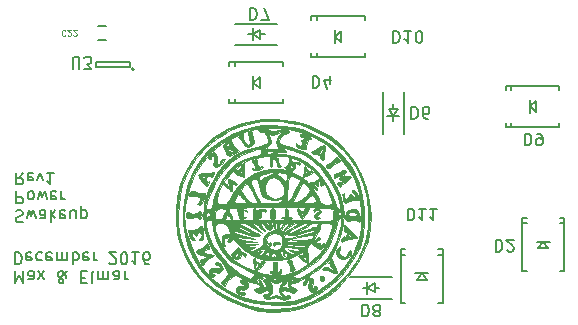
<source format=gbo>
G04 #@! TF.FileFunction,Legend,Bot*
%FSLAX46Y46*%
G04 Gerber Fmt 4.6, Leading zero omitted, Abs format (unit mm)*
G04 Created by KiCad (PCBNEW 4.0.2+dfsg1-stable) date tis  3 jan 2017 22:34:46*
%MOMM*%
G01*
G04 APERTURE LIST*
%ADD10C,0.100000*%
%ADD11C,0.125000*%
%ADD12C,0.150000*%
%ADD13C,0.200000*%
%ADD14C,0.010000*%
G04 APERTURE END LIST*
D10*
D11*
X134908172Y-96570029D02*
X134884362Y-96546219D01*
X134812934Y-96522410D01*
X134765315Y-96522410D01*
X134693886Y-96546219D01*
X134646267Y-96593838D01*
X134622458Y-96641457D01*
X134598648Y-96736695D01*
X134598648Y-96808124D01*
X134622458Y-96903362D01*
X134646267Y-96950981D01*
X134693886Y-96998600D01*
X134765315Y-97022410D01*
X134812934Y-97022410D01*
X134884362Y-96998600D01*
X134908172Y-96974790D01*
X135098648Y-96974790D02*
X135122458Y-96998600D01*
X135170077Y-97022410D01*
X135289124Y-97022410D01*
X135336743Y-96998600D01*
X135360553Y-96974790D01*
X135384362Y-96927171D01*
X135384362Y-96879552D01*
X135360553Y-96808124D01*
X135074839Y-96522410D01*
X135384362Y-96522410D01*
X135574838Y-96974790D02*
X135598648Y-96998600D01*
X135646267Y-97022410D01*
X135765314Y-97022410D01*
X135812933Y-96998600D01*
X135836743Y-96974790D01*
X135860552Y-96927171D01*
X135860552Y-96879552D01*
X135836743Y-96808124D01*
X135551029Y-96522410D01*
X135860552Y-96522410D01*
D12*
X135534495Y-99785419D02*
X135534495Y-98975895D01*
X135582114Y-98880657D01*
X135629733Y-98833038D01*
X135724971Y-98785419D01*
X135915448Y-98785419D01*
X136010686Y-98833038D01*
X136058305Y-98880657D01*
X136105924Y-98975895D01*
X136105924Y-99785419D01*
X136486876Y-99785419D02*
X137105924Y-99785419D01*
X136772590Y-99404467D01*
X136915448Y-99404467D01*
X137010686Y-99356848D01*
X137058305Y-99309229D01*
X137105924Y-99213990D01*
X137105924Y-98975895D01*
X137058305Y-98880657D01*
X137010686Y-98833038D01*
X136915448Y-98785419D01*
X136629733Y-98785419D01*
X136534495Y-98833038D01*
X136486876Y-98880657D01*
X150544305Y-94670619D02*
X150544305Y-95670619D01*
X150782400Y-95670619D01*
X150925258Y-95623000D01*
X151020496Y-95527762D01*
X151068115Y-95432524D01*
X151115734Y-95242048D01*
X151115734Y-95099190D01*
X151068115Y-94908714D01*
X151020496Y-94813476D01*
X150925258Y-94718238D01*
X150782400Y-94670619D01*
X150544305Y-94670619D01*
X151449067Y-95670619D02*
X152115734Y-95670619D01*
X151687162Y-94670619D01*
X162666514Y-96601019D02*
X162666514Y-97601019D01*
X162904609Y-97601019D01*
X163047467Y-97553400D01*
X163142705Y-97458162D01*
X163190324Y-97362924D01*
X163237943Y-97172448D01*
X163237943Y-97029590D01*
X163190324Y-96839114D01*
X163142705Y-96743876D01*
X163047467Y-96648638D01*
X162904609Y-96601019D01*
X162666514Y-96601019D01*
X164190324Y-96601019D02*
X163618895Y-96601019D01*
X163904609Y-96601019D02*
X163904609Y-97601019D01*
X163809371Y-97458162D01*
X163714133Y-97362924D01*
X163618895Y-97315305D01*
X164809371Y-97601019D02*
X164904610Y-97601019D01*
X164999848Y-97553400D01*
X165047467Y-97505781D01*
X165095086Y-97410543D01*
X165142705Y-97220067D01*
X165142705Y-96981971D01*
X165095086Y-96791495D01*
X165047467Y-96696257D01*
X164999848Y-96648638D01*
X164904610Y-96601019D01*
X164809371Y-96601019D01*
X164714133Y-96648638D01*
X164666514Y-96696257D01*
X164618895Y-96791495D01*
X164571276Y-96981971D01*
X164571276Y-97220067D01*
X164618895Y-97410543D01*
X164666514Y-97505781D01*
X164714133Y-97553400D01*
X164809371Y-97601019D01*
X155852905Y-100436419D02*
X155852905Y-101436419D01*
X156091000Y-101436419D01*
X156233858Y-101388800D01*
X156329096Y-101293562D01*
X156376715Y-101198324D01*
X156424334Y-101007848D01*
X156424334Y-100864990D01*
X156376715Y-100674514D01*
X156329096Y-100579276D01*
X156233858Y-100484038D01*
X156091000Y-100436419D01*
X155852905Y-100436419D01*
X157281477Y-101103086D02*
X157281477Y-100436419D01*
X157043381Y-101484038D02*
X156805286Y-100769752D01*
X157424334Y-100769752D01*
X164209505Y-103027219D02*
X164209505Y-104027219D01*
X164447600Y-104027219D01*
X164590458Y-103979600D01*
X164685696Y-103884362D01*
X164733315Y-103789124D01*
X164780934Y-103598648D01*
X164780934Y-103455790D01*
X164733315Y-103265314D01*
X164685696Y-103170076D01*
X164590458Y-103074838D01*
X164447600Y-103027219D01*
X164209505Y-103027219D01*
X165638077Y-104027219D02*
X165447600Y-104027219D01*
X165352362Y-103979600D01*
X165304743Y-103931981D01*
X165209505Y-103789124D01*
X165161886Y-103598648D01*
X165161886Y-103217695D01*
X165209505Y-103122457D01*
X165257124Y-103074838D01*
X165352362Y-103027219D01*
X165542839Y-103027219D01*
X165638077Y-103074838D01*
X165685696Y-103122457D01*
X165733315Y-103217695D01*
X165733315Y-103455790D01*
X165685696Y-103551029D01*
X165638077Y-103598648D01*
X165542839Y-103646267D01*
X165352362Y-103646267D01*
X165257124Y-103598648D01*
X165209505Y-103551029D01*
X165161886Y-103455790D01*
X173785305Y-105287819D02*
X173785305Y-106287819D01*
X174023400Y-106287819D01*
X174166258Y-106240200D01*
X174261496Y-106144962D01*
X174309115Y-106049724D01*
X174356734Y-105859248D01*
X174356734Y-105716390D01*
X174309115Y-105525914D01*
X174261496Y-105430676D01*
X174166258Y-105335438D01*
X174023400Y-105287819D01*
X173785305Y-105287819D01*
X174832924Y-105287819D02*
X175023400Y-105287819D01*
X175118639Y-105335438D01*
X175166258Y-105383057D01*
X175261496Y-105525914D01*
X175309115Y-105716390D01*
X175309115Y-106097343D01*
X175261496Y-106192581D01*
X175213877Y-106240200D01*
X175118639Y-106287819D01*
X174928162Y-106287819D01*
X174832924Y-106240200D01*
X174785305Y-106192581D01*
X174737686Y-106097343D01*
X174737686Y-105859248D01*
X174785305Y-105764010D01*
X174832924Y-105716390D01*
X174928162Y-105668771D01*
X175118639Y-105668771D01*
X175213877Y-105716390D01*
X175261496Y-105764010D01*
X175309115Y-105859248D01*
X171346905Y-114279419D02*
X171346905Y-115279419D01*
X171585000Y-115279419D01*
X171727858Y-115231800D01*
X171823096Y-115136562D01*
X171870715Y-115041324D01*
X171918334Y-114850848D01*
X171918334Y-114707990D01*
X171870715Y-114517514D01*
X171823096Y-114422276D01*
X171727858Y-114327038D01*
X171585000Y-114279419D01*
X171346905Y-114279419D01*
X172299286Y-115184181D02*
X172346905Y-115231800D01*
X172442143Y-115279419D01*
X172680239Y-115279419D01*
X172775477Y-115231800D01*
X172823096Y-115184181D01*
X172870715Y-115088943D01*
X172870715Y-114993705D01*
X172823096Y-114850848D01*
X172251667Y-114279419D01*
X172870715Y-114279419D01*
X160043905Y-119765819D02*
X160043905Y-120765819D01*
X160282000Y-120765819D01*
X160424858Y-120718200D01*
X160520096Y-120622962D01*
X160567715Y-120527724D01*
X160615334Y-120337248D01*
X160615334Y-120194390D01*
X160567715Y-120003914D01*
X160520096Y-119908676D01*
X160424858Y-119813438D01*
X160282000Y-119765819D01*
X160043905Y-119765819D01*
X161186762Y-120337248D02*
X161091524Y-120384867D01*
X161043905Y-120432486D01*
X160996286Y-120527724D01*
X160996286Y-120575343D01*
X161043905Y-120670581D01*
X161091524Y-120718200D01*
X161186762Y-120765819D01*
X161377239Y-120765819D01*
X161472477Y-120718200D01*
X161520096Y-120670581D01*
X161567715Y-120575343D01*
X161567715Y-120527724D01*
X161520096Y-120432486D01*
X161472477Y-120384867D01*
X161377239Y-120337248D01*
X161186762Y-120337248D01*
X161091524Y-120289629D01*
X161043905Y-120242010D01*
X160996286Y-120146771D01*
X160996286Y-119956295D01*
X161043905Y-119861057D01*
X161091524Y-119813438D01*
X161186762Y-119765819D01*
X161377239Y-119765819D01*
X161472477Y-119813438D01*
X161520096Y-119861057D01*
X161567715Y-119956295D01*
X161567715Y-120146771D01*
X161520096Y-120242010D01*
X161472477Y-120289629D01*
X161377239Y-120337248D01*
X163885714Y-111637819D02*
X163885714Y-112637819D01*
X164123809Y-112637819D01*
X164266667Y-112590200D01*
X164361905Y-112494962D01*
X164409524Y-112399724D01*
X164457143Y-112209248D01*
X164457143Y-112066390D01*
X164409524Y-111875914D01*
X164361905Y-111780676D01*
X164266667Y-111685438D01*
X164123809Y-111637819D01*
X163885714Y-111637819D01*
X165409524Y-111637819D02*
X164838095Y-111637819D01*
X165123809Y-111637819D02*
X165123809Y-112637819D01*
X165028571Y-112494962D01*
X164933333Y-112399724D01*
X164838095Y-112352105D01*
X166361905Y-111637819D02*
X165790476Y-111637819D01*
X166076190Y-111637819D02*
X166076190Y-112637819D01*
X165980952Y-112494962D01*
X165885714Y-112399724D01*
X165790476Y-112352105D01*
D13*
X130721076Y-111837638D02*
X130863933Y-111790019D01*
X131102029Y-111790019D01*
X131197267Y-111837638D01*
X131244886Y-111885257D01*
X131292505Y-111980495D01*
X131292505Y-112075733D01*
X131244886Y-112170971D01*
X131197267Y-112218590D01*
X131102029Y-112266210D01*
X130911552Y-112313829D01*
X130816314Y-112361448D01*
X130768695Y-112409067D01*
X130721076Y-112504305D01*
X130721076Y-112599543D01*
X130768695Y-112694781D01*
X130816314Y-112742400D01*
X130911552Y-112790019D01*
X131149648Y-112790019D01*
X131292505Y-112742400D01*
X131625838Y-112456686D02*
X131816314Y-111790019D01*
X132006791Y-112266210D01*
X132197267Y-111790019D01*
X132387743Y-112456686D01*
X133197267Y-111790019D02*
X133197267Y-112313829D01*
X133149648Y-112409067D01*
X133054410Y-112456686D01*
X132863933Y-112456686D01*
X132768695Y-112409067D01*
X133197267Y-111837638D02*
X133102029Y-111790019D01*
X132863933Y-111790019D01*
X132768695Y-111837638D01*
X132721076Y-111932876D01*
X132721076Y-112028114D01*
X132768695Y-112123352D01*
X132863933Y-112170971D01*
X133102029Y-112170971D01*
X133197267Y-112218590D01*
X133673457Y-111790019D02*
X133673457Y-112790019D01*
X133768695Y-112170971D02*
X134054410Y-111790019D01*
X134054410Y-112456686D02*
X133673457Y-112075733D01*
X134863934Y-111837638D02*
X134768696Y-111790019D01*
X134578219Y-111790019D01*
X134482981Y-111837638D01*
X134435362Y-111932876D01*
X134435362Y-112313829D01*
X134482981Y-112409067D01*
X134578219Y-112456686D01*
X134768696Y-112456686D01*
X134863934Y-112409067D01*
X134911553Y-112313829D01*
X134911553Y-112218590D01*
X134435362Y-112123352D01*
X135768696Y-112456686D02*
X135768696Y-111790019D01*
X135340124Y-112456686D02*
X135340124Y-111932876D01*
X135387743Y-111837638D01*
X135482981Y-111790019D01*
X135625839Y-111790019D01*
X135721077Y-111837638D01*
X135768696Y-111885257D01*
X136244886Y-112456686D02*
X136244886Y-111456686D01*
X136244886Y-112409067D02*
X136340124Y-112456686D01*
X136530601Y-112456686D01*
X136625839Y-112409067D01*
X136673458Y-112361448D01*
X136721077Y-112266210D01*
X136721077Y-111980495D01*
X136673458Y-111885257D01*
X136625839Y-111837638D01*
X136530601Y-111790019D01*
X136340124Y-111790019D01*
X136244886Y-111837638D01*
X130768695Y-110190019D02*
X130768695Y-111190019D01*
X131149648Y-111190019D01*
X131244886Y-111142400D01*
X131292505Y-111094781D01*
X131340124Y-110999543D01*
X131340124Y-110856686D01*
X131292505Y-110761448D01*
X131244886Y-110713829D01*
X131149648Y-110666210D01*
X130768695Y-110666210D01*
X131911552Y-110190019D02*
X131816314Y-110237638D01*
X131768695Y-110285257D01*
X131721076Y-110380495D01*
X131721076Y-110666210D01*
X131768695Y-110761448D01*
X131816314Y-110809067D01*
X131911552Y-110856686D01*
X132054410Y-110856686D01*
X132149648Y-110809067D01*
X132197267Y-110761448D01*
X132244886Y-110666210D01*
X132244886Y-110380495D01*
X132197267Y-110285257D01*
X132149648Y-110237638D01*
X132054410Y-110190019D01*
X131911552Y-110190019D01*
X132578219Y-110856686D02*
X132768695Y-110190019D01*
X132959172Y-110666210D01*
X133149648Y-110190019D01*
X133340124Y-110856686D01*
X134102029Y-110237638D02*
X134006791Y-110190019D01*
X133816314Y-110190019D01*
X133721076Y-110237638D01*
X133673457Y-110332876D01*
X133673457Y-110713829D01*
X133721076Y-110809067D01*
X133816314Y-110856686D01*
X134006791Y-110856686D01*
X134102029Y-110809067D01*
X134149648Y-110713829D01*
X134149648Y-110618590D01*
X133673457Y-110523352D01*
X134578219Y-110190019D02*
X134578219Y-110856686D01*
X134578219Y-110666210D02*
X134625838Y-110761448D01*
X134673457Y-110809067D01*
X134768695Y-110856686D01*
X134863934Y-110856686D01*
X131340124Y-108590019D02*
X131006790Y-109066210D01*
X130768695Y-108590019D02*
X130768695Y-109590019D01*
X131149648Y-109590019D01*
X131244886Y-109542400D01*
X131292505Y-109494781D01*
X131340124Y-109399543D01*
X131340124Y-109256686D01*
X131292505Y-109161448D01*
X131244886Y-109113829D01*
X131149648Y-109066210D01*
X130768695Y-109066210D01*
X132149648Y-108637638D02*
X132054410Y-108590019D01*
X131863933Y-108590019D01*
X131768695Y-108637638D01*
X131721076Y-108732876D01*
X131721076Y-109113829D01*
X131768695Y-109209067D01*
X131863933Y-109256686D01*
X132054410Y-109256686D01*
X132149648Y-109209067D01*
X132197267Y-109113829D01*
X132197267Y-109018590D01*
X131721076Y-108923352D01*
X132530600Y-109256686D02*
X132768695Y-108590019D01*
X133006791Y-109256686D01*
X133911553Y-108590019D02*
X133340124Y-108590019D01*
X133625838Y-108590019D02*
X133625838Y-109590019D01*
X133530600Y-109447162D01*
X133435362Y-109351924D01*
X133340124Y-109304305D01*
X130641695Y-116959019D02*
X130641695Y-117959019D01*
X130975029Y-117244733D01*
X131308362Y-117959019D01*
X131308362Y-116959019D01*
X132213124Y-116959019D02*
X132213124Y-117482829D01*
X132165505Y-117578067D01*
X132070267Y-117625686D01*
X131879790Y-117625686D01*
X131784552Y-117578067D01*
X132213124Y-117006638D02*
X132117886Y-116959019D01*
X131879790Y-116959019D01*
X131784552Y-117006638D01*
X131736933Y-117101876D01*
X131736933Y-117197114D01*
X131784552Y-117292352D01*
X131879790Y-117339971D01*
X132117886Y-117339971D01*
X132213124Y-117387590D01*
X132594076Y-116959019D02*
X133117886Y-117625686D01*
X132594076Y-117625686D02*
X133117886Y-116959019D01*
X135070267Y-116959019D02*
X135022648Y-116959019D01*
X134927410Y-117006638D01*
X134784553Y-117149495D01*
X134546458Y-117435210D01*
X134451219Y-117578067D01*
X134403600Y-117720924D01*
X134403600Y-117816162D01*
X134451219Y-117911400D01*
X134546458Y-117959019D01*
X134594077Y-117959019D01*
X134689315Y-117911400D01*
X134736934Y-117816162D01*
X134736934Y-117768543D01*
X134689315Y-117673305D01*
X134641696Y-117625686D01*
X134355981Y-117435210D01*
X134308362Y-117387590D01*
X134260743Y-117292352D01*
X134260743Y-117149495D01*
X134308362Y-117054257D01*
X134355981Y-117006638D01*
X134451219Y-116959019D01*
X134594077Y-116959019D01*
X134689315Y-117006638D01*
X134736934Y-117054257D01*
X134879791Y-117244733D01*
X134927410Y-117387590D01*
X134927410Y-117482829D01*
X136260743Y-117482829D02*
X136594077Y-117482829D01*
X136736934Y-116959019D02*
X136260743Y-116959019D01*
X136260743Y-117959019D01*
X136736934Y-117959019D01*
X137308362Y-116959019D02*
X137213124Y-117006638D01*
X137165505Y-117101876D01*
X137165505Y-117959019D01*
X137689315Y-116959019D02*
X137689315Y-117625686D01*
X137689315Y-117530448D02*
X137736934Y-117578067D01*
X137832172Y-117625686D01*
X137975030Y-117625686D01*
X138070268Y-117578067D01*
X138117887Y-117482829D01*
X138117887Y-116959019D01*
X138117887Y-117482829D02*
X138165506Y-117578067D01*
X138260744Y-117625686D01*
X138403601Y-117625686D01*
X138498839Y-117578067D01*
X138546458Y-117482829D01*
X138546458Y-116959019D01*
X139451220Y-116959019D02*
X139451220Y-117482829D01*
X139403601Y-117578067D01*
X139308363Y-117625686D01*
X139117886Y-117625686D01*
X139022648Y-117578067D01*
X139451220Y-117006638D02*
X139355982Y-116959019D01*
X139117886Y-116959019D01*
X139022648Y-117006638D01*
X138975029Y-117101876D01*
X138975029Y-117197114D01*
X139022648Y-117292352D01*
X139117886Y-117339971D01*
X139355982Y-117339971D01*
X139451220Y-117387590D01*
X139927410Y-116959019D02*
X139927410Y-117625686D01*
X139927410Y-117435210D02*
X139975029Y-117530448D01*
X140022648Y-117578067D01*
X140117886Y-117625686D01*
X140213125Y-117625686D01*
X130641695Y-115359019D02*
X130641695Y-116359019D01*
X130879790Y-116359019D01*
X131022648Y-116311400D01*
X131117886Y-116216162D01*
X131165505Y-116120924D01*
X131213124Y-115930448D01*
X131213124Y-115787590D01*
X131165505Y-115597114D01*
X131117886Y-115501876D01*
X131022648Y-115406638D01*
X130879790Y-115359019D01*
X130641695Y-115359019D01*
X132022648Y-115406638D02*
X131927410Y-115359019D01*
X131736933Y-115359019D01*
X131641695Y-115406638D01*
X131594076Y-115501876D01*
X131594076Y-115882829D01*
X131641695Y-115978067D01*
X131736933Y-116025686D01*
X131927410Y-116025686D01*
X132022648Y-115978067D01*
X132070267Y-115882829D01*
X132070267Y-115787590D01*
X131594076Y-115692352D01*
X132927410Y-115406638D02*
X132832172Y-115359019D01*
X132641695Y-115359019D01*
X132546457Y-115406638D01*
X132498838Y-115454257D01*
X132451219Y-115549495D01*
X132451219Y-115835210D01*
X132498838Y-115930448D01*
X132546457Y-115978067D01*
X132641695Y-116025686D01*
X132832172Y-116025686D01*
X132927410Y-115978067D01*
X133736934Y-115406638D02*
X133641696Y-115359019D01*
X133451219Y-115359019D01*
X133355981Y-115406638D01*
X133308362Y-115501876D01*
X133308362Y-115882829D01*
X133355981Y-115978067D01*
X133451219Y-116025686D01*
X133641696Y-116025686D01*
X133736934Y-115978067D01*
X133784553Y-115882829D01*
X133784553Y-115787590D01*
X133308362Y-115692352D01*
X134213124Y-115359019D02*
X134213124Y-116025686D01*
X134213124Y-115930448D02*
X134260743Y-115978067D01*
X134355981Y-116025686D01*
X134498839Y-116025686D01*
X134594077Y-115978067D01*
X134641696Y-115882829D01*
X134641696Y-115359019D01*
X134641696Y-115882829D02*
X134689315Y-115978067D01*
X134784553Y-116025686D01*
X134927410Y-116025686D01*
X135022648Y-115978067D01*
X135070267Y-115882829D01*
X135070267Y-115359019D01*
X135546457Y-115359019D02*
X135546457Y-116359019D01*
X135546457Y-115978067D02*
X135641695Y-116025686D01*
X135832172Y-116025686D01*
X135927410Y-115978067D01*
X135975029Y-115930448D01*
X136022648Y-115835210D01*
X136022648Y-115549495D01*
X135975029Y-115454257D01*
X135927410Y-115406638D01*
X135832172Y-115359019D01*
X135641695Y-115359019D01*
X135546457Y-115406638D01*
X136832172Y-115406638D02*
X136736934Y-115359019D01*
X136546457Y-115359019D01*
X136451219Y-115406638D01*
X136403600Y-115501876D01*
X136403600Y-115882829D01*
X136451219Y-115978067D01*
X136546457Y-116025686D01*
X136736934Y-116025686D01*
X136832172Y-115978067D01*
X136879791Y-115882829D01*
X136879791Y-115787590D01*
X136403600Y-115692352D01*
X137308362Y-115359019D02*
X137308362Y-116025686D01*
X137308362Y-115835210D02*
X137355981Y-115930448D01*
X137403600Y-115978067D01*
X137498838Y-116025686D01*
X137594077Y-116025686D01*
X138641696Y-116263781D02*
X138689315Y-116311400D01*
X138784553Y-116359019D01*
X139022649Y-116359019D01*
X139117887Y-116311400D01*
X139165506Y-116263781D01*
X139213125Y-116168543D01*
X139213125Y-116073305D01*
X139165506Y-115930448D01*
X138594077Y-115359019D01*
X139213125Y-115359019D01*
X139832172Y-116359019D02*
X139927411Y-116359019D01*
X140022649Y-116311400D01*
X140070268Y-116263781D01*
X140117887Y-116168543D01*
X140165506Y-115978067D01*
X140165506Y-115739971D01*
X140117887Y-115549495D01*
X140070268Y-115454257D01*
X140022649Y-115406638D01*
X139927411Y-115359019D01*
X139832172Y-115359019D01*
X139736934Y-115406638D01*
X139689315Y-115454257D01*
X139641696Y-115549495D01*
X139594077Y-115739971D01*
X139594077Y-115978067D01*
X139641696Y-116168543D01*
X139689315Y-116263781D01*
X139736934Y-116311400D01*
X139832172Y-116359019D01*
X141117887Y-115359019D02*
X140546458Y-115359019D01*
X140832172Y-115359019D02*
X140832172Y-116359019D01*
X140736934Y-116216162D01*
X140641696Y-116120924D01*
X140546458Y-116073305D01*
X141975030Y-116359019D02*
X141784553Y-116359019D01*
X141689315Y-116311400D01*
X141641696Y-116263781D01*
X141546458Y-116120924D01*
X141498839Y-115930448D01*
X141498839Y-115549495D01*
X141546458Y-115454257D01*
X141594077Y-115406638D01*
X141689315Y-115359019D01*
X141879792Y-115359019D01*
X141975030Y-115406638D01*
X142022649Y-115454257D01*
X142070268Y-115549495D01*
X142070268Y-115787590D01*
X142022649Y-115882829D01*
X141975030Y-115930448D01*
X141879792Y-115978067D01*
X141689315Y-115978067D01*
X141594077Y-115930448D01*
X141546458Y-115882829D01*
X141498839Y-115787590D01*
D12*
X174222600Y-102997000D02*
X174772600Y-103447000D01*
X174772600Y-103447000D02*
X174772600Y-102547000D01*
X174772600Y-102547000D02*
X174222600Y-102997000D01*
X174222600Y-103547000D02*
X174222600Y-102447000D01*
X172673460Y-101246940D02*
X172673460Y-101597460D01*
X172673460Y-104747060D02*
X172673460Y-104396540D01*
X176723040Y-101246940D02*
X176723040Y-101597460D01*
X172222160Y-101246940D02*
X172222160Y-101597460D01*
X172222160Y-104747060D02*
X172222160Y-104396540D01*
X176723040Y-104747060D02*
X176723040Y-104396540D01*
X172222160Y-101246940D02*
X176723040Y-101246940D01*
X172222160Y-104747060D02*
X176723040Y-104747060D01*
X150803800Y-100990400D02*
X151353800Y-101440400D01*
X151353800Y-101440400D02*
X151353800Y-100540400D01*
X151353800Y-100540400D02*
X150803800Y-100990400D01*
X150803800Y-101540400D02*
X150803800Y-100440400D01*
X149254660Y-99240340D02*
X149254660Y-99590860D01*
X149254660Y-102740460D02*
X149254660Y-102389940D01*
X153304240Y-99240340D02*
X153304240Y-99590860D01*
X148803360Y-99240340D02*
X148803360Y-99590860D01*
X148803360Y-102740460D02*
X148803360Y-102389940D01*
X153304240Y-102740460D02*
X153304240Y-102389940D01*
X148803360Y-99240340D02*
X153304240Y-99240340D01*
X148803360Y-102740460D02*
X153304240Y-102740460D01*
X165100000Y-117098000D02*
X164650000Y-117648000D01*
X164650000Y-117648000D02*
X165550000Y-117648000D01*
X165550000Y-117648000D02*
X165100000Y-117098000D01*
X164550000Y-117098000D02*
X165650000Y-117098000D01*
X166850060Y-115548860D02*
X166499540Y-115548860D01*
X163349940Y-115548860D02*
X163700460Y-115548860D01*
X166850060Y-119598440D02*
X166499540Y-119598440D01*
X166850060Y-115097560D02*
X166499540Y-115097560D01*
X163349940Y-115097560D02*
X163700460Y-115097560D01*
X163349940Y-119598440D02*
X163700460Y-119598440D01*
X166850060Y-115097560D02*
X166850060Y-119598440D01*
X163349940Y-115097560D02*
X163349940Y-119598440D01*
X157738000Y-97078800D02*
X158288000Y-97528800D01*
X158288000Y-97528800D02*
X158288000Y-96628800D01*
X158288000Y-96628800D02*
X157738000Y-97078800D01*
X157738000Y-97628800D02*
X157738000Y-96528800D01*
X156188860Y-95328740D02*
X156188860Y-95679260D01*
X156188860Y-98828860D02*
X156188860Y-98478340D01*
X160238440Y-95328740D02*
X160238440Y-95679260D01*
X155737560Y-95328740D02*
X155737560Y-95679260D01*
X155737560Y-98828860D02*
X155737560Y-98478340D01*
X160238440Y-98828860D02*
X160238440Y-98478340D01*
X155737560Y-95328740D02*
X160238440Y-95328740D01*
X155737560Y-98828860D02*
X160238440Y-98828860D01*
X161099500Y-118364000D02*
X161480500Y-118364000D01*
X160083500Y-118364000D02*
X160464500Y-118364000D01*
X160464500Y-118364000D02*
X161099500Y-118745000D01*
X161099500Y-118745000D02*
X161099500Y-117983000D01*
X161099500Y-117983000D02*
X160464500Y-118364000D01*
X160464500Y-118872000D02*
X160464500Y-117856000D01*
X158982000Y-117464000D02*
X162522000Y-117464000D01*
X158982000Y-119264000D02*
X162522000Y-119264000D01*
X151422100Y-96901000D02*
X151803100Y-96901000D01*
X150406100Y-96901000D02*
X150787100Y-96901000D01*
X150787100Y-96901000D02*
X151422100Y-97282000D01*
X151422100Y-97282000D02*
X151422100Y-96520000D01*
X151422100Y-96520000D02*
X150787100Y-96901000D01*
X150787100Y-97409000D02*
X150787100Y-96393000D01*
X149304600Y-96001000D02*
X152844600Y-96001000D01*
X149304600Y-97801000D02*
X152844600Y-97801000D01*
X162661600Y-103187500D02*
X162661600Y-102806500D01*
X162661600Y-104203500D02*
X162661600Y-103822500D01*
X162661600Y-103822500D02*
X163042600Y-103187500D01*
X163042600Y-103187500D02*
X162280600Y-103187500D01*
X162280600Y-103187500D02*
X162661600Y-103822500D01*
X163169600Y-103822500D02*
X162153600Y-103822500D01*
X161761600Y-105305000D02*
X161761600Y-101765000D01*
X163561600Y-105305000D02*
X163561600Y-101765000D01*
X175361600Y-114431000D02*
X174911600Y-114981000D01*
X174911600Y-114981000D02*
X175811600Y-114981000D01*
X175811600Y-114981000D02*
X175361600Y-114431000D01*
X174811600Y-114431000D02*
X175911600Y-114431000D01*
X177111660Y-112881860D02*
X176761140Y-112881860D01*
X173611540Y-112881860D02*
X173962060Y-112881860D01*
X177111660Y-116931440D02*
X176761140Y-116931440D01*
X177111660Y-112430560D02*
X176761140Y-112430560D01*
X173611540Y-112430560D02*
X173962060Y-112430560D01*
X173611540Y-116931440D02*
X173962060Y-116931440D01*
X177111660Y-112430560D02*
X177111660Y-116931440D01*
X173611540Y-112430560D02*
X173611540Y-116931440D01*
X140712600Y-99841000D02*
G75*
G03X140712600Y-99841000I-100000J0D01*
G01*
X140362600Y-99191000D02*
X140362600Y-99691000D01*
X137462600Y-99191000D02*
X140362600Y-99191000D01*
X137462600Y-99691000D02*
X137462600Y-99191000D01*
X140362600Y-99691000D02*
X137462600Y-99691000D01*
X138373600Y-96174000D02*
X137673600Y-96174000D01*
X137673600Y-97374000D02*
X138373600Y-97374000D01*
D14*
G36*
X153719255Y-120353156D02*
X154935807Y-120068980D01*
X156152961Y-119571756D01*
X156164902Y-119565843D01*
X156726702Y-119274914D01*
X157164369Y-119009792D01*
X157551258Y-118717182D01*
X157960725Y-118343788D01*
X158269609Y-118036694D01*
X159199867Y-116949218D01*
X159927685Y-115777123D01*
X160450943Y-114523887D01*
X160492727Y-114391660D01*
X160712412Y-113324595D01*
X160755390Y-112181428D01*
X160632728Y-111002358D01*
X160355490Y-109827580D01*
X159934743Y-108697291D01*
X159381552Y-107651688D01*
X158706984Y-106730965D01*
X158254298Y-106260507D01*
X157448936Y-105622023D01*
X156496527Y-105049884D01*
X155469143Y-104582689D01*
X154584835Y-104295370D01*
X154089466Y-104200316D01*
X153459202Y-104127557D01*
X152770569Y-104081255D01*
X152100095Y-104065571D01*
X151524304Y-104084667D01*
X151257000Y-104114408D01*
X149874995Y-104433131D01*
X148626978Y-104925290D01*
X147515368Y-105589796D01*
X146910789Y-106074417D01*
X146213981Y-106804683D01*
X145571573Y-107686003D01*
X145028665Y-108648757D01*
X144649796Y-109564486D01*
X144513940Y-109983366D01*
X144419920Y-110329965D01*
X144360222Y-110662519D01*
X144327332Y-111039264D01*
X144313739Y-111518436D01*
X144312070Y-112108179D01*
X144477067Y-112108179D01*
X144507482Y-111338333D01*
X144573746Y-110614191D01*
X144673741Y-109998242D01*
X144772457Y-109636816D01*
X145298559Y-108427080D01*
X145957720Y-107383164D01*
X146766435Y-106483277D01*
X147741201Y-105705631D01*
X147756737Y-105695080D01*
X148227699Y-105390335D01*
X148700225Y-105108782D01*
X149103241Y-104891774D01*
X149269174Y-104815059D01*
X149768360Y-104641961D01*
X150395437Y-104472766D01*
X151058106Y-104328686D01*
X151664067Y-104230936D01*
X151919609Y-104205885D01*
X152527830Y-104202988D01*
X153244337Y-104256130D01*
X153967040Y-104354082D01*
X154593848Y-104485611D01*
X154680478Y-104509618D01*
X155499874Y-104805368D01*
X156342741Y-105212658D01*
X157158569Y-105699110D01*
X157896848Y-106232350D01*
X158507067Y-106780000D01*
X158852568Y-107183818D01*
X159563690Y-108324770D01*
X160090529Y-109530278D01*
X160428445Y-110773987D01*
X160572802Y-112029542D01*
X160518959Y-113270587D01*
X160262279Y-114470768D01*
X160179440Y-114722965D01*
X159644509Y-115924020D01*
X158927684Y-117016897D01*
X158049583Y-117980914D01*
X157030825Y-118795392D01*
X155892029Y-119439651D01*
X155192827Y-119724299D01*
X154722345Y-119878988D01*
X154304780Y-119983173D01*
X153865247Y-120049352D01*
X153328857Y-120090023D01*
X152888862Y-120108842D01*
X152278803Y-120125011D01*
X151817033Y-120118300D01*
X151431520Y-120081392D01*
X151050235Y-120006972D01*
X150601146Y-119887724D01*
X150540094Y-119870289D01*
X149441029Y-119481562D01*
X148375387Y-118966577D01*
X147409282Y-118360914D01*
X146743979Y-117827267D01*
X146211902Y-117245983D01*
X145696150Y-116505929D01*
X145231335Y-115668445D01*
X144852073Y-114794873D01*
X144622130Y-114067063D01*
X144532271Y-113535032D01*
X144484623Y-112861241D01*
X144477067Y-112108179D01*
X144312070Y-112108179D01*
X144311928Y-112158270D01*
X144311983Y-112182965D01*
X144317769Y-112848178D01*
X144335967Y-113348796D01*
X144373113Y-113741015D01*
X144435742Y-114081031D01*
X144530389Y-114425040D01*
X144596677Y-114630934D01*
X145122761Y-115889282D01*
X145817311Y-117005712D01*
X146677213Y-117976592D01*
X147699351Y-118798290D01*
X148646795Y-119353387D01*
X149967077Y-119924400D01*
X151245504Y-120281166D01*
X152492692Y-120423984D01*
X153719255Y-120353156D01*
X153719255Y-120353156D01*
G37*
X153719255Y-120353156D02*
X154935807Y-120068980D01*
X156152961Y-119571756D01*
X156164902Y-119565843D01*
X156726702Y-119274914D01*
X157164369Y-119009792D01*
X157551258Y-118717182D01*
X157960725Y-118343788D01*
X158269609Y-118036694D01*
X159199867Y-116949218D01*
X159927685Y-115777123D01*
X160450943Y-114523887D01*
X160492727Y-114391660D01*
X160712412Y-113324595D01*
X160755390Y-112181428D01*
X160632728Y-111002358D01*
X160355490Y-109827580D01*
X159934743Y-108697291D01*
X159381552Y-107651688D01*
X158706984Y-106730965D01*
X158254298Y-106260507D01*
X157448936Y-105622023D01*
X156496527Y-105049884D01*
X155469143Y-104582689D01*
X154584835Y-104295370D01*
X154089466Y-104200316D01*
X153459202Y-104127557D01*
X152770569Y-104081255D01*
X152100095Y-104065571D01*
X151524304Y-104084667D01*
X151257000Y-104114408D01*
X149874995Y-104433131D01*
X148626978Y-104925290D01*
X147515368Y-105589796D01*
X146910789Y-106074417D01*
X146213981Y-106804683D01*
X145571573Y-107686003D01*
X145028665Y-108648757D01*
X144649796Y-109564486D01*
X144513940Y-109983366D01*
X144419920Y-110329965D01*
X144360222Y-110662519D01*
X144327332Y-111039264D01*
X144313739Y-111518436D01*
X144312070Y-112108179D01*
X144477067Y-112108179D01*
X144507482Y-111338333D01*
X144573746Y-110614191D01*
X144673741Y-109998242D01*
X144772457Y-109636816D01*
X145298559Y-108427080D01*
X145957720Y-107383164D01*
X146766435Y-106483277D01*
X147741201Y-105705631D01*
X147756737Y-105695080D01*
X148227699Y-105390335D01*
X148700225Y-105108782D01*
X149103241Y-104891774D01*
X149269174Y-104815059D01*
X149768360Y-104641961D01*
X150395437Y-104472766D01*
X151058106Y-104328686D01*
X151664067Y-104230936D01*
X151919609Y-104205885D01*
X152527830Y-104202988D01*
X153244337Y-104256130D01*
X153967040Y-104354082D01*
X154593848Y-104485611D01*
X154680478Y-104509618D01*
X155499874Y-104805368D01*
X156342741Y-105212658D01*
X157158569Y-105699110D01*
X157896848Y-106232350D01*
X158507067Y-106780000D01*
X158852568Y-107183818D01*
X159563690Y-108324770D01*
X160090529Y-109530278D01*
X160428445Y-110773987D01*
X160572802Y-112029542D01*
X160518959Y-113270587D01*
X160262279Y-114470768D01*
X160179440Y-114722965D01*
X159644509Y-115924020D01*
X158927684Y-117016897D01*
X158049583Y-117980914D01*
X157030825Y-118795392D01*
X155892029Y-119439651D01*
X155192827Y-119724299D01*
X154722345Y-119878988D01*
X154304780Y-119983173D01*
X153865247Y-120049352D01*
X153328857Y-120090023D01*
X152888862Y-120108842D01*
X152278803Y-120125011D01*
X151817033Y-120118300D01*
X151431520Y-120081392D01*
X151050235Y-120006972D01*
X150601146Y-119887724D01*
X150540094Y-119870289D01*
X149441029Y-119481562D01*
X148375387Y-118966577D01*
X147409282Y-118360914D01*
X146743979Y-117827267D01*
X146211902Y-117245983D01*
X145696150Y-116505929D01*
X145231335Y-115668445D01*
X144852073Y-114794873D01*
X144622130Y-114067063D01*
X144532271Y-113535032D01*
X144484623Y-112861241D01*
X144477067Y-112108179D01*
X144312070Y-112108179D01*
X144311928Y-112158270D01*
X144311983Y-112182965D01*
X144317769Y-112848178D01*
X144335967Y-113348796D01*
X144373113Y-113741015D01*
X144435742Y-114081031D01*
X144530389Y-114425040D01*
X144596677Y-114630934D01*
X145122761Y-115889282D01*
X145817311Y-117005712D01*
X146677213Y-117976592D01*
X147699351Y-118798290D01*
X148646795Y-119353387D01*
X149967077Y-119924400D01*
X151245504Y-120281166D01*
X152492692Y-120423984D01*
X153719255Y-120353156D01*
G36*
X153600105Y-119764267D02*
X154352198Y-119678472D01*
X154519612Y-119645067D01*
X155498893Y-119323320D01*
X156465979Y-118811902D01*
X157387478Y-118140992D01*
X158229999Y-117340771D01*
X158960152Y-116441416D01*
X159544546Y-115473109D01*
X159816727Y-114857424D01*
X160089678Y-113872581D01*
X160213934Y-112790305D01*
X160195205Y-111661902D01*
X160039202Y-110538679D01*
X159751634Y-109471941D01*
X159338212Y-108512997D01*
X159059084Y-108049864D01*
X158364451Y-107140275D01*
X157623585Y-106406581D01*
X156782828Y-105803933D01*
X155788519Y-105287480D01*
X155715050Y-105254836D01*
X154916461Y-104940677D01*
X154157372Y-104731543D01*
X153359701Y-104612147D01*
X152445364Y-104567201D01*
X152195696Y-104565798D01*
X151632367Y-104578763D01*
X151172046Y-104627337D01*
X150716747Y-104728197D01*
X150168481Y-104898017D01*
X150091623Y-104923877D01*
X149040371Y-105339104D01*
X148140976Y-105832316D01*
X147328181Y-106440952D01*
X147110495Y-106634157D01*
X146392605Y-107432642D01*
X145793045Y-108382019D01*
X145324256Y-109439352D01*
X144998676Y-110561703D01*
X144828747Y-111706133D01*
X144827536Y-112446119D01*
X144970807Y-112446119D01*
X144983723Y-112071323D01*
X145040493Y-111593213D01*
X145072926Y-111371272D01*
X145370780Y-110022533D01*
X145836719Y-108813576D01*
X146467600Y-107748307D01*
X147260280Y-106830635D01*
X148211615Y-106064466D01*
X149318460Y-105453708D01*
X150071645Y-105158114D01*
X150592348Y-104989414D01*
X151009836Y-104882342D01*
X151409043Y-104823470D01*
X151874904Y-104799372D01*
X152361348Y-104796128D01*
X153576131Y-104799218D01*
X153032314Y-104966134D01*
X152636543Y-105062144D01*
X152359318Y-105058260D01*
X152226466Y-105013659D01*
X151957485Y-104933723D01*
X151649857Y-104899117D01*
X151378433Y-104910494D01*
X151218067Y-104968510D01*
X151201783Y-105004704D01*
X151296345Y-105087526D01*
X151479656Y-105115139D01*
X151705699Y-105176014D01*
X151884492Y-105390908D01*
X151944687Y-105507610D01*
X152057223Y-105823067D01*
X152028756Y-106049016D01*
X151837086Y-106209766D01*
X151460013Y-106329627D01*
X151137292Y-106391736D01*
X150131309Y-106664060D01*
X149238525Y-107124220D01*
X148455466Y-107774697D01*
X147778660Y-108617973D01*
X147581307Y-108933438D01*
X147025464Y-110057573D01*
X146687648Y-111169118D01*
X146629326Y-111699461D01*
X146784392Y-111699461D01*
X146825672Y-111481640D01*
X146935226Y-111120367D01*
X147091621Y-110674024D01*
X147273429Y-110200993D01*
X147459216Y-109759655D01*
X147620556Y-109421627D01*
X148221019Y-108474097D01*
X148930296Y-107716462D01*
X149757385Y-107141590D01*
X150711284Y-106742347D01*
X151146565Y-106626530D01*
X151352256Y-106579734D01*
X151422652Y-106563601D01*
X151455517Y-106629092D01*
X151856079Y-106629092D01*
X152103131Y-106366117D01*
X152258567Y-106165469D01*
X152294830Y-105965463D01*
X152235834Y-105674733D01*
X152171351Y-105407817D01*
X152181467Y-105311652D01*
X152278457Y-105345095D01*
X152325607Y-105373800D01*
X152524596Y-105439480D01*
X152757331Y-105361441D01*
X152832060Y-105318304D01*
X153049539Y-105189084D01*
X153163558Y-105125892D01*
X153165298Y-105125235D01*
X153134942Y-105204391D01*
X153022827Y-105416767D01*
X152944428Y-105556493D01*
X152795405Y-105840056D01*
X152754812Y-106026886D01*
X152813002Y-106206907D01*
X152864473Y-106301928D01*
X153036293Y-106606008D01*
X151856079Y-106629092D01*
X151455517Y-106629092D01*
X151464683Y-106647356D01*
X151477870Y-106815483D01*
X151458349Y-106928970D01*
X151810245Y-106928970D01*
X151864392Y-106882095D01*
X152129862Y-106783795D01*
X152372506Y-106804243D01*
X152469933Y-106880645D01*
X152693931Y-106880645D01*
X152695214Y-106877950D01*
X152827079Y-106838040D01*
X153095593Y-106839195D01*
X153217239Y-106851342D01*
X153499391Y-106876903D01*
X153599010Y-106851326D01*
X153550393Y-106765518D01*
X153548522Y-106763526D01*
X153430213Y-106597594D01*
X153410478Y-106533986D01*
X153503232Y-106506379D01*
X153752719Y-106558666D01*
X154115777Y-106676795D01*
X154549244Y-106846716D01*
X155009958Y-107054378D01*
X155011783Y-107055258D01*
X155760559Y-107521232D01*
X156470992Y-108161048D01*
X157098282Y-108927775D01*
X157587396Y-109753400D01*
X157893060Y-110427061D01*
X158092622Y-110972749D01*
X158181875Y-111374463D01*
X158156613Y-111616200D01*
X158092574Y-111675095D01*
X157977431Y-111631365D01*
X157857722Y-111398924D01*
X157762149Y-111102043D01*
X157352976Y-110053354D01*
X156749689Y-109104565D01*
X156212250Y-108497715D01*
X155431611Y-107818062D01*
X154654537Y-107349344D01*
X153863963Y-107082590D01*
X153395099Y-107017063D01*
X153029371Y-106979133D01*
X152778520Y-106930256D01*
X152693931Y-106880645D01*
X152469933Y-106880645D01*
X152471783Y-106882095D01*
X152423641Y-106955558D01*
X152194081Y-106989753D01*
X152119387Y-106990839D01*
X151864956Y-106976058D01*
X151810245Y-106928970D01*
X151458349Y-106928970D01*
X151450565Y-106974221D01*
X151334401Y-107079829D01*
X151078004Y-107166091D01*
X150870478Y-107214899D01*
X150106556Y-107448042D01*
X149462603Y-107798065D01*
X148884484Y-108301111D01*
X148426358Y-108846817D01*
X148184544Y-109225889D01*
X147933002Y-109716430D01*
X147697154Y-110256270D01*
X147502423Y-110783242D01*
X147446453Y-110980562D01*
X147750200Y-110980562D01*
X147760834Y-110862401D01*
X147938345Y-110091308D01*
X148320175Y-109347086D01*
X148914478Y-108613939D01*
X148930146Y-108597667D01*
X149487015Y-108081614D01*
X150041455Y-107713387D01*
X150666143Y-107454723D01*
X151433752Y-107267361D01*
X151469843Y-107260549D01*
X151850706Y-107210867D01*
X152312597Y-107181674D01*
X152797864Y-107172600D01*
X153248852Y-107183271D01*
X153607910Y-107213315D01*
X153817382Y-107262360D01*
X153837865Y-107275845D01*
X153845161Y-107378990D01*
X154030640Y-107378990D01*
X154132270Y-107340025D01*
X154363563Y-107419563D01*
X154745458Y-107622189D01*
X154923189Y-107725764D01*
X155375952Y-108033396D01*
X155843153Y-108412679D01*
X156135459Y-108691589D01*
X156373008Y-108946849D01*
X156512983Y-109105205D01*
X156529944Y-109137665D01*
X156519218Y-109128963D01*
X156367158Y-109072659D01*
X156185567Y-109187941D01*
X156151766Y-109220808D01*
X155934713Y-109361388D01*
X155763992Y-109374164D01*
X155644401Y-109371576D01*
X155658630Y-109476060D01*
X155687509Y-109624746D01*
X155598853Y-109598509D01*
X155403436Y-109402202D01*
X155345971Y-109335228D01*
X155093505Y-109109510D01*
X154736651Y-108874988D01*
X154526266Y-108764845D01*
X154214685Y-108612168D01*
X154076352Y-108513046D01*
X154082101Y-108432649D01*
X154180322Y-108351733D01*
X154325123Y-108179546D01*
X154337020Y-108049809D01*
X154349390Y-107882911D01*
X154470513Y-107798241D01*
X154608577Y-107852194D01*
X154623804Y-107873650D01*
X154724920Y-107947463D01*
X154784108Y-107887019D01*
X154772511Y-107759582D01*
X154610483Y-107677943D01*
X154367842Y-107671336D01*
X154301831Y-107685078D01*
X154106331Y-107657483D01*
X154037734Y-107531874D01*
X154030640Y-107378990D01*
X153845161Y-107378990D01*
X153846498Y-107397889D01*
X153815151Y-107649924D01*
X153805252Y-107705207D01*
X153700065Y-108006038D01*
X153543518Y-108100791D01*
X153453564Y-108129813D01*
X153457987Y-108134028D01*
X153909878Y-108134028D01*
X153922473Y-108042295D01*
X154036196Y-107937789D01*
X154155106Y-107996626D01*
X154183522Y-108103395D01*
X154094220Y-108196158D01*
X154021336Y-108207313D01*
X153909878Y-108134028D01*
X153457987Y-108134028D01*
X153551112Y-108222769D01*
X153631348Y-108274071D01*
X153771616Y-108374827D01*
X153745247Y-108394524D01*
X153731487Y-108390702D01*
X153002734Y-108254861D01*
X152246505Y-108288555D01*
X151451939Y-108479529D01*
X150929598Y-108663935D01*
X150533052Y-108861203D01*
X150416991Y-108945211D01*
X151280205Y-108945211D01*
X151402200Y-108836075D01*
X151691107Y-108726488D01*
X151736766Y-108712265D01*
X152094979Y-108604574D01*
X152297309Y-108557244D01*
X152398535Y-108564258D01*
X152453433Y-108619602D01*
X152461649Y-108632655D01*
X152404177Y-108717915D01*
X152366463Y-108736191D01*
X152816304Y-108736191D01*
X152831821Y-108624830D01*
X153011435Y-108576729D01*
X153227731Y-108600356D01*
X153488227Y-108662855D01*
X153638255Y-108711134D01*
X153640544Y-108712394D01*
X153670585Y-108835252D01*
X153655990Y-109082679D01*
X153653240Y-109102131D01*
X153610790Y-109334742D01*
X153552613Y-109373521D01*
X153433693Y-109243558D01*
X153423175Y-109230353D01*
X153178248Y-108998344D01*
X152993255Y-108877306D01*
X152816304Y-108736191D01*
X152366463Y-108736191D01*
X152190955Y-108821240D01*
X152075806Y-108859707D01*
X151783898Y-108978542D01*
X151595410Y-109113377D01*
X151570651Y-109152191D01*
X151457940Y-109300610D01*
X151341041Y-109240095D01*
X151280299Y-109091095D01*
X151280205Y-108945211D01*
X150416991Y-108945211D01*
X150170741Y-109123453D01*
X149902618Y-109360594D01*
X150612537Y-109360594D01*
X150656230Y-109248466D01*
X150876397Y-109101646D01*
X151082698Y-109165228D01*
X151197120Y-109339269D01*
X151285068Y-109622693D01*
X151359456Y-109968150D01*
X151362095Y-109984216D01*
X151369424Y-110005517D01*
X151785757Y-110005517D01*
X151819771Y-109626596D01*
X151987047Y-109289659D01*
X152259519Y-109054825D01*
X152560068Y-108980356D01*
X152764616Y-109054605D01*
X153019708Y-109239262D01*
X153087669Y-109303165D01*
X153320806Y-109603509D01*
X153405875Y-109940043D01*
X153410478Y-110081844D01*
X153391587Y-110382753D01*
X153296419Y-110552672D01*
X153067231Y-110680703D01*
X153056675Y-110685187D01*
X153654975Y-110685187D01*
X153679803Y-110291352D01*
X153736736Y-109685588D01*
X153790689Y-109271682D01*
X153859149Y-109021569D01*
X153959602Y-108907188D01*
X154109535Y-108900477D01*
X154326436Y-108973372D01*
X154465290Y-109030830D01*
X154850399Y-109191739D01*
X154378917Y-110101368D01*
X154095506Y-110622285D01*
X153887421Y-110939490D01*
X153789602Y-111020643D01*
X154183522Y-111020643D01*
X154229822Y-110901362D01*
X154352561Y-110637236D01*
X154527501Y-110280009D01*
X154572679Y-110189906D01*
X154773407Y-109804198D01*
X154912943Y-109585186D01*
X155022927Y-109499154D01*
X155135000Y-109512386D01*
X155185542Y-109536869D01*
X155403938Y-109729363D01*
X155472530Y-109835185D01*
X155814428Y-109835185D01*
X155870253Y-109851402D01*
X155938429Y-109909172D01*
X156128876Y-110037837D01*
X156246789Y-110046074D01*
X156229532Y-109934058D01*
X156118948Y-109824333D01*
X155993157Y-109682376D01*
X156044183Y-109598087D01*
X156157362Y-109595485D01*
X156171348Y-109642965D01*
X156237926Y-109716497D01*
X156276960Y-109701163D01*
X156337122Y-109557499D01*
X156320362Y-109473776D01*
X156327131Y-109334120D01*
X156380402Y-109311660D01*
X156480202Y-109403883D01*
X156502652Y-109529064D01*
X156555305Y-109686922D01*
X156671123Y-109681819D01*
X156779933Y-109599728D01*
X156713154Y-109455560D01*
X156698732Y-109436807D01*
X156612825Y-109316158D01*
X156680312Y-109352756D01*
X156738939Y-109397890D01*
X156873341Y-109581199D01*
X157041857Y-109923669D01*
X157221441Y-110371117D01*
X157389044Y-110869360D01*
X157442089Y-111051008D01*
X157466079Y-111203558D01*
X157391601Y-111276238D01*
X157168334Y-111298288D01*
X157014493Y-111299487D01*
X156691504Y-111280655D01*
X156521315Y-111205828D01*
X156442099Y-111061806D01*
X156345339Y-110837040D01*
X156175745Y-110509050D01*
X156035409Y-110261154D01*
X155867679Y-109965229D01*
X155814428Y-109835185D01*
X155472530Y-109835185D01*
X155533429Y-109929138D01*
X155588697Y-110103935D01*
X155550637Y-110262732D01*
X155392175Y-110468860D01*
X155229457Y-110640150D01*
X154869180Y-110949059D01*
X154562271Y-111073893D01*
X154492414Y-111078617D01*
X154269477Y-111060670D01*
X154183522Y-111020643D01*
X153789602Y-111020643D01*
X153748648Y-111054619D01*
X153673171Y-110969307D01*
X153654975Y-110685187D01*
X153056675Y-110685187D01*
X153005359Y-110706983D01*
X152577468Y-110804430D01*
X152223579Y-110697184D01*
X151920878Y-110378128D01*
X151913068Y-110366307D01*
X151785757Y-110005517D01*
X151369424Y-110005517D01*
X151480923Y-110329537D01*
X151680385Y-110619434D01*
X151689575Y-110628269D01*
X152025654Y-110830038D01*
X152448953Y-110936303D01*
X152861299Y-110930549D01*
X153073117Y-110860989D01*
X153250006Y-110784674D01*
X153292997Y-110846374D01*
X153280861Y-110931014D01*
X153232988Y-111033105D01*
X153107521Y-111096123D01*
X152859389Y-111130606D01*
X152443523Y-111147094D01*
X152348841Y-111148938D01*
X151455728Y-111164832D01*
X150990550Y-110285486D01*
X150765423Y-109841670D01*
X150643643Y-109546478D01*
X150612537Y-109360594D01*
X149902618Y-109360594D01*
X149899893Y-109363004D01*
X149338064Y-109979777D01*
X149225195Y-110159616D01*
X149812335Y-110159616D01*
X149835113Y-109930053D01*
X149985658Y-109694240D01*
X150194952Y-109546219D01*
X150272564Y-109532530D01*
X150384343Y-109624857D01*
X150556640Y-109870179D01*
X150757287Y-110221012D01*
X150814919Y-110333182D01*
X151216378Y-111133834D01*
X150906873Y-111171299D01*
X150676959Y-111156125D01*
X150461016Y-111021865D01*
X150237908Y-110784777D01*
X150013426Y-110496205D01*
X149851858Y-110245249D01*
X149812335Y-110159616D01*
X149225195Y-110159616D01*
X148931911Y-110626917D01*
X148753939Y-110981360D01*
X148717099Y-111036154D01*
X149215772Y-111036154D01*
X149244469Y-110807615D01*
X149328277Y-110629618D01*
X149439549Y-110464498D01*
X149559707Y-110441661D01*
X149743330Y-110569070D01*
X149898131Y-110712757D01*
X150097153Y-110924553D01*
X150202735Y-111078085D01*
X150207870Y-111099278D01*
X150109126Y-111152826D01*
X149859304Y-111184940D01*
X149710913Y-111189052D01*
X155055760Y-111189052D01*
X155353514Y-110798676D01*
X155594642Y-110533261D01*
X155780039Y-110468431D01*
X155941291Y-110601898D01*
X156026570Y-110749868D01*
X156111534Y-110986531D01*
X156050845Y-111121564D01*
X155817325Y-111180104D01*
X155551819Y-111189052D01*
X155055760Y-111189052D01*
X149710913Y-111189052D01*
X149365566Y-111154985D01*
X149215772Y-111036154D01*
X148717099Y-111036154D01*
X148620834Y-111179331D01*
X148481788Y-111263430D01*
X148285993Y-111276256D01*
X148164826Y-111270066D01*
X147883346Y-111242549D01*
X147764490Y-111165577D01*
X147750200Y-110980562D01*
X147446453Y-110980562D01*
X147374229Y-111235178D01*
X147336565Y-111511866D01*
X147260187Y-111673210D01*
X147060478Y-111713617D01*
X146852643Y-111708754D01*
X146784392Y-111699461D01*
X146629326Y-111699461D01*
X146570551Y-112233918D01*
X146804937Y-112233918D01*
X146839609Y-112072530D01*
X146997074Y-111966446D01*
X147155191Y-112047894D01*
X147163180Y-112060017D01*
X147142617Y-112201875D01*
X147069094Y-112286249D01*
X146901226Y-112335793D01*
X146804937Y-112233918D01*
X146570551Y-112233918D01*
X146567459Y-112262025D01*
X146574701Y-112341756D01*
X147586937Y-112341756D01*
X147612082Y-112061821D01*
X147619586Y-112019191D01*
X147685389Y-111766724D01*
X147804739Y-111657009D01*
X148053870Y-111631103D01*
X148121899Y-111630791D01*
X148394086Y-111642195D01*
X148542269Y-111670588D01*
X148551348Y-111680812D01*
X148499294Y-111855548D01*
X148378936Y-112109726D01*
X148243979Y-112338675D01*
X148167074Y-112429752D01*
X148169073Y-112491048D01*
X148309387Y-112512578D01*
X148479878Y-112475463D01*
X148496131Y-112403834D01*
X148482331Y-112219799D01*
X148505415Y-112167942D01*
X148618951Y-112143074D01*
X148780467Y-112304336D01*
X148953988Y-112486562D01*
X149041095Y-112490096D01*
X149028549Y-112344641D01*
X148903109Y-112079899D01*
X148890134Y-112058284D01*
X148753324Y-111816090D01*
X148733182Y-111693298D01*
X148824821Y-111624901D01*
X148856574Y-111611852D01*
X149014813Y-111592111D01*
X149363028Y-111574908D01*
X149870340Y-111560318D01*
X150505870Y-111548420D01*
X151238739Y-111539290D01*
X152038066Y-111533004D01*
X152872974Y-111529640D01*
X153712582Y-111529276D01*
X154526011Y-111531986D01*
X155282382Y-111537849D01*
X155950815Y-111546942D01*
X156500431Y-111559341D01*
X156900351Y-111575123D01*
X157100038Y-111591325D01*
X157617815Y-111662295D01*
X157588431Y-112115143D01*
X157951652Y-112115143D01*
X157978942Y-111962671D01*
X158008925Y-111928286D01*
X158146588Y-111905952D01*
X158258207Y-112017883D01*
X158269609Y-112079048D01*
X158180063Y-112171273D01*
X158103957Y-112182965D01*
X157951652Y-112115143D01*
X157588431Y-112115143D01*
X157584799Y-112171108D01*
X157556542Y-112480627D01*
X157492448Y-112627129D01*
X157343679Y-112668083D01*
X157165261Y-112664813D01*
X156972792Y-112661142D01*
X156585166Y-112656985D01*
X156028092Y-112652508D01*
X155327282Y-112647875D01*
X154508446Y-112643250D01*
X153597294Y-112638798D01*
X152619539Y-112634684D01*
X152227355Y-112633212D01*
X151118135Y-112626705D01*
X150131698Y-112615913D01*
X149284340Y-112601263D01*
X148592360Y-112583182D01*
X148072058Y-112562099D01*
X147739730Y-112538440D01*
X147611677Y-112512633D01*
X147611346Y-112512156D01*
X147586937Y-112341756D01*
X146574701Y-112341756D01*
X146613679Y-112770845D01*
X146786024Y-112770845D01*
X146875334Y-112649804D01*
X147068423Y-112573947D01*
X147238078Y-112585754D01*
X147286629Y-112702660D01*
X147301861Y-112766181D01*
X151886296Y-112766181D01*
X152002435Y-112762195D01*
X152120338Y-112895294D01*
X152171334Y-113075093D01*
X152183947Y-113260250D01*
X152128523Y-113244367D01*
X152033290Y-113128162D01*
X151889689Y-112896882D01*
X151886296Y-112766181D01*
X147301861Y-112766181D01*
X147353591Y-112981902D01*
X147376127Y-113102149D01*
X147558279Y-113102149D01*
X147658454Y-112962460D01*
X147938602Y-112888635D01*
X148259493Y-112883522D01*
X148463599Y-112925330D01*
X148606764Y-113059860D01*
X148613934Y-113074903D01*
X149220759Y-113074903D01*
X149357607Y-113088386D01*
X149679353Y-113199365D01*
X150100620Y-113372136D01*
X150467412Y-113536210D01*
X150791983Y-113693730D01*
X151038938Y-113825287D01*
X151172881Y-113911474D01*
X151158415Y-113932882D01*
X151091348Y-113915376D01*
X150811852Y-113818181D01*
X150442466Y-113675922D01*
X150043464Y-113513648D01*
X149675123Y-113356407D01*
X149397717Y-113229250D01*
X149274696Y-113160424D01*
X149220759Y-113074903D01*
X148613934Y-113074903D01*
X148741321Y-113342153D01*
X148772515Y-113423064D01*
X148844380Y-113619219D01*
X149215433Y-113619219D01*
X149246960Y-113549327D01*
X149258312Y-113537450D01*
X149392564Y-113534761D01*
X149679564Y-113598237D01*
X150065786Y-113715086D01*
X150212414Y-113765485D01*
X150703025Y-113925268D01*
X151032314Y-113995726D01*
X151237726Y-113983839D01*
X151281609Y-113964804D01*
X151347695Y-113897347D01*
X151295736Y-113811352D01*
X151099221Y-113686083D01*
X150731643Y-113500807D01*
X150620500Y-113447707D01*
X150119212Y-113199302D01*
X149816009Y-113022350D01*
X149702503Y-112909875D01*
X149770302Y-112854900D01*
X149897657Y-112846623D01*
X150113060Y-112903537D01*
X150444622Y-113052669D01*
X150825030Y-113263267D01*
X150870478Y-113291033D01*
X151588305Y-113734394D01*
X151104754Y-113289984D01*
X150847933Y-113042104D01*
X150746714Y-112904924D01*
X150784758Y-112850506D01*
X150844835Y-112845573D01*
X151047426Y-112924521D01*
X151302860Y-113124303D01*
X151418021Y-113243692D01*
X151650219Y-113481217D01*
X151793686Y-113580646D01*
X151824840Y-113540375D01*
X151720100Y-113358799D01*
X151645069Y-113259144D01*
X151465745Y-113004727D01*
X151436585Y-112876426D01*
X151526844Y-112845573D01*
X151648725Y-112931474D01*
X151804991Y-113140483D01*
X151818265Y-113162529D01*
X152007726Y-113372269D01*
X152204018Y-113440860D01*
X152348242Y-113372505D01*
X152381501Y-113171410D01*
X152371560Y-113123031D01*
X152354524Y-112897280D01*
X152390968Y-112796197D01*
X152455220Y-112832107D01*
X152503472Y-113029703D01*
X152506388Y-113055889D01*
X152555244Y-113293179D01*
X152625891Y-113397523D01*
X152629118Y-113397747D01*
X152677065Y-113305748D01*
X152664464Y-113121660D01*
X152666633Y-112904591D01*
X152742331Y-112845573D01*
X152830203Y-112940398D01*
X152838031Y-113142887D01*
X152792632Y-113277844D01*
X152971361Y-113277844D01*
X153022709Y-113055472D01*
X153035772Y-113020258D01*
X153142140Y-112877542D01*
X153257815Y-112850253D01*
X153300044Y-112934901D01*
X153239754Y-113083986D01*
X153137904Y-113238597D01*
X153014364Y-113348730D01*
X152971361Y-113277844D01*
X152792632Y-113277844D01*
X152763163Y-113365443D01*
X152562669Y-113495014D01*
X152416565Y-113538818D01*
X152387255Y-113550198D01*
X153176293Y-113550198D01*
X153196614Y-113447489D01*
X153318410Y-113225767D01*
X153501710Y-112983295D01*
X153678705Y-112852803D01*
X153716724Y-112845573D01*
X153808797Y-112875737D01*
X153748334Y-112991553D01*
X153650598Y-113101169D01*
X153454391Y-113336161D01*
X153424550Y-113434914D01*
X153549735Y-113392351D01*
X153818608Y-113203400D01*
X153840501Y-113186158D01*
X154095745Y-113011681D01*
X154337672Y-112888693D01*
X154523879Y-112829145D01*
X154611961Y-112844993D01*
X154559515Y-112948189D01*
X154510882Y-112997178D01*
X154320818Y-113145226D01*
X154060383Y-113312792D01*
X153781715Y-113471727D01*
X153536954Y-113593882D01*
X153378239Y-113651109D01*
X153352990Y-113622291D01*
X153382775Y-113517639D01*
X153270401Y-113538305D01*
X153176293Y-113550198D01*
X152387255Y-113550198D01*
X151990427Y-113704272D01*
X153790626Y-113704272D01*
X153831265Y-113612089D01*
X154017829Y-113457428D01*
X154296728Y-113272559D01*
X154614373Y-113089753D01*
X154917174Y-112941283D01*
X155151543Y-112859419D01*
X155205044Y-112852514D01*
X155425549Y-112864618D01*
X155508739Y-112900148D01*
X155416744Y-112974612D01*
X155178713Y-113106964D01*
X154851583Y-113270557D01*
X154492286Y-113438742D01*
X154157758Y-113584874D01*
X153904934Y-113682305D01*
X153790747Y-113704389D01*
X153790626Y-113704272D01*
X151990427Y-113704272D01*
X151983763Y-113706859D01*
X151736473Y-113959820D01*
X151662652Y-114260866D01*
X151873762Y-114260866D01*
X151959430Y-114051481D01*
X152168087Y-113902652D01*
X152589997Y-113748162D01*
X152960984Y-113786203D01*
X153081175Y-113840557D01*
X153213738Y-113963502D01*
X153224776Y-114011656D01*
X153410478Y-114011656D01*
X153484907Y-113815782D01*
X153695320Y-113783974D01*
X153848217Y-113835520D01*
X154076151Y-113835520D01*
X154139898Y-113791024D01*
X154360907Y-113676336D01*
X154695828Y-113513669D01*
X154803431Y-113462871D01*
X155185739Y-113272790D01*
X155487407Y-113102997D01*
X155653475Y-112984909D01*
X155665818Y-112969881D01*
X155808575Y-112879994D01*
X156024780Y-112848047D01*
X156214939Y-112876911D01*
X156281783Y-112952123D01*
X156196210Y-113086135D01*
X156088522Y-113161793D01*
X155911643Y-113236185D01*
X155599282Y-113350716D01*
X155210477Y-113485621D01*
X154804268Y-113621134D01*
X154439693Y-113737488D01*
X154175792Y-113814919D01*
X154076151Y-113835520D01*
X153848217Y-113835520D01*
X153872867Y-113843830D01*
X154061111Y-113891163D01*
X154316101Y-113870604D01*
X154691679Y-113774544D01*
X154957881Y-113690470D01*
X155454961Y-113531939D01*
X155778969Y-113442454D01*
X155964609Y-113416146D01*
X156046584Y-113447144D01*
X156060913Y-113503926D01*
X156024363Y-113566059D01*
X155895300Y-113633363D01*
X155644608Y-113714958D01*
X155243170Y-113819967D01*
X154661870Y-113957514D01*
X154480365Y-113999118D01*
X153988803Y-114105821D01*
X153673411Y-114156004D01*
X153496959Y-114150103D01*
X153422217Y-114088556D01*
X153410478Y-114011656D01*
X153224776Y-114011656D01*
X153264371Y-114184384D01*
X153261028Y-114403937D01*
X153607173Y-114403937D01*
X153721304Y-114325013D01*
X154054083Y-114218263D01*
X154605622Y-114082803D01*
X154626301Y-114078117D01*
X155187133Y-113953734D01*
X155563339Y-113880292D01*
X155785100Y-113857349D01*
X155882599Y-113884464D01*
X155886019Y-113961193D01*
X155840044Y-114060356D01*
X155743204Y-114179064D01*
X155574835Y-114249761D01*
X155281517Y-114286482D01*
X154925071Y-114300727D01*
X154128305Y-114320228D01*
X154901348Y-114391660D01*
X155674392Y-114463093D01*
X154575565Y-114482594D01*
X154034415Y-114481843D01*
X153711581Y-114455918D01*
X153607173Y-114403937D01*
X153261028Y-114403937D01*
X153260231Y-114456269D01*
X153220870Y-114694718D01*
X153576131Y-114694718D01*
X153583721Y-114632012D01*
X153799829Y-114637122D01*
X153907435Y-114652149D01*
X154324545Y-114698105D01*
X154768345Y-114721173D01*
X154825039Y-114721749D01*
X155123118Y-114745020D01*
X155237942Y-114807866D01*
X155231253Y-114835664D01*
X155091886Y-114884357D01*
X154805391Y-114896555D01*
X154441394Y-114878187D01*
X154069525Y-114835182D01*
X153759411Y-114773471D01*
X153580680Y-114698982D01*
X153576131Y-114694718D01*
X153220870Y-114694718D01*
X153194957Y-114851693D01*
X153101755Y-114979832D01*
X153410478Y-114979832D01*
X153497402Y-114873858D01*
X153658957Y-114880484D01*
X153916394Y-114925345D01*
X154281144Y-114979695D01*
X154455186Y-115003266D01*
X154764919Y-115052984D01*
X154881767Y-115103329D01*
X154833280Y-115168718D01*
X154804260Y-115185941D01*
X154535350Y-115252694D01*
X154366944Y-115239831D01*
X154063474Y-115165387D01*
X153852218Y-115112345D01*
X153737266Y-115097408D01*
X153827533Y-115163304D01*
X153962652Y-115233046D01*
X154198447Y-115356973D01*
X154251549Y-115421656D01*
X154139974Y-115460043D01*
X154091589Y-115468847D01*
X153820808Y-115430949D01*
X153568408Y-115271269D01*
X153421194Y-115052132D01*
X153410478Y-114979832D01*
X153101755Y-114979832D01*
X153033964Y-115073034D01*
X152743200Y-115158296D01*
X152626942Y-115163013D01*
X152296211Y-115062684D01*
X151999768Y-114752424D01*
X151919343Y-114623076D01*
X151888509Y-114520998D01*
X151985372Y-114556451D01*
X152082451Y-114599151D01*
X152013871Y-114508588D01*
X152002435Y-114496210D01*
X151873762Y-114260866D01*
X151662652Y-114260866D01*
X151645536Y-114330662D01*
X151643522Y-114412701D01*
X151627844Y-114675615D01*
X151545026Y-114837565D01*
X151341388Y-114967014D01*
X151137410Y-115058194D01*
X150804110Y-115198331D01*
X150625211Y-115259962D01*
X150552854Y-115253312D01*
X150539178Y-115188609D01*
X150539174Y-115186022D01*
X150630234Y-115086336D01*
X150842870Y-114976140D01*
X150992368Y-114909101D01*
X150975026Y-114884188D01*
X150769920Y-114896160D01*
X150594392Y-114913920D01*
X150264895Y-114935258D01*
X150134586Y-114905665D01*
X150152652Y-114854041D01*
X150318102Y-114780981D01*
X150625126Y-114719922D01*
X150870478Y-114694502D01*
X151144493Y-114673765D01*
X151240916Y-114657767D01*
X151147632Y-114642971D01*
X150852523Y-114625839D01*
X150594392Y-114613898D01*
X149710913Y-114574408D01*
X150428739Y-114506874D01*
X151146565Y-114439339D01*
X150343463Y-114345772D01*
X149942512Y-114285594D01*
X149632898Y-114214032D01*
X149475658Y-114145545D01*
X149470337Y-114138904D01*
X149515265Y-114075268D01*
X149765663Y-114077730D01*
X149886918Y-114092389D01*
X150459595Y-114168190D01*
X150819818Y-114208010D01*
X150973226Y-114210775D01*
X150925459Y-114175414D01*
X150682155Y-114100855D01*
X150332705Y-114007644D01*
X149806436Y-113867757D01*
X149464949Y-113765208D01*
X149278022Y-113686771D01*
X149215433Y-113619219D01*
X148844380Y-113619219D01*
X148884144Y-113727753D01*
X148915084Y-113867529D01*
X148864148Y-113883543D01*
X148760675Y-113833309D01*
X148470258Y-113770371D01*
X148248666Y-113893560D01*
X148134798Y-114170172D01*
X148130982Y-114362738D01*
X148187662Y-114637033D01*
X148283315Y-114796579D01*
X148301884Y-114806129D01*
X148388638Y-114773038D01*
X148381474Y-114567259D01*
X148371246Y-114512670D01*
X148353946Y-114248677D01*
X148454808Y-114118074D01*
X148487429Y-114103631D01*
X148679066Y-114080239D01*
X148764369Y-114150513D01*
X148688268Y-114264444D01*
X148674403Y-114273426D01*
X148592755Y-114379445D01*
X148649992Y-114439591D01*
X148845093Y-114460491D01*
X148977961Y-114319353D01*
X148993087Y-114227689D01*
X149061587Y-114230976D01*
X149244253Y-114370207D01*
X149506833Y-114617752D01*
X149617472Y-114731355D01*
X150061064Y-115143264D01*
X150332111Y-115346350D01*
X151017389Y-115346350D01*
X151057261Y-115294187D01*
X151257000Y-115186661D01*
X151583201Y-115066111D01*
X151783455Y-115065856D01*
X151832015Y-115174516D01*
X151703135Y-115380711D01*
X151701101Y-115382964D01*
X151488745Y-115550133D01*
X151322710Y-115603987D01*
X151243124Y-115566855D01*
X151338920Y-115445262D01*
X151422652Y-115372838D01*
X151585189Y-115227540D01*
X151577146Y-115192842D01*
X151477870Y-115222171D01*
X151161933Y-115323042D01*
X151017389Y-115346350D01*
X150332111Y-115346350D01*
X150536997Y-115499863D01*
X150793870Y-115649981D01*
X151704293Y-115649981D01*
X151809174Y-115496008D01*
X152023019Y-115307245D01*
X152147170Y-115318647D01*
X152150650Y-115336626D01*
X153120775Y-115336626D01*
X153136915Y-115271055D01*
X153253232Y-115203485D01*
X153345994Y-115285466D01*
X153342909Y-115433157D01*
X153356800Y-115609853D01*
X153401685Y-115656226D01*
X153472692Y-115647301D01*
X153452616Y-115556961D01*
X153457965Y-115414178D01*
X153569869Y-115396744D01*
X153694196Y-115508355D01*
X153679012Y-115652973D01*
X153533299Y-115784634D01*
X153386755Y-115825622D01*
X153267867Y-115736885D01*
X153163001Y-115537916D01*
X153120775Y-115336626D01*
X152150650Y-115336626D01*
X152188417Y-115531700D01*
X152187934Y-115578834D01*
X152185883Y-115606443D01*
X152306131Y-115606443D01*
X152384220Y-115421873D01*
X152527000Y-115385573D01*
X152691793Y-115440504D01*
X152740501Y-115641492D01*
X152740108Y-115689269D01*
X152738222Y-115716878D01*
X152968739Y-115716878D01*
X153009146Y-115625978D01*
X153042363Y-115643255D01*
X153055579Y-115774315D01*
X153042363Y-115790501D01*
X152976709Y-115775342D01*
X152968739Y-115716878D01*
X152738222Y-115716878D01*
X152726686Y-115885705D01*
X152687529Y-115878767D01*
X152637435Y-115772095D01*
X152562494Y-115652764D01*
X152534762Y-115689269D01*
X152475107Y-115820737D01*
X152373262Y-115795882D01*
X152307941Y-115643218D01*
X152306131Y-115606443D01*
X152185883Y-115606443D01*
X152173703Y-115770396D01*
X152134969Y-115757987D01*
X152096549Y-115668991D01*
X152005297Y-115535578D01*
X151932142Y-115586165D01*
X151781322Y-115707396D01*
X151730323Y-115716878D01*
X151704293Y-115649981D01*
X150793870Y-115649981D01*
X150857467Y-115687147D01*
X151186342Y-115834211D01*
X151486720Y-115924587D01*
X151832077Y-115971628D01*
X152295893Y-115988686D01*
X152524604Y-115990095D01*
X153055848Y-115982777D01*
X153442610Y-115949638D01*
X153760942Y-115877053D01*
X154086894Y-115751400D01*
X154235744Y-115683554D01*
X154616809Y-115492856D01*
X154943574Y-115307391D01*
X155119222Y-115187154D01*
X155269057Y-115064094D01*
X155270033Y-115082618D01*
X155132710Y-115247530D01*
X155006440Y-115426686D01*
X155039423Y-115494227D01*
X155077493Y-115497699D01*
X155172050Y-115518474D01*
X155071809Y-115601106D01*
X155069915Y-115602305D01*
X154898861Y-115644276D01*
X154846131Y-115606443D01*
X154715820Y-115564808D01*
X154648797Y-115591897D01*
X154633726Y-115695301D01*
X154765801Y-115820795D01*
X155067000Y-115820795D01*
X155151233Y-115719852D01*
X155177435Y-115716878D01*
X155274354Y-115806768D01*
X155287870Y-115889048D01*
X155234332Y-116003354D01*
X155177435Y-115992965D01*
X155071213Y-115851779D01*
X155067000Y-115820795D01*
X154765801Y-115820795D01*
X154817488Y-115869906D01*
X154970452Y-115975951D01*
X155242940Y-116138577D01*
X155432898Y-116222665D01*
X155480635Y-116223533D01*
X155491983Y-116094955D01*
X155466505Y-115817960D01*
X155427818Y-115561511D01*
X155374707Y-115206199D01*
X155382554Y-114987027D01*
X155469427Y-114823471D01*
X155630862Y-114656550D01*
X155839656Y-114401372D01*
X156068254Y-114039977D01*
X156279610Y-113642405D01*
X156436681Y-113278700D01*
X156502421Y-113018904D01*
X156502652Y-113008207D01*
X156583710Y-112891390D01*
X156844905Y-112848058D01*
X156916783Y-112847265D01*
X157233304Y-112860302D01*
X157425664Y-112918904D01*
X157501887Y-113056975D01*
X157470000Y-113308420D01*
X157338027Y-113707145D01*
X157203483Y-114058514D01*
X156987922Y-114580586D01*
X156789293Y-114966155D01*
X156559610Y-115289833D01*
X156250885Y-115626230D01*
X156097457Y-115778194D01*
X155417165Y-116345416D01*
X154665177Y-116807455D01*
X153904092Y-117130125D01*
X153391010Y-117256114D01*
X152580275Y-117286629D01*
X151703443Y-117151870D01*
X150812178Y-116873418D01*
X149958143Y-116472855D01*
X149193002Y-115971763D01*
X148568420Y-115391726D01*
X148386202Y-115165394D01*
X148163558Y-114802454D01*
X147940403Y-114341416D01*
X147745779Y-113854658D01*
X147608729Y-113414556D01*
X147558279Y-113102149D01*
X147376127Y-113102149D01*
X147425805Y-113367213D01*
X147437650Y-113439172D01*
X147681771Y-114320414D01*
X148106900Y-115163565D01*
X148672872Y-115891867D01*
X148889534Y-116066496D01*
X149234484Y-116291380D01*
X149654166Y-116537422D01*
X150095024Y-116775527D01*
X150503501Y-116976601D01*
X150826043Y-117111548D01*
X150993389Y-117152530D01*
X151005258Y-117209246D01*
X150893224Y-117325090D01*
X154175465Y-117325090D01*
X154289139Y-117237701D01*
X154566486Y-117102345D01*
X154738138Y-117024085D01*
X155494053Y-116607800D01*
X156178719Y-116091832D01*
X156730259Y-115525673D01*
X156901394Y-115293762D01*
X157199751Y-114774671D01*
X157485335Y-114154788D01*
X157722349Y-113521799D01*
X157874995Y-112963387D01*
X157892691Y-112865623D01*
X157974676Y-112587872D01*
X158090248Y-112423173D01*
X158200076Y-112397232D01*
X158264831Y-112535754D01*
X158269609Y-112619268D01*
X158218586Y-113078959D01*
X158078791Y-113659821D01*
X157870137Y-114290749D01*
X157657843Y-114803861D01*
X157121110Y-115716175D01*
X156416380Y-116491232D01*
X155562515Y-117109107D01*
X155380261Y-117209571D01*
X154980047Y-117412732D01*
X154716800Y-117519712D01*
X154535946Y-117544317D01*
X154382916Y-117500354D01*
X154332151Y-117474724D01*
X154198718Y-117394202D01*
X154175465Y-117325090D01*
X150893224Y-117325090D01*
X150870153Y-117348945D01*
X150830363Y-117381251D01*
X150539591Y-117609972D01*
X150014817Y-117353642D01*
X149643216Y-117118960D01*
X149188268Y-116752938D01*
X148697332Y-116302284D01*
X148217768Y-115813702D01*
X147796935Y-115333896D01*
X147482191Y-114909574D01*
X147403308Y-114778182D01*
X147228620Y-114398436D01*
X147055247Y-113921715D01*
X146907774Y-113427970D01*
X146810788Y-112997155D01*
X146786024Y-112770845D01*
X146613679Y-112770845D01*
X146664494Y-113330246D01*
X146978354Y-114367734D01*
X147508638Y-115368443D01*
X148056464Y-116101030D01*
X148413870Y-116557798D01*
X148606706Y-116909808D01*
X148641391Y-117192106D01*
X148524349Y-117439738D01*
X148336197Y-117627728D01*
X148131530Y-117811004D01*
X148080539Y-117925233D01*
X148166409Y-118041782D01*
X148225762Y-118096401D01*
X148388037Y-118204260D01*
X148440913Y-118159087D01*
X148512622Y-117952643D01*
X148685126Y-117701351D01*
X148894489Y-117482170D01*
X149076778Y-117372060D01*
X149096681Y-117369726D01*
X149180849Y-117334864D01*
X149090574Y-117219335D01*
X149020696Y-117158763D01*
X148813050Y-116965034D01*
X148773750Y-116884651D01*
X148880322Y-116919736D01*
X149110289Y-117072412D01*
X149200403Y-117141795D01*
X149511833Y-117369626D01*
X149798852Y-117549443D01*
X149890620Y-117595929D01*
X150067116Y-117676982D01*
X150044250Y-117688394D01*
X149904174Y-117662941D01*
X149707065Y-117672594D01*
X149699348Y-117692732D01*
X151091348Y-117692732D01*
X151124452Y-117532170D01*
X151266738Y-117508473D01*
X151386720Y-117534024D01*
X151582385Y-117569530D01*
X151600870Y-117517337D01*
X151551407Y-117450691D01*
X151490349Y-117342713D01*
X151597466Y-117329307D01*
X151697774Y-117346186D01*
X151905591Y-117419129D01*
X151974826Y-117496709D01*
X151934404Y-117535768D01*
X152368258Y-117535768D01*
X152457220Y-117502319D01*
X152740551Y-117495835D01*
X152747870Y-117495911D01*
X153037517Y-117503271D01*
X153128086Y-117525248D01*
X153041359Y-117574519D01*
X152945291Y-117610804D01*
X152595697Y-117658336D01*
X152448335Y-117605443D01*
X152368258Y-117535768D01*
X151934404Y-117535768D01*
X151885191Y-117583320D01*
X151809174Y-117594269D01*
X151660624Y-117655831D01*
X151687615Y-117816017D01*
X151799152Y-117954992D01*
X151892498Y-118160694D01*
X151860374Y-118263378D01*
X151844308Y-118283281D01*
X152022724Y-118283281D01*
X152131276Y-118265596D01*
X152274511Y-118285900D01*
X152276221Y-118323599D01*
X152128416Y-118349962D01*
X152064555Y-118332317D01*
X152022724Y-118283281D01*
X151844308Y-118283281D01*
X151779321Y-118363785D01*
X151712008Y-118325840D01*
X151626999Y-118118443D01*
X151583873Y-117989815D01*
X151467166Y-117746825D01*
X151339751Y-117621674D01*
X151249705Y-117651179D01*
X151268740Y-117750693D01*
X151268647Y-117898077D01*
X151213598Y-117925573D01*
X151116059Y-117832682D01*
X151091348Y-117692732D01*
X149699348Y-117692732D01*
X149655696Y-117806638D01*
X149743482Y-117966678D01*
X149848957Y-117989560D01*
X150012500Y-118033915D01*
X150042218Y-118091226D01*
X149949746Y-118162835D01*
X149776866Y-118167227D01*
X149498137Y-118217423D01*
X149346755Y-118439881D01*
X149326083Y-118604988D01*
X149414815Y-118749707D01*
X149622128Y-118885947D01*
X149855968Y-118969124D01*
X150024281Y-118954655D01*
X150032829Y-118947281D01*
X150096409Y-118801514D01*
X149973054Y-118726732D01*
X149861130Y-118727528D01*
X149651157Y-118689574D01*
X149572945Y-118607106D01*
X149599438Y-118508275D01*
X149799540Y-118490096D01*
X149877926Y-118496671D01*
X150202968Y-118461721D01*
X150392423Y-118305768D01*
X150412163Y-118068542D01*
X150354265Y-117942117D01*
X150287634Y-117816082D01*
X150336679Y-117788220D01*
X150541274Y-117849826D01*
X150631157Y-117881670D01*
X150946528Y-117978274D01*
X151199526Y-118029177D01*
X151229392Y-118031161D01*
X151399475Y-118094558D01*
X151417031Y-118221381D01*
X151300799Y-118335586D01*
X151146565Y-118367313D01*
X150920123Y-118414486D01*
X150892811Y-118532648D01*
X151070005Y-118686760D01*
X151095413Y-118700792D01*
X151323487Y-118759926D01*
X151600889Y-118679901D01*
X151667969Y-118647756D01*
X151953451Y-118548057D01*
X152118108Y-118576856D01*
X152173894Y-118734443D01*
X152071279Y-118852771D01*
X151871128Y-118866010D01*
X151855098Y-118861319D01*
X151685787Y-118869506D01*
X151644742Y-118997799D01*
X151738917Y-119181732D01*
X151812755Y-119253763D01*
X151969708Y-119332826D01*
X152189342Y-119316779D01*
X152423463Y-119248515D01*
X152742190Y-119166157D01*
X152930032Y-119185542D01*
X152994143Y-119232020D01*
X153191615Y-119332920D01*
X153450922Y-119355542D01*
X153705662Y-119313032D01*
X153889436Y-119218540D01*
X153935842Y-119085212D01*
X153919142Y-119048864D01*
X153770959Y-118988058D01*
X153526300Y-119044592D01*
X153170555Y-119096713D01*
X152976567Y-119034110D01*
X152687344Y-118972346D01*
X152534260Y-119026036D01*
X152265669Y-119118274D01*
X152120130Y-119133356D01*
X152007539Y-119114452D01*
X152092692Y-119057949D01*
X152168087Y-119026480D01*
X152336886Y-118910154D01*
X152407315Y-118696202D01*
X152416565Y-118487824D01*
X152391095Y-118192575D01*
X152327772Y-118002684D01*
X152306131Y-117980791D01*
X152199736Y-117829623D01*
X152195696Y-117795920D01*
X152272856Y-117765366D01*
X152461229Y-117853368D01*
X152471783Y-117860201D01*
X152687926Y-117977048D01*
X152857876Y-117958149D01*
X153023957Y-117860201D01*
X153218520Y-117743386D01*
X153284583Y-117752635D01*
X153230883Y-117913024D01*
X153121266Y-118139574D01*
X153082462Y-118244622D01*
X153237251Y-118244622D01*
X153270011Y-118133614D01*
X153399367Y-118070912D01*
X153584536Y-117970293D01*
X153631348Y-117879563D01*
X153722007Y-117667147D01*
X153924431Y-117510088D01*
X154039957Y-117483834D01*
X154167059Y-117572698D01*
X154183522Y-117649487D01*
X154120444Y-117796396D01*
X154066570Y-117815139D01*
X154000614Y-117747482D01*
X154017870Y-117704704D01*
X154010306Y-117602887D01*
X153971274Y-117594269D01*
X153850870Y-117687400D01*
X153784105Y-117904254D01*
X153786350Y-118151027D01*
X153853408Y-118313529D01*
X153922617Y-118450398D01*
X153872257Y-118477747D01*
X153710429Y-118396465D01*
X153681912Y-118359784D01*
X153530868Y-118286366D01*
X153458062Y-118299743D01*
X153282644Y-118287920D01*
X153237251Y-118244622D01*
X153082462Y-118244622D01*
X153009175Y-118443013D01*
X153033455Y-118689547D01*
X153063681Y-118763932D01*
X153199871Y-118962828D01*
X153319763Y-119029921D01*
X153398570Y-118997447D01*
X153322131Y-118897400D01*
X153207084Y-118706903D01*
X153265775Y-118580105D01*
X153455688Y-118535785D01*
X153734307Y-118592721D01*
X153872942Y-118654117D01*
X154114925Y-118762098D01*
X154261698Y-118754975D01*
X154382029Y-118657874D01*
X154480775Y-118527691D01*
X154413408Y-118440938D01*
X154257866Y-118374584D01*
X154034590Y-118232082D01*
X153967329Y-118071704D01*
X154061848Y-117952690D01*
X154214167Y-117925573D01*
X154512023Y-117863041D01*
X154683515Y-117778272D01*
X154955732Y-117623156D01*
X155116026Y-117552649D01*
X155261315Y-117510819D01*
X155237378Y-117578348D01*
X155158045Y-117672343D01*
X155045180Y-117888423D01*
X155061157Y-118072843D01*
X155191479Y-118146443D01*
X155265934Y-118058224D01*
X155265102Y-117957186D01*
X155327085Y-117778793D01*
X155442027Y-117725115D01*
X155589484Y-117729061D01*
X155573333Y-117866845D01*
X155565141Y-117886764D01*
X155484940Y-118232885D01*
X155534828Y-118510562D01*
X155687481Y-118676369D01*
X155915576Y-118686881D01*
X156033305Y-118630799D01*
X156197837Y-118452017D01*
X156204021Y-118270378D01*
X156085071Y-118172901D01*
X155976282Y-118203810D01*
X155974636Y-118260329D01*
X155917129Y-118411420D01*
X155850906Y-118451119D01*
X155749536Y-118445504D01*
X155765403Y-118285638D01*
X155777764Y-118244054D01*
X155869183Y-117862312D01*
X155845121Y-117631136D01*
X155696633Y-117507613D01*
X155619174Y-117483254D01*
X155451359Y-117433194D01*
X155440942Y-117377888D01*
X155603814Y-117277201D01*
X155726400Y-117212416D01*
X155995333Y-117036161D01*
X156347408Y-116758883D01*
X156711133Y-116437268D01*
X156747922Y-116402440D01*
X157042130Y-116133730D01*
X157264632Y-115953203D01*
X157378598Y-115889922D01*
X157386131Y-115898850D01*
X157316143Y-116061470D01*
X157253609Y-116136530D01*
X157178305Y-116245684D01*
X157260126Y-116269052D01*
X157344076Y-116336242D01*
X157326372Y-116386834D01*
X157345420Y-116535186D01*
X157457898Y-116659409D01*
X157595123Y-116776161D01*
X157554627Y-116813775D01*
X157468957Y-116817713D01*
X157305094Y-116774698D01*
X157275696Y-116723671D01*
X157187043Y-116608802D01*
X156989428Y-116567999D01*
X156785371Y-116611613D01*
X156714060Y-116666974D01*
X156654289Y-116787228D01*
X156784791Y-116821045D01*
X156806948Y-116821226D01*
X157050867Y-116863018D01*
X157372170Y-116966242D01*
X157439798Y-116993347D01*
X157707426Y-117091759D01*
X157874444Y-117128050D01*
X157894310Y-117122901D01*
X157878828Y-117006776D01*
X157797105Y-116743852D01*
X157670012Y-116399377D01*
X157403147Y-115718419D01*
X157787565Y-114928527D01*
X158200089Y-113927344D01*
X158422579Y-112982596D01*
X158459138Y-112045393D01*
X158313873Y-111066844D01*
X158159532Y-110498383D01*
X157899935Y-109859838D01*
X157513758Y-109161189D01*
X157049225Y-108477344D01*
X156554562Y-107883206D01*
X156336093Y-107666093D01*
X155818880Y-107271382D01*
X155164249Y-106891353D01*
X154454038Y-106567349D01*
X153770083Y-106340711D01*
X153660450Y-106314423D01*
X153319558Y-106217336D01*
X153077819Y-106109636D01*
X153004284Y-106042391D01*
X153016653Y-105800353D01*
X153182595Y-105545649D01*
X153451082Y-105348808D01*
X153529470Y-105316477D01*
X153755989Y-105202464D01*
X153854003Y-105086331D01*
X153795903Y-105012469D01*
X153723377Y-105004704D01*
X153638322Y-104970303D01*
X153649461Y-104949779D01*
X153810168Y-104922441D01*
X154123560Y-104965601D01*
X154538218Y-105065352D01*
X155002723Y-105207784D01*
X155465655Y-105378989D01*
X155819634Y-105536810D01*
X156940092Y-106207471D01*
X157902078Y-107029414D01*
X158697975Y-107993420D01*
X159320169Y-109090272D01*
X159759633Y-110305573D01*
X159889622Y-110994999D01*
X159956156Y-111861999D01*
X159964085Y-112238182D01*
X159959085Y-112851407D01*
X159926172Y-113329372D01*
X159853995Y-113757062D01*
X159731198Y-114219466D01*
X159674899Y-114402880D01*
X159231423Y-115496129D01*
X158611244Y-116493036D01*
X157797589Y-117418334D01*
X157351346Y-117828791D01*
X156348160Y-118575829D01*
X155303095Y-119109434D01*
X154197264Y-119435786D01*
X153011783Y-119561063D01*
X152140478Y-119533741D01*
X150835036Y-119349400D01*
X149664949Y-119011085D01*
X148593854Y-118503736D01*
X147585390Y-117812294D01*
X147198087Y-117486718D01*
X146704967Y-116946930D01*
X146229826Y-116232787D01*
X145795731Y-115390743D01*
X145425747Y-114467254D01*
X145142940Y-113508774D01*
X145077322Y-113215424D01*
X145001941Y-112800015D01*
X144970807Y-112446119D01*
X144827536Y-112446119D01*
X144826907Y-112829704D01*
X145005596Y-113889479D01*
X145007007Y-113894704D01*
X145330547Y-114868820D01*
X145754605Y-115807662D01*
X146249227Y-116655299D01*
X146784461Y-117355798D01*
X146958416Y-117538754D01*
X147617150Y-118096952D01*
X148415419Y-118629329D01*
X149272912Y-119088848D01*
X150109315Y-119428473D01*
X150271880Y-119479312D01*
X150994725Y-119638636D01*
X151842774Y-119741282D01*
X152737432Y-119784181D01*
X153600105Y-119764267D01*
X153600105Y-119764267D01*
G37*
X153600105Y-119764267D02*
X154352198Y-119678472D01*
X154519612Y-119645067D01*
X155498893Y-119323320D01*
X156465979Y-118811902D01*
X157387478Y-118140992D01*
X158229999Y-117340771D01*
X158960152Y-116441416D01*
X159544546Y-115473109D01*
X159816727Y-114857424D01*
X160089678Y-113872581D01*
X160213934Y-112790305D01*
X160195205Y-111661902D01*
X160039202Y-110538679D01*
X159751634Y-109471941D01*
X159338212Y-108512997D01*
X159059084Y-108049864D01*
X158364451Y-107140275D01*
X157623585Y-106406581D01*
X156782828Y-105803933D01*
X155788519Y-105287480D01*
X155715050Y-105254836D01*
X154916461Y-104940677D01*
X154157372Y-104731543D01*
X153359701Y-104612147D01*
X152445364Y-104567201D01*
X152195696Y-104565798D01*
X151632367Y-104578763D01*
X151172046Y-104627337D01*
X150716747Y-104728197D01*
X150168481Y-104898017D01*
X150091623Y-104923877D01*
X149040371Y-105339104D01*
X148140976Y-105832316D01*
X147328181Y-106440952D01*
X147110495Y-106634157D01*
X146392605Y-107432642D01*
X145793045Y-108382019D01*
X145324256Y-109439352D01*
X144998676Y-110561703D01*
X144828747Y-111706133D01*
X144827536Y-112446119D01*
X144970807Y-112446119D01*
X144983723Y-112071323D01*
X145040493Y-111593213D01*
X145072926Y-111371272D01*
X145370780Y-110022533D01*
X145836719Y-108813576D01*
X146467600Y-107748307D01*
X147260280Y-106830635D01*
X148211615Y-106064466D01*
X149318460Y-105453708D01*
X150071645Y-105158114D01*
X150592348Y-104989414D01*
X151009836Y-104882342D01*
X151409043Y-104823470D01*
X151874904Y-104799372D01*
X152361348Y-104796128D01*
X153576131Y-104799218D01*
X153032314Y-104966134D01*
X152636543Y-105062144D01*
X152359318Y-105058260D01*
X152226466Y-105013659D01*
X151957485Y-104933723D01*
X151649857Y-104899117D01*
X151378433Y-104910494D01*
X151218067Y-104968510D01*
X151201783Y-105004704D01*
X151296345Y-105087526D01*
X151479656Y-105115139D01*
X151705699Y-105176014D01*
X151884492Y-105390908D01*
X151944687Y-105507610D01*
X152057223Y-105823067D01*
X152028756Y-106049016D01*
X151837086Y-106209766D01*
X151460013Y-106329627D01*
X151137292Y-106391736D01*
X150131309Y-106664060D01*
X149238525Y-107124220D01*
X148455466Y-107774697D01*
X147778660Y-108617973D01*
X147581307Y-108933438D01*
X147025464Y-110057573D01*
X146687648Y-111169118D01*
X146629326Y-111699461D01*
X146784392Y-111699461D01*
X146825672Y-111481640D01*
X146935226Y-111120367D01*
X147091621Y-110674024D01*
X147273429Y-110200993D01*
X147459216Y-109759655D01*
X147620556Y-109421627D01*
X148221019Y-108474097D01*
X148930296Y-107716462D01*
X149757385Y-107141590D01*
X150711284Y-106742347D01*
X151146565Y-106626530D01*
X151352256Y-106579734D01*
X151422652Y-106563601D01*
X151455517Y-106629092D01*
X151856079Y-106629092D01*
X152103131Y-106366117D01*
X152258567Y-106165469D01*
X152294830Y-105965463D01*
X152235834Y-105674733D01*
X152171351Y-105407817D01*
X152181467Y-105311652D01*
X152278457Y-105345095D01*
X152325607Y-105373800D01*
X152524596Y-105439480D01*
X152757331Y-105361441D01*
X152832060Y-105318304D01*
X153049539Y-105189084D01*
X153163558Y-105125892D01*
X153165298Y-105125235D01*
X153134942Y-105204391D01*
X153022827Y-105416767D01*
X152944428Y-105556493D01*
X152795405Y-105840056D01*
X152754812Y-106026886D01*
X152813002Y-106206907D01*
X152864473Y-106301928D01*
X153036293Y-106606008D01*
X151856079Y-106629092D01*
X151455517Y-106629092D01*
X151464683Y-106647356D01*
X151477870Y-106815483D01*
X151458349Y-106928970D01*
X151810245Y-106928970D01*
X151864392Y-106882095D01*
X152129862Y-106783795D01*
X152372506Y-106804243D01*
X152469933Y-106880645D01*
X152693931Y-106880645D01*
X152695214Y-106877950D01*
X152827079Y-106838040D01*
X153095593Y-106839195D01*
X153217239Y-106851342D01*
X153499391Y-106876903D01*
X153599010Y-106851326D01*
X153550393Y-106765518D01*
X153548522Y-106763526D01*
X153430213Y-106597594D01*
X153410478Y-106533986D01*
X153503232Y-106506379D01*
X153752719Y-106558666D01*
X154115777Y-106676795D01*
X154549244Y-106846716D01*
X155009958Y-107054378D01*
X155011783Y-107055258D01*
X155760559Y-107521232D01*
X156470992Y-108161048D01*
X157098282Y-108927775D01*
X157587396Y-109753400D01*
X157893060Y-110427061D01*
X158092622Y-110972749D01*
X158181875Y-111374463D01*
X158156613Y-111616200D01*
X158092574Y-111675095D01*
X157977431Y-111631365D01*
X157857722Y-111398924D01*
X157762149Y-111102043D01*
X157352976Y-110053354D01*
X156749689Y-109104565D01*
X156212250Y-108497715D01*
X155431611Y-107818062D01*
X154654537Y-107349344D01*
X153863963Y-107082590D01*
X153395099Y-107017063D01*
X153029371Y-106979133D01*
X152778520Y-106930256D01*
X152693931Y-106880645D01*
X152469933Y-106880645D01*
X152471783Y-106882095D01*
X152423641Y-106955558D01*
X152194081Y-106989753D01*
X152119387Y-106990839D01*
X151864956Y-106976058D01*
X151810245Y-106928970D01*
X151458349Y-106928970D01*
X151450565Y-106974221D01*
X151334401Y-107079829D01*
X151078004Y-107166091D01*
X150870478Y-107214899D01*
X150106556Y-107448042D01*
X149462603Y-107798065D01*
X148884484Y-108301111D01*
X148426358Y-108846817D01*
X148184544Y-109225889D01*
X147933002Y-109716430D01*
X147697154Y-110256270D01*
X147502423Y-110783242D01*
X147446453Y-110980562D01*
X147750200Y-110980562D01*
X147760834Y-110862401D01*
X147938345Y-110091308D01*
X148320175Y-109347086D01*
X148914478Y-108613939D01*
X148930146Y-108597667D01*
X149487015Y-108081614D01*
X150041455Y-107713387D01*
X150666143Y-107454723D01*
X151433752Y-107267361D01*
X151469843Y-107260549D01*
X151850706Y-107210867D01*
X152312597Y-107181674D01*
X152797864Y-107172600D01*
X153248852Y-107183271D01*
X153607910Y-107213315D01*
X153817382Y-107262360D01*
X153837865Y-107275845D01*
X153845161Y-107378990D01*
X154030640Y-107378990D01*
X154132270Y-107340025D01*
X154363563Y-107419563D01*
X154745458Y-107622189D01*
X154923189Y-107725764D01*
X155375952Y-108033396D01*
X155843153Y-108412679D01*
X156135459Y-108691589D01*
X156373008Y-108946849D01*
X156512983Y-109105205D01*
X156529944Y-109137665D01*
X156519218Y-109128963D01*
X156367158Y-109072659D01*
X156185567Y-109187941D01*
X156151766Y-109220808D01*
X155934713Y-109361388D01*
X155763992Y-109374164D01*
X155644401Y-109371576D01*
X155658630Y-109476060D01*
X155687509Y-109624746D01*
X155598853Y-109598509D01*
X155403436Y-109402202D01*
X155345971Y-109335228D01*
X155093505Y-109109510D01*
X154736651Y-108874988D01*
X154526266Y-108764845D01*
X154214685Y-108612168D01*
X154076352Y-108513046D01*
X154082101Y-108432649D01*
X154180322Y-108351733D01*
X154325123Y-108179546D01*
X154337020Y-108049809D01*
X154349390Y-107882911D01*
X154470513Y-107798241D01*
X154608577Y-107852194D01*
X154623804Y-107873650D01*
X154724920Y-107947463D01*
X154784108Y-107887019D01*
X154772511Y-107759582D01*
X154610483Y-107677943D01*
X154367842Y-107671336D01*
X154301831Y-107685078D01*
X154106331Y-107657483D01*
X154037734Y-107531874D01*
X154030640Y-107378990D01*
X153845161Y-107378990D01*
X153846498Y-107397889D01*
X153815151Y-107649924D01*
X153805252Y-107705207D01*
X153700065Y-108006038D01*
X153543518Y-108100791D01*
X153453564Y-108129813D01*
X153457987Y-108134028D01*
X153909878Y-108134028D01*
X153922473Y-108042295D01*
X154036196Y-107937789D01*
X154155106Y-107996626D01*
X154183522Y-108103395D01*
X154094220Y-108196158D01*
X154021336Y-108207313D01*
X153909878Y-108134028D01*
X153457987Y-108134028D01*
X153551112Y-108222769D01*
X153631348Y-108274071D01*
X153771616Y-108374827D01*
X153745247Y-108394524D01*
X153731487Y-108390702D01*
X153002734Y-108254861D01*
X152246505Y-108288555D01*
X151451939Y-108479529D01*
X150929598Y-108663935D01*
X150533052Y-108861203D01*
X150416991Y-108945211D01*
X151280205Y-108945211D01*
X151402200Y-108836075D01*
X151691107Y-108726488D01*
X151736766Y-108712265D01*
X152094979Y-108604574D01*
X152297309Y-108557244D01*
X152398535Y-108564258D01*
X152453433Y-108619602D01*
X152461649Y-108632655D01*
X152404177Y-108717915D01*
X152366463Y-108736191D01*
X152816304Y-108736191D01*
X152831821Y-108624830D01*
X153011435Y-108576729D01*
X153227731Y-108600356D01*
X153488227Y-108662855D01*
X153638255Y-108711134D01*
X153640544Y-108712394D01*
X153670585Y-108835252D01*
X153655990Y-109082679D01*
X153653240Y-109102131D01*
X153610790Y-109334742D01*
X153552613Y-109373521D01*
X153433693Y-109243558D01*
X153423175Y-109230353D01*
X153178248Y-108998344D01*
X152993255Y-108877306D01*
X152816304Y-108736191D01*
X152366463Y-108736191D01*
X152190955Y-108821240D01*
X152075806Y-108859707D01*
X151783898Y-108978542D01*
X151595410Y-109113377D01*
X151570651Y-109152191D01*
X151457940Y-109300610D01*
X151341041Y-109240095D01*
X151280299Y-109091095D01*
X151280205Y-108945211D01*
X150416991Y-108945211D01*
X150170741Y-109123453D01*
X149902618Y-109360594D01*
X150612537Y-109360594D01*
X150656230Y-109248466D01*
X150876397Y-109101646D01*
X151082698Y-109165228D01*
X151197120Y-109339269D01*
X151285068Y-109622693D01*
X151359456Y-109968150D01*
X151362095Y-109984216D01*
X151369424Y-110005517D01*
X151785757Y-110005517D01*
X151819771Y-109626596D01*
X151987047Y-109289659D01*
X152259519Y-109054825D01*
X152560068Y-108980356D01*
X152764616Y-109054605D01*
X153019708Y-109239262D01*
X153087669Y-109303165D01*
X153320806Y-109603509D01*
X153405875Y-109940043D01*
X153410478Y-110081844D01*
X153391587Y-110382753D01*
X153296419Y-110552672D01*
X153067231Y-110680703D01*
X153056675Y-110685187D01*
X153654975Y-110685187D01*
X153679803Y-110291352D01*
X153736736Y-109685588D01*
X153790689Y-109271682D01*
X153859149Y-109021569D01*
X153959602Y-108907188D01*
X154109535Y-108900477D01*
X154326436Y-108973372D01*
X154465290Y-109030830D01*
X154850399Y-109191739D01*
X154378917Y-110101368D01*
X154095506Y-110622285D01*
X153887421Y-110939490D01*
X153789602Y-111020643D01*
X154183522Y-111020643D01*
X154229822Y-110901362D01*
X154352561Y-110637236D01*
X154527501Y-110280009D01*
X154572679Y-110189906D01*
X154773407Y-109804198D01*
X154912943Y-109585186D01*
X155022927Y-109499154D01*
X155135000Y-109512386D01*
X155185542Y-109536869D01*
X155403938Y-109729363D01*
X155472530Y-109835185D01*
X155814428Y-109835185D01*
X155870253Y-109851402D01*
X155938429Y-109909172D01*
X156128876Y-110037837D01*
X156246789Y-110046074D01*
X156229532Y-109934058D01*
X156118948Y-109824333D01*
X155993157Y-109682376D01*
X156044183Y-109598087D01*
X156157362Y-109595485D01*
X156171348Y-109642965D01*
X156237926Y-109716497D01*
X156276960Y-109701163D01*
X156337122Y-109557499D01*
X156320362Y-109473776D01*
X156327131Y-109334120D01*
X156380402Y-109311660D01*
X156480202Y-109403883D01*
X156502652Y-109529064D01*
X156555305Y-109686922D01*
X156671123Y-109681819D01*
X156779933Y-109599728D01*
X156713154Y-109455560D01*
X156698732Y-109436807D01*
X156612825Y-109316158D01*
X156680312Y-109352756D01*
X156738939Y-109397890D01*
X156873341Y-109581199D01*
X157041857Y-109923669D01*
X157221441Y-110371117D01*
X157389044Y-110869360D01*
X157442089Y-111051008D01*
X157466079Y-111203558D01*
X157391601Y-111276238D01*
X157168334Y-111298288D01*
X157014493Y-111299487D01*
X156691504Y-111280655D01*
X156521315Y-111205828D01*
X156442099Y-111061806D01*
X156345339Y-110837040D01*
X156175745Y-110509050D01*
X156035409Y-110261154D01*
X155867679Y-109965229D01*
X155814428Y-109835185D01*
X155472530Y-109835185D01*
X155533429Y-109929138D01*
X155588697Y-110103935D01*
X155550637Y-110262732D01*
X155392175Y-110468860D01*
X155229457Y-110640150D01*
X154869180Y-110949059D01*
X154562271Y-111073893D01*
X154492414Y-111078617D01*
X154269477Y-111060670D01*
X154183522Y-111020643D01*
X153789602Y-111020643D01*
X153748648Y-111054619D01*
X153673171Y-110969307D01*
X153654975Y-110685187D01*
X153056675Y-110685187D01*
X153005359Y-110706983D01*
X152577468Y-110804430D01*
X152223579Y-110697184D01*
X151920878Y-110378128D01*
X151913068Y-110366307D01*
X151785757Y-110005517D01*
X151369424Y-110005517D01*
X151480923Y-110329537D01*
X151680385Y-110619434D01*
X151689575Y-110628269D01*
X152025654Y-110830038D01*
X152448953Y-110936303D01*
X152861299Y-110930549D01*
X153073117Y-110860989D01*
X153250006Y-110784674D01*
X153292997Y-110846374D01*
X153280861Y-110931014D01*
X153232988Y-111033105D01*
X153107521Y-111096123D01*
X152859389Y-111130606D01*
X152443523Y-111147094D01*
X152348841Y-111148938D01*
X151455728Y-111164832D01*
X150990550Y-110285486D01*
X150765423Y-109841670D01*
X150643643Y-109546478D01*
X150612537Y-109360594D01*
X149902618Y-109360594D01*
X149899893Y-109363004D01*
X149338064Y-109979777D01*
X149225195Y-110159616D01*
X149812335Y-110159616D01*
X149835113Y-109930053D01*
X149985658Y-109694240D01*
X150194952Y-109546219D01*
X150272564Y-109532530D01*
X150384343Y-109624857D01*
X150556640Y-109870179D01*
X150757287Y-110221012D01*
X150814919Y-110333182D01*
X151216378Y-111133834D01*
X150906873Y-111171299D01*
X150676959Y-111156125D01*
X150461016Y-111021865D01*
X150237908Y-110784777D01*
X150013426Y-110496205D01*
X149851858Y-110245249D01*
X149812335Y-110159616D01*
X149225195Y-110159616D01*
X148931911Y-110626917D01*
X148753939Y-110981360D01*
X148717099Y-111036154D01*
X149215772Y-111036154D01*
X149244469Y-110807615D01*
X149328277Y-110629618D01*
X149439549Y-110464498D01*
X149559707Y-110441661D01*
X149743330Y-110569070D01*
X149898131Y-110712757D01*
X150097153Y-110924553D01*
X150202735Y-111078085D01*
X150207870Y-111099278D01*
X150109126Y-111152826D01*
X149859304Y-111184940D01*
X149710913Y-111189052D01*
X155055760Y-111189052D01*
X155353514Y-110798676D01*
X155594642Y-110533261D01*
X155780039Y-110468431D01*
X155941291Y-110601898D01*
X156026570Y-110749868D01*
X156111534Y-110986531D01*
X156050845Y-111121564D01*
X155817325Y-111180104D01*
X155551819Y-111189052D01*
X155055760Y-111189052D01*
X149710913Y-111189052D01*
X149365566Y-111154985D01*
X149215772Y-111036154D01*
X148717099Y-111036154D01*
X148620834Y-111179331D01*
X148481788Y-111263430D01*
X148285993Y-111276256D01*
X148164826Y-111270066D01*
X147883346Y-111242549D01*
X147764490Y-111165577D01*
X147750200Y-110980562D01*
X147446453Y-110980562D01*
X147374229Y-111235178D01*
X147336565Y-111511866D01*
X147260187Y-111673210D01*
X147060478Y-111713617D01*
X146852643Y-111708754D01*
X146784392Y-111699461D01*
X146629326Y-111699461D01*
X146570551Y-112233918D01*
X146804937Y-112233918D01*
X146839609Y-112072530D01*
X146997074Y-111966446D01*
X147155191Y-112047894D01*
X147163180Y-112060017D01*
X147142617Y-112201875D01*
X147069094Y-112286249D01*
X146901226Y-112335793D01*
X146804937Y-112233918D01*
X146570551Y-112233918D01*
X146567459Y-112262025D01*
X146574701Y-112341756D01*
X147586937Y-112341756D01*
X147612082Y-112061821D01*
X147619586Y-112019191D01*
X147685389Y-111766724D01*
X147804739Y-111657009D01*
X148053870Y-111631103D01*
X148121899Y-111630791D01*
X148394086Y-111642195D01*
X148542269Y-111670588D01*
X148551348Y-111680812D01*
X148499294Y-111855548D01*
X148378936Y-112109726D01*
X148243979Y-112338675D01*
X148167074Y-112429752D01*
X148169073Y-112491048D01*
X148309387Y-112512578D01*
X148479878Y-112475463D01*
X148496131Y-112403834D01*
X148482331Y-112219799D01*
X148505415Y-112167942D01*
X148618951Y-112143074D01*
X148780467Y-112304336D01*
X148953988Y-112486562D01*
X149041095Y-112490096D01*
X149028549Y-112344641D01*
X148903109Y-112079899D01*
X148890134Y-112058284D01*
X148753324Y-111816090D01*
X148733182Y-111693298D01*
X148824821Y-111624901D01*
X148856574Y-111611852D01*
X149014813Y-111592111D01*
X149363028Y-111574908D01*
X149870340Y-111560318D01*
X150505870Y-111548420D01*
X151238739Y-111539290D01*
X152038066Y-111533004D01*
X152872974Y-111529640D01*
X153712582Y-111529276D01*
X154526011Y-111531986D01*
X155282382Y-111537849D01*
X155950815Y-111546942D01*
X156500431Y-111559341D01*
X156900351Y-111575123D01*
X157100038Y-111591325D01*
X157617815Y-111662295D01*
X157588431Y-112115143D01*
X157951652Y-112115143D01*
X157978942Y-111962671D01*
X158008925Y-111928286D01*
X158146588Y-111905952D01*
X158258207Y-112017883D01*
X158269609Y-112079048D01*
X158180063Y-112171273D01*
X158103957Y-112182965D01*
X157951652Y-112115143D01*
X157588431Y-112115143D01*
X157584799Y-112171108D01*
X157556542Y-112480627D01*
X157492448Y-112627129D01*
X157343679Y-112668083D01*
X157165261Y-112664813D01*
X156972792Y-112661142D01*
X156585166Y-112656985D01*
X156028092Y-112652508D01*
X155327282Y-112647875D01*
X154508446Y-112643250D01*
X153597294Y-112638798D01*
X152619539Y-112634684D01*
X152227355Y-112633212D01*
X151118135Y-112626705D01*
X150131698Y-112615913D01*
X149284340Y-112601263D01*
X148592360Y-112583182D01*
X148072058Y-112562099D01*
X147739730Y-112538440D01*
X147611677Y-112512633D01*
X147611346Y-112512156D01*
X147586937Y-112341756D01*
X146574701Y-112341756D01*
X146613679Y-112770845D01*
X146786024Y-112770845D01*
X146875334Y-112649804D01*
X147068423Y-112573947D01*
X147238078Y-112585754D01*
X147286629Y-112702660D01*
X147301861Y-112766181D01*
X151886296Y-112766181D01*
X152002435Y-112762195D01*
X152120338Y-112895294D01*
X152171334Y-113075093D01*
X152183947Y-113260250D01*
X152128523Y-113244367D01*
X152033290Y-113128162D01*
X151889689Y-112896882D01*
X151886296Y-112766181D01*
X147301861Y-112766181D01*
X147353591Y-112981902D01*
X147376127Y-113102149D01*
X147558279Y-113102149D01*
X147658454Y-112962460D01*
X147938602Y-112888635D01*
X148259493Y-112883522D01*
X148463599Y-112925330D01*
X148606764Y-113059860D01*
X148613934Y-113074903D01*
X149220759Y-113074903D01*
X149357607Y-113088386D01*
X149679353Y-113199365D01*
X150100620Y-113372136D01*
X150467412Y-113536210D01*
X150791983Y-113693730D01*
X151038938Y-113825287D01*
X151172881Y-113911474D01*
X151158415Y-113932882D01*
X151091348Y-113915376D01*
X150811852Y-113818181D01*
X150442466Y-113675922D01*
X150043464Y-113513648D01*
X149675123Y-113356407D01*
X149397717Y-113229250D01*
X149274696Y-113160424D01*
X149220759Y-113074903D01*
X148613934Y-113074903D01*
X148741321Y-113342153D01*
X148772515Y-113423064D01*
X148844380Y-113619219D01*
X149215433Y-113619219D01*
X149246960Y-113549327D01*
X149258312Y-113537450D01*
X149392564Y-113534761D01*
X149679564Y-113598237D01*
X150065786Y-113715086D01*
X150212414Y-113765485D01*
X150703025Y-113925268D01*
X151032314Y-113995726D01*
X151237726Y-113983839D01*
X151281609Y-113964804D01*
X151347695Y-113897347D01*
X151295736Y-113811352D01*
X151099221Y-113686083D01*
X150731643Y-113500807D01*
X150620500Y-113447707D01*
X150119212Y-113199302D01*
X149816009Y-113022350D01*
X149702503Y-112909875D01*
X149770302Y-112854900D01*
X149897657Y-112846623D01*
X150113060Y-112903537D01*
X150444622Y-113052669D01*
X150825030Y-113263267D01*
X150870478Y-113291033D01*
X151588305Y-113734394D01*
X151104754Y-113289984D01*
X150847933Y-113042104D01*
X150746714Y-112904924D01*
X150784758Y-112850506D01*
X150844835Y-112845573D01*
X151047426Y-112924521D01*
X151302860Y-113124303D01*
X151418021Y-113243692D01*
X151650219Y-113481217D01*
X151793686Y-113580646D01*
X151824840Y-113540375D01*
X151720100Y-113358799D01*
X151645069Y-113259144D01*
X151465745Y-113004727D01*
X151436585Y-112876426D01*
X151526844Y-112845573D01*
X151648725Y-112931474D01*
X151804991Y-113140483D01*
X151818265Y-113162529D01*
X152007726Y-113372269D01*
X152204018Y-113440860D01*
X152348242Y-113372505D01*
X152381501Y-113171410D01*
X152371560Y-113123031D01*
X152354524Y-112897280D01*
X152390968Y-112796197D01*
X152455220Y-112832107D01*
X152503472Y-113029703D01*
X152506388Y-113055889D01*
X152555244Y-113293179D01*
X152625891Y-113397523D01*
X152629118Y-113397747D01*
X152677065Y-113305748D01*
X152664464Y-113121660D01*
X152666633Y-112904591D01*
X152742331Y-112845573D01*
X152830203Y-112940398D01*
X152838031Y-113142887D01*
X152792632Y-113277844D01*
X152971361Y-113277844D01*
X153022709Y-113055472D01*
X153035772Y-113020258D01*
X153142140Y-112877542D01*
X153257815Y-112850253D01*
X153300044Y-112934901D01*
X153239754Y-113083986D01*
X153137904Y-113238597D01*
X153014364Y-113348730D01*
X152971361Y-113277844D01*
X152792632Y-113277844D01*
X152763163Y-113365443D01*
X152562669Y-113495014D01*
X152416565Y-113538818D01*
X152387255Y-113550198D01*
X153176293Y-113550198D01*
X153196614Y-113447489D01*
X153318410Y-113225767D01*
X153501710Y-112983295D01*
X153678705Y-112852803D01*
X153716724Y-112845573D01*
X153808797Y-112875737D01*
X153748334Y-112991553D01*
X153650598Y-113101169D01*
X153454391Y-113336161D01*
X153424550Y-113434914D01*
X153549735Y-113392351D01*
X153818608Y-113203400D01*
X153840501Y-113186158D01*
X154095745Y-113011681D01*
X154337672Y-112888693D01*
X154523879Y-112829145D01*
X154611961Y-112844993D01*
X154559515Y-112948189D01*
X154510882Y-112997178D01*
X154320818Y-113145226D01*
X154060383Y-113312792D01*
X153781715Y-113471727D01*
X153536954Y-113593882D01*
X153378239Y-113651109D01*
X153352990Y-113622291D01*
X153382775Y-113517639D01*
X153270401Y-113538305D01*
X153176293Y-113550198D01*
X152387255Y-113550198D01*
X151990427Y-113704272D01*
X153790626Y-113704272D01*
X153831265Y-113612089D01*
X154017829Y-113457428D01*
X154296728Y-113272559D01*
X154614373Y-113089753D01*
X154917174Y-112941283D01*
X155151543Y-112859419D01*
X155205044Y-112852514D01*
X155425549Y-112864618D01*
X155508739Y-112900148D01*
X155416744Y-112974612D01*
X155178713Y-113106964D01*
X154851583Y-113270557D01*
X154492286Y-113438742D01*
X154157758Y-113584874D01*
X153904934Y-113682305D01*
X153790747Y-113704389D01*
X153790626Y-113704272D01*
X151990427Y-113704272D01*
X151983763Y-113706859D01*
X151736473Y-113959820D01*
X151662652Y-114260866D01*
X151873762Y-114260866D01*
X151959430Y-114051481D01*
X152168087Y-113902652D01*
X152589997Y-113748162D01*
X152960984Y-113786203D01*
X153081175Y-113840557D01*
X153213738Y-113963502D01*
X153224776Y-114011656D01*
X153410478Y-114011656D01*
X153484907Y-113815782D01*
X153695320Y-113783974D01*
X153848217Y-113835520D01*
X154076151Y-113835520D01*
X154139898Y-113791024D01*
X154360907Y-113676336D01*
X154695828Y-113513669D01*
X154803431Y-113462871D01*
X155185739Y-113272790D01*
X155487407Y-113102997D01*
X155653475Y-112984909D01*
X155665818Y-112969881D01*
X155808575Y-112879994D01*
X156024780Y-112848047D01*
X156214939Y-112876911D01*
X156281783Y-112952123D01*
X156196210Y-113086135D01*
X156088522Y-113161793D01*
X155911643Y-113236185D01*
X155599282Y-113350716D01*
X155210477Y-113485621D01*
X154804268Y-113621134D01*
X154439693Y-113737488D01*
X154175792Y-113814919D01*
X154076151Y-113835520D01*
X153848217Y-113835520D01*
X153872867Y-113843830D01*
X154061111Y-113891163D01*
X154316101Y-113870604D01*
X154691679Y-113774544D01*
X154957881Y-113690470D01*
X155454961Y-113531939D01*
X155778969Y-113442454D01*
X155964609Y-113416146D01*
X156046584Y-113447144D01*
X156060913Y-113503926D01*
X156024363Y-113566059D01*
X155895300Y-113633363D01*
X155644608Y-113714958D01*
X155243170Y-113819967D01*
X154661870Y-113957514D01*
X154480365Y-113999118D01*
X153988803Y-114105821D01*
X153673411Y-114156004D01*
X153496959Y-114150103D01*
X153422217Y-114088556D01*
X153410478Y-114011656D01*
X153224776Y-114011656D01*
X153264371Y-114184384D01*
X153261028Y-114403937D01*
X153607173Y-114403937D01*
X153721304Y-114325013D01*
X154054083Y-114218263D01*
X154605622Y-114082803D01*
X154626301Y-114078117D01*
X155187133Y-113953734D01*
X155563339Y-113880292D01*
X155785100Y-113857349D01*
X155882599Y-113884464D01*
X155886019Y-113961193D01*
X155840044Y-114060356D01*
X155743204Y-114179064D01*
X155574835Y-114249761D01*
X155281517Y-114286482D01*
X154925071Y-114300727D01*
X154128305Y-114320228D01*
X154901348Y-114391660D01*
X155674392Y-114463093D01*
X154575565Y-114482594D01*
X154034415Y-114481843D01*
X153711581Y-114455918D01*
X153607173Y-114403937D01*
X153261028Y-114403937D01*
X153260231Y-114456269D01*
X153220870Y-114694718D01*
X153576131Y-114694718D01*
X153583721Y-114632012D01*
X153799829Y-114637122D01*
X153907435Y-114652149D01*
X154324545Y-114698105D01*
X154768345Y-114721173D01*
X154825039Y-114721749D01*
X155123118Y-114745020D01*
X155237942Y-114807866D01*
X155231253Y-114835664D01*
X155091886Y-114884357D01*
X154805391Y-114896555D01*
X154441394Y-114878187D01*
X154069525Y-114835182D01*
X153759411Y-114773471D01*
X153580680Y-114698982D01*
X153576131Y-114694718D01*
X153220870Y-114694718D01*
X153194957Y-114851693D01*
X153101755Y-114979832D01*
X153410478Y-114979832D01*
X153497402Y-114873858D01*
X153658957Y-114880484D01*
X153916394Y-114925345D01*
X154281144Y-114979695D01*
X154455186Y-115003266D01*
X154764919Y-115052984D01*
X154881767Y-115103329D01*
X154833280Y-115168718D01*
X154804260Y-115185941D01*
X154535350Y-115252694D01*
X154366944Y-115239831D01*
X154063474Y-115165387D01*
X153852218Y-115112345D01*
X153737266Y-115097408D01*
X153827533Y-115163304D01*
X153962652Y-115233046D01*
X154198447Y-115356973D01*
X154251549Y-115421656D01*
X154139974Y-115460043D01*
X154091589Y-115468847D01*
X153820808Y-115430949D01*
X153568408Y-115271269D01*
X153421194Y-115052132D01*
X153410478Y-114979832D01*
X153101755Y-114979832D01*
X153033964Y-115073034D01*
X152743200Y-115158296D01*
X152626942Y-115163013D01*
X152296211Y-115062684D01*
X151999768Y-114752424D01*
X151919343Y-114623076D01*
X151888509Y-114520998D01*
X151985372Y-114556451D01*
X152082451Y-114599151D01*
X152013871Y-114508588D01*
X152002435Y-114496210D01*
X151873762Y-114260866D01*
X151662652Y-114260866D01*
X151645536Y-114330662D01*
X151643522Y-114412701D01*
X151627844Y-114675615D01*
X151545026Y-114837565D01*
X151341388Y-114967014D01*
X151137410Y-115058194D01*
X150804110Y-115198331D01*
X150625211Y-115259962D01*
X150552854Y-115253312D01*
X150539178Y-115188609D01*
X150539174Y-115186022D01*
X150630234Y-115086336D01*
X150842870Y-114976140D01*
X150992368Y-114909101D01*
X150975026Y-114884188D01*
X150769920Y-114896160D01*
X150594392Y-114913920D01*
X150264895Y-114935258D01*
X150134586Y-114905665D01*
X150152652Y-114854041D01*
X150318102Y-114780981D01*
X150625126Y-114719922D01*
X150870478Y-114694502D01*
X151144493Y-114673765D01*
X151240916Y-114657767D01*
X151147632Y-114642971D01*
X150852523Y-114625839D01*
X150594392Y-114613898D01*
X149710913Y-114574408D01*
X150428739Y-114506874D01*
X151146565Y-114439339D01*
X150343463Y-114345772D01*
X149942512Y-114285594D01*
X149632898Y-114214032D01*
X149475658Y-114145545D01*
X149470337Y-114138904D01*
X149515265Y-114075268D01*
X149765663Y-114077730D01*
X149886918Y-114092389D01*
X150459595Y-114168190D01*
X150819818Y-114208010D01*
X150973226Y-114210775D01*
X150925459Y-114175414D01*
X150682155Y-114100855D01*
X150332705Y-114007644D01*
X149806436Y-113867757D01*
X149464949Y-113765208D01*
X149278022Y-113686771D01*
X149215433Y-113619219D01*
X148844380Y-113619219D01*
X148884144Y-113727753D01*
X148915084Y-113867529D01*
X148864148Y-113883543D01*
X148760675Y-113833309D01*
X148470258Y-113770371D01*
X148248666Y-113893560D01*
X148134798Y-114170172D01*
X148130982Y-114362738D01*
X148187662Y-114637033D01*
X148283315Y-114796579D01*
X148301884Y-114806129D01*
X148388638Y-114773038D01*
X148381474Y-114567259D01*
X148371246Y-114512670D01*
X148353946Y-114248677D01*
X148454808Y-114118074D01*
X148487429Y-114103631D01*
X148679066Y-114080239D01*
X148764369Y-114150513D01*
X148688268Y-114264444D01*
X148674403Y-114273426D01*
X148592755Y-114379445D01*
X148649992Y-114439591D01*
X148845093Y-114460491D01*
X148977961Y-114319353D01*
X148993087Y-114227689D01*
X149061587Y-114230976D01*
X149244253Y-114370207D01*
X149506833Y-114617752D01*
X149617472Y-114731355D01*
X150061064Y-115143264D01*
X150332111Y-115346350D01*
X151017389Y-115346350D01*
X151057261Y-115294187D01*
X151257000Y-115186661D01*
X151583201Y-115066111D01*
X151783455Y-115065856D01*
X151832015Y-115174516D01*
X151703135Y-115380711D01*
X151701101Y-115382964D01*
X151488745Y-115550133D01*
X151322710Y-115603987D01*
X151243124Y-115566855D01*
X151338920Y-115445262D01*
X151422652Y-115372838D01*
X151585189Y-115227540D01*
X151577146Y-115192842D01*
X151477870Y-115222171D01*
X151161933Y-115323042D01*
X151017389Y-115346350D01*
X150332111Y-115346350D01*
X150536997Y-115499863D01*
X150793870Y-115649981D01*
X151704293Y-115649981D01*
X151809174Y-115496008D01*
X152023019Y-115307245D01*
X152147170Y-115318647D01*
X152150650Y-115336626D01*
X153120775Y-115336626D01*
X153136915Y-115271055D01*
X153253232Y-115203485D01*
X153345994Y-115285466D01*
X153342909Y-115433157D01*
X153356800Y-115609853D01*
X153401685Y-115656226D01*
X153472692Y-115647301D01*
X153452616Y-115556961D01*
X153457965Y-115414178D01*
X153569869Y-115396744D01*
X153694196Y-115508355D01*
X153679012Y-115652973D01*
X153533299Y-115784634D01*
X153386755Y-115825622D01*
X153267867Y-115736885D01*
X153163001Y-115537916D01*
X153120775Y-115336626D01*
X152150650Y-115336626D01*
X152188417Y-115531700D01*
X152187934Y-115578834D01*
X152185883Y-115606443D01*
X152306131Y-115606443D01*
X152384220Y-115421873D01*
X152527000Y-115385573D01*
X152691793Y-115440504D01*
X152740501Y-115641492D01*
X152740108Y-115689269D01*
X152738222Y-115716878D01*
X152968739Y-115716878D01*
X153009146Y-115625978D01*
X153042363Y-115643255D01*
X153055579Y-115774315D01*
X153042363Y-115790501D01*
X152976709Y-115775342D01*
X152968739Y-115716878D01*
X152738222Y-115716878D01*
X152726686Y-115885705D01*
X152687529Y-115878767D01*
X152637435Y-115772095D01*
X152562494Y-115652764D01*
X152534762Y-115689269D01*
X152475107Y-115820737D01*
X152373262Y-115795882D01*
X152307941Y-115643218D01*
X152306131Y-115606443D01*
X152185883Y-115606443D01*
X152173703Y-115770396D01*
X152134969Y-115757987D01*
X152096549Y-115668991D01*
X152005297Y-115535578D01*
X151932142Y-115586165D01*
X151781322Y-115707396D01*
X151730323Y-115716878D01*
X151704293Y-115649981D01*
X150793870Y-115649981D01*
X150857467Y-115687147D01*
X151186342Y-115834211D01*
X151486720Y-115924587D01*
X151832077Y-115971628D01*
X152295893Y-115988686D01*
X152524604Y-115990095D01*
X153055848Y-115982777D01*
X153442610Y-115949638D01*
X153760942Y-115877053D01*
X154086894Y-115751400D01*
X154235744Y-115683554D01*
X154616809Y-115492856D01*
X154943574Y-115307391D01*
X155119222Y-115187154D01*
X155269057Y-115064094D01*
X155270033Y-115082618D01*
X155132710Y-115247530D01*
X155006440Y-115426686D01*
X155039423Y-115494227D01*
X155077493Y-115497699D01*
X155172050Y-115518474D01*
X155071809Y-115601106D01*
X155069915Y-115602305D01*
X154898861Y-115644276D01*
X154846131Y-115606443D01*
X154715820Y-115564808D01*
X154648797Y-115591897D01*
X154633726Y-115695301D01*
X154765801Y-115820795D01*
X155067000Y-115820795D01*
X155151233Y-115719852D01*
X155177435Y-115716878D01*
X155274354Y-115806768D01*
X155287870Y-115889048D01*
X155234332Y-116003354D01*
X155177435Y-115992965D01*
X155071213Y-115851779D01*
X155067000Y-115820795D01*
X154765801Y-115820795D01*
X154817488Y-115869906D01*
X154970452Y-115975951D01*
X155242940Y-116138577D01*
X155432898Y-116222665D01*
X155480635Y-116223533D01*
X155491983Y-116094955D01*
X155466505Y-115817960D01*
X155427818Y-115561511D01*
X155374707Y-115206199D01*
X155382554Y-114987027D01*
X155469427Y-114823471D01*
X155630862Y-114656550D01*
X155839656Y-114401372D01*
X156068254Y-114039977D01*
X156279610Y-113642405D01*
X156436681Y-113278700D01*
X156502421Y-113018904D01*
X156502652Y-113008207D01*
X156583710Y-112891390D01*
X156844905Y-112848058D01*
X156916783Y-112847265D01*
X157233304Y-112860302D01*
X157425664Y-112918904D01*
X157501887Y-113056975D01*
X157470000Y-113308420D01*
X157338027Y-113707145D01*
X157203483Y-114058514D01*
X156987922Y-114580586D01*
X156789293Y-114966155D01*
X156559610Y-115289833D01*
X156250885Y-115626230D01*
X156097457Y-115778194D01*
X155417165Y-116345416D01*
X154665177Y-116807455D01*
X153904092Y-117130125D01*
X153391010Y-117256114D01*
X152580275Y-117286629D01*
X151703443Y-117151870D01*
X150812178Y-116873418D01*
X149958143Y-116472855D01*
X149193002Y-115971763D01*
X148568420Y-115391726D01*
X148386202Y-115165394D01*
X148163558Y-114802454D01*
X147940403Y-114341416D01*
X147745779Y-113854658D01*
X147608729Y-113414556D01*
X147558279Y-113102149D01*
X147376127Y-113102149D01*
X147425805Y-113367213D01*
X147437650Y-113439172D01*
X147681771Y-114320414D01*
X148106900Y-115163565D01*
X148672872Y-115891867D01*
X148889534Y-116066496D01*
X149234484Y-116291380D01*
X149654166Y-116537422D01*
X150095024Y-116775527D01*
X150503501Y-116976601D01*
X150826043Y-117111548D01*
X150993389Y-117152530D01*
X151005258Y-117209246D01*
X150893224Y-117325090D01*
X154175465Y-117325090D01*
X154289139Y-117237701D01*
X154566486Y-117102345D01*
X154738138Y-117024085D01*
X155494053Y-116607800D01*
X156178719Y-116091832D01*
X156730259Y-115525673D01*
X156901394Y-115293762D01*
X157199751Y-114774671D01*
X157485335Y-114154788D01*
X157722349Y-113521799D01*
X157874995Y-112963387D01*
X157892691Y-112865623D01*
X157974676Y-112587872D01*
X158090248Y-112423173D01*
X158200076Y-112397232D01*
X158264831Y-112535754D01*
X158269609Y-112619268D01*
X158218586Y-113078959D01*
X158078791Y-113659821D01*
X157870137Y-114290749D01*
X157657843Y-114803861D01*
X157121110Y-115716175D01*
X156416380Y-116491232D01*
X155562515Y-117109107D01*
X155380261Y-117209571D01*
X154980047Y-117412732D01*
X154716800Y-117519712D01*
X154535946Y-117544317D01*
X154382916Y-117500354D01*
X154332151Y-117474724D01*
X154198718Y-117394202D01*
X154175465Y-117325090D01*
X150893224Y-117325090D01*
X150870153Y-117348945D01*
X150830363Y-117381251D01*
X150539591Y-117609972D01*
X150014817Y-117353642D01*
X149643216Y-117118960D01*
X149188268Y-116752938D01*
X148697332Y-116302284D01*
X148217768Y-115813702D01*
X147796935Y-115333896D01*
X147482191Y-114909574D01*
X147403308Y-114778182D01*
X147228620Y-114398436D01*
X147055247Y-113921715D01*
X146907774Y-113427970D01*
X146810788Y-112997155D01*
X146786024Y-112770845D01*
X146613679Y-112770845D01*
X146664494Y-113330246D01*
X146978354Y-114367734D01*
X147508638Y-115368443D01*
X148056464Y-116101030D01*
X148413870Y-116557798D01*
X148606706Y-116909808D01*
X148641391Y-117192106D01*
X148524349Y-117439738D01*
X148336197Y-117627728D01*
X148131530Y-117811004D01*
X148080539Y-117925233D01*
X148166409Y-118041782D01*
X148225762Y-118096401D01*
X148388037Y-118204260D01*
X148440913Y-118159087D01*
X148512622Y-117952643D01*
X148685126Y-117701351D01*
X148894489Y-117482170D01*
X149076778Y-117372060D01*
X149096681Y-117369726D01*
X149180849Y-117334864D01*
X149090574Y-117219335D01*
X149020696Y-117158763D01*
X148813050Y-116965034D01*
X148773750Y-116884651D01*
X148880322Y-116919736D01*
X149110289Y-117072412D01*
X149200403Y-117141795D01*
X149511833Y-117369626D01*
X149798852Y-117549443D01*
X149890620Y-117595929D01*
X150067116Y-117676982D01*
X150044250Y-117688394D01*
X149904174Y-117662941D01*
X149707065Y-117672594D01*
X149699348Y-117692732D01*
X151091348Y-117692732D01*
X151124452Y-117532170D01*
X151266738Y-117508473D01*
X151386720Y-117534024D01*
X151582385Y-117569530D01*
X151600870Y-117517337D01*
X151551407Y-117450691D01*
X151490349Y-117342713D01*
X151597466Y-117329307D01*
X151697774Y-117346186D01*
X151905591Y-117419129D01*
X151974826Y-117496709D01*
X151934404Y-117535768D01*
X152368258Y-117535768D01*
X152457220Y-117502319D01*
X152740551Y-117495835D01*
X152747870Y-117495911D01*
X153037517Y-117503271D01*
X153128086Y-117525248D01*
X153041359Y-117574519D01*
X152945291Y-117610804D01*
X152595697Y-117658336D01*
X152448335Y-117605443D01*
X152368258Y-117535768D01*
X151934404Y-117535768D01*
X151885191Y-117583320D01*
X151809174Y-117594269D01*
X151660624Y-117655831D01*
X151687615Y-117816017D01*
X151799152Y-117954992D01*
X151892498Y-118160694D01*
X151860374Y-118263378D01*
X151844308Y-118283281D01*
X152022724Y-118283281D01*
X152131276Y-118265596D01*
X152274511Y-118285900D01*
X152276221Y-118323599D01*
X152128416Y-118349962D01*
X152064555Y-118332317D01*
X152022724Y-118283281D01*
X151844308Y-118283281D01*
X151779321Y-118363785D01*
X151712008Y-118325840D01*
X151626999Y-118118443D01*
X151583873Y-117989815D01*
X151467166Y-117746825D01*
X151339751Y-117621674D01*
X151249705Y-117651179D01*
X151268740Y-117750693D01*
X151268647Y-117898077D01*
X151213598Y-117925573D01*
X151116059Y-117832682D01*
X151091348Y-117692732D01*
X149699348Y-117692732D01*
X149655696Y-117806638D01*
X149743482Y-117966678D01*
X149848957Y-117989560D01*
X150012500Y-118033915D01*
X150042218Y-118091226D01*
X149949746Y-118162835D01*
X149776866Y-118167227D01*
X149498137Y-118217423D01*
X149346755Y-118439881D01*
X149326083Y-118604988D01*
X149414815Y-118749707D01*
X149622128Y-118885947D01*
X149855968Y-118969124D01*
X150024281Y-118954655D01*
X150032829Y-118947281D01*
X150096409Y-118801514D01*
X149973054Y-118726732D01*
X149861130Y-118727528D01*
X149651157Y-118689574D01*
X149572945Y-118607106D01*
X149599438Y-118508275D01*
X149799540Y-118490096D01*
X149877926Y-118496671D01*
X150202968Y-118461721D01*
X150392423Y-118305768D01*
X150412163Y-118068542D01*
X150354265Y-117942117D01*
X150287634Y-117816082D01*
X150336679Y-117788220D01*
X150541274Y-117849826D01*
X150631157Y-117881670D01*
X150946528Y-117978274D01*
X151199526Y-118029177D01*
X151229392Y-118031161D01*
X151399475Y-118094558D01*
X151417031Y-118221381D01*
X151300799Y-118335586D01*
X151146565Y-118367313D01*
X150920123Y-118414486D01*
X150892811Y-118532648D01*
X151070005Y-118686760D01*
X151095413Y-118700792D01*
X151323487Y-118759926D01*
X151600889Y-118679901D01*
X151667969Y-118647756D01*
X151953451Y-118548057D01*
X152118108Y-118576856D01*
X152173894Y-118734443D01*
X152071279Y-118852771D01*
X151871128Y-118866010D01*
X151855098Y-118861319D01*
X151685787Y-118869506D01*
X151644742Y-118997799D01*
X151738917Y-119181732D01*
X151812755Y-119253763D01*
X151969708Y-119332826D01*
X152189342Y-119316779D01*
X152423463Y-119248515D01*
X152742190Y-119166157D01*
X152930032Y-119185542D01*
X152994143Y-119232020D01*
X153191615Y-119332920D01*
X153450922Y-119355542D01*
X153705662Y-119313032D01*
X153889436Y-119218540D01*
X153935842Y-119085212D01*
X153919142Y-119048864D01*
X153770959Y-118988058D01*
X153526300Y-119044592D01*
X153170555Y-119096713D01*
X152976567Y-119034110D01*
X152687344Y-118972346D01*
X152534260Y-119026036D01*
X152265669Y-119118274D01*
X152120130Y-119133356D01*
X152007539Y-119114452D01*
X152092692Y-119057949D01*
X152168087Y-119026480D01*
X152336886Y-118910154D01*
X152407315Y-118696202D01*
X152416565Y-118487824D01*
X152391095Y-118192575D01*
X152327772Y-118002684D01*
X152306131Y-117980791D01*
X152199736Y-117829623D01*
X152195696Y-117795920D01*
X152272856Y-117765366D01*
X152461229Y-117853368D01*
X152471783Y-117860201D01*
X152687926Y-117977048D01*
X152857876Y-117958149D01*
X153023957Y-117860201D01*
X153218520Y-117743386D01*
X153284583Y-117752635D01*
X153230883Y-117913024D01*
X153121266Y-118139574D01*
X153082462Y-118244622D01*
X153237251Y-118244622D01*
X153270011Y-118133614D01*
X153399367Y-118070912D01*
X153584536Y-117970293D01*
X153631348Y-117879563D01*
X153722007Y-117667147D01*
X153924431Y-117510088D01*
X154039957Y-117483834D01*
X154167059Y-117572698D01*
X154183522Y-117649487D01*
X154120444Y-117796396D01*
X154066570Y-117815139D01*
X154000614Y-117747482D01*
X154017870Y-117704704D01*
X154010306Y-117602887D01*
X153971274Y-117594269D01*
X153850870Y-117687400D01*
X153784105Y-117904254D01*
X153786350Y-118151027D01*
X153853408Y-118313529D01*
X153922617Y-118450398D01*
X153872257Y-118477747D01*
X153710429Y-118396465D01*
X153681912Y-118359784D01*
X153530868Y-118286366D01*
X153458062Y-118299743D01*
X153282644Y-118287920D01*
X153237251Y-118244622D01*
X153082462Y-118244622D01*
X153009175Y-118443013D01*
X153033455Y-118689547D01*
X153063681Y-118763932D01*
X153199871Y-118962828D01*
X153319763Y-119029921D01*
X153398570Y-118997447D01*
X153322131Y-118897400D01*
X153207084Y-118706903D01*
X153265775Y-118580105D01*
X153455688Y-118535785D01*
X153734307Y-118592721D01*
X153872942Y-118654117D01*
X154114925Y-118762098D01*
X154261698Y-118754975D01*
X154382029Y-118657874D01*
X154480775Y-118527691D01*
X154413408Y-118440938D01*
X154257866Y-118374584D01*
X154034590Y-118232082D01*
X153967329Y-118071704D01*
X154061848Y-117952690D01*
X154214167Y-117925573D01*
X154512023Y-117863041D01*
X154683515Y-117778272D01*
X154955732Y-117623156D01*
X155116026Y-117552649D01*
X155261315Y-117510819D01*
X155237378Y-117578348D01*
X155158045Y-117672343D01*
X155045180Y-117888423D01*
X155061157Y-118072843D01*
X155191479Y-118146443D01*
X155265934Y-118058224D01*
X155265102Y-117957186D01*
X155327085Y-117778793D01*
X155442027Y-117725115D01*
X155589484Y-117729061D01*
X155573333Y-117866845D01*
X155565141Y-117886764D01*
X155484940Y-118232885D01*
X155534828Y-118510562D01*
X155687481Y-118676369D01*
X155915576Y-118686881D01*
X156033305Y-118630799D01*
X156197837Y-118452017D01*
X156204021Y-118270378D01*
X156085071Y-118172901D01*
X155976282Y-118203810D01*
X155974636Y-118260329D01*
X155917129Y-118411420D01*
X155850906Y-118451119D01*
X155749536Y-118445504D01*
X155765403Y-118285638D01*
X155777764Y-118244054D01*
X155869183Y-117862312D01*
X155845121Y-117631136D01*
X155696633Y-117507613D01*
X155619174Y-117483254D01*
X155451359Y-117433194D01*
X155440942Y-117377888D01*
X155603814Y-117277201D01*
X155726400Y-117212416D01*
X155995333Y-117036161D01*
X156347408Y-116758883D01*
X156711133Y-116437268D01*
X156747922Y-116402440D01*
X157042130Y-116133730D01*
X157264632Y-115953203D01*
X157378598Y-115889922D01*
X157386131Y-115898850D01*
X157316143Y-116061470D01*
X157253609Y-116136530D01*
X157178305Y-116245684D01*
X157260126Y-116269052D01*
X157344076Y-116336242D01*
X157326372Y-116386834D01*
X157345420Y-116535186D01*
X157457898Y-116659409D01*
X157595123Y-116776161D01*
X157554627Y-116813775D01*
X157468957Y-116817713D01*
X157305094Y-116774698D01*
X157275696Y-116723671D01*
X157187043Y-116608802D01*
X156989428Y-116567999D01*
X156785371Y-116611613D01*
X156714060Y-116666974D01*
X156654289Y-116787228D01*
X156784791Y-116821045D01*
X156806948Y-116821226D01*
X157050867Y-116863018D01*
X157372170Y-116966242D01*
X157439798Y-116993347D01*
X157707426Y-117091759D01*
X157874444Y-117128050D01*
X157894310Y-117122901D01*
X157878828Y-117006776D01*
X157797105Y-116743852D01*
X157670012Y-116399377D01*
X157403147Y-115718419D01*
X157787565Y-114928527D01*
X158200089Y-113927344D01*
X158422579Y-112982596D01*
X158459138Y-112045393D01*
X158313873Y-111066844D01*
X158159532Y-110498383D01*
X157899935Y-109859838D01*
X157513758Y-109161189D01*
X157049225Y-108477344D01*
X156554562Y-107883206D01*
X156336093Y-107666093D01*
X155818880Y-107271382D01*
X155164249Y-106891353D01*
X154454038Y-106567349D01*
X153770083Y-106340711D01*
X153660450Y-106314423D01*
X153319558Y-106217336D01*
X153077819Y-106109636D01*
X153004284Y-106042391D01*
X153016653Y-105800353D01*
X153182595Y-105545649D01*
X153451082Y-105348808D01*
X153529470Y-105316477D01*
X153755989Y-105202464D01*
X153854003Y-105086331D01*
X153795903Y-105012469D01*
X153723377Y-105004704D01*
X153638322Y-104970303D01*
X153649461Y-104949779D01*
X153810168Y-104922441D01*
X154123560Y-104965601D01*
X154538218Y-105065352D01*
X155002723Y-105207784D01*
X155465655Y-105378989D01*
X155819634Y-105536810D01*
X156940092Y-106207471D01*
X157902078Y-107029414D01*
X158697975Y-107993420D01*
X159320169Y-109090272D01*
X159759633Y-110305573D01*
X159889622Y-110994999D01*
X159956156Y-111861999D01*
X159964085Y-112238182D01*
X159959085Y-112851407D01*
X159926172Y-113329372D01*
X159853995Y-113757062D01*
X159731198Y-114219466D01*
X159674899Y-114402880D01*
X159231423Y-115496129D01*
X158611244Y-116493036D01*
X157797589Y-117418334D01*
X157351346Y-117828791D01*
X156348160Y-118575829D01*
X155303095Y-119109434D01*
X154197264Y-119435786D01*
X153011783Y-119561063D01*
X152140478Y-119533741D01*
X150835036Y-119349400D01*
X149664949Y-119011085D01*
X148593854Y-118503736D01*
X147585390Y-117812294D01*
X147198087Y-117486718D01*
X146704967Y-116946930D01*
X146229826Y-116232787D01*
X145795731Y-115390743D01*
X145425747Y-114467254D01*
X145142940Y-113508774D01*
X145077322Y-113215424D01*
X145001941Y-112800015D01*
X144970807Y-112446119D01*
X144827536Y-112446119D01*
X144826907Y-112829704D01*
X145005596Y-113889479D01*
X145007007Y-113894704D01*
X145330547Y-114868820D01*
X145754605Y-115807662D01*
X146249227Y-116655299D01*
X146784461Y-117355798D01*
X146958416Y-117538754D01*
X147617150Y-118096952D01*
X148415419Y-118629329D01*
X149272912Y-119088848D01*
X150109315Y-119428473D01*
X150271880Y-119479312D01*
X150994725Y-119638636D01*
X151842774Y-119741282D01*
X152737432Y-119784181D01*
X153600105Y-119764267D01*
G36*
X150698950Y-106292657D02*
X150820637Y-106160472D01*
X150857188Y-105961610D01*
X150823726Y-105630048D01*
X150731373Y-105277999D01*
X150595898Y-105113269D01*
X150431479Y-105151339D01*
X150406321Y-105174369D01*
X150401130Y-105306286D01*
X150461541Y-105561082D01*
X150488431Y-105643717D01*
X150569022Y-105964155D01*
X150534329Y-106162944D01*
X150506017Y-106203586D01*
X150396027Y-106273891D01*
X150256845Y-106195334D01*
X150120771Y-106049337D01*
X149950820Y-105778899D01*
X149911100Y-105547829D01*
X149912802Y-105540672D01*
X149921977Y-105367475D01*
X149803950Y-105364080D01*
X149655696Y-105448134D01*
X149557787Y-105568542D01*
X149612678Y-105639704D01*
X149742424Y-105788113D01*
X149898844Y-106042591D01*
X149919210Y-106081443D01*
X150139571Y-106363289D01*
X150403708Y-106429009D01*
X150698950Y-106292657D01*
X150698950Y-106292657D01*
G37*
X150698950Y-106292657D02*
X150820637Y-106160472D01*
X150857188Y-105961610D01*
X150823726Y-105630048D01*
X150731373Y-105277999D01*
X150595898Y-105113269D01*
X150431479Y-105151339D01*
X150406321Y-105174369D01*
X150401130Y-105306286D01*
X150461541Y-105561082D01*
X150488431Y-105643717D01*
X150569022Y-105964155D01*
X150534329Y-106162944D01*
X150506017Y-106203586D01*
X150396027Y-106273891D01*
X150256845Y-106195334D01*
X150120771Y-106049337D01*
X149950820Y-105778899D01*
X149911100Y-105547829D01*
X149912802Y-105540672D01*
X149921977Y-105367475D01*
X149803950Y-105364080D01*
X149655696Y-105448134D01*
X149557787Y-105568542D01*
X149612678Y-105639704D01*
X149742424Y-105788113D01*
X149898844Y-106042591D01*
X149919210Y-106081443D01*
X150139571Y-106363289D01*
X150403708Y-106429009D01*
X150698950Y-106292657D01*
G36*
X155271348Y-106591948D02*
X155272775Y-106370014D01*
X155345038Y-106101525D01*
X155455483Y-105874702D01*
X155571455Y-105777763D01*
X155572731Y-105777747D01*
X155714101Y-105724558D01*
X155729609Y-105684064D01*
X155636645Y-105589247D01*
X155413251Y-105471865D01*
X155142670Y-105365266D01*
X154908147Y-105302799D01*
X154797750Y-105310766D01*
X154738364Y-105459634D01*
X154869488Y-105548129D01*
X154965768Y-105556878D01*
X155133214Y-105608931D01*
X155145225Y-105694921D01*
X155021561Y-105804641D01*
X154968074Y-105804591D01*
X154889192Y-105867100D01*
X154911024Y-106053069D01*
X154905015Y-106272370D01*
X154774330Y-106336860D01*
X154568587Y-106227399D01*
X154536913Y-106197400D01*
X154429292Y-106130204D01*
X154404392Y-106240645D01*
X154498478Y-106398152D01*
X154670219Y-106483131D01*
X154956037Y-106564532D01*
X155116474Y-106619086D01*
X155255131Y-106633638D01*
X155271348Y-106591948D01*
X155271348Y-106591948D01*
G37*
X155271348Y-106591948D02*
X155272775Y-106370014D01*
X155345038Y-106101525D01*
X155455483Y-105874702D01*
X155571455Y-105777763D01*
X155572731Y-105777747D01*
X155714101Y-105724558D01*
X155729609Y-105684064D01*
X155636645Y-105589247D01*
X155413251Y-105471865D01*
X155142670Y-105365266D01*
X154908147Y-105302799D01*
X154797750Y-105310766D01*
X154738364Y-105459634D01*
X154869488Y-105548129D01*
X154965768Y-105556878D01*
X155133214Y-105608931D01*
X155145225Y-105694921D01*
X155021561Y-105804641D01*
X154968074Y-105804591D01*
X154889192Y-105867100D01*
X154911024Y-106053069D01*
X154905015Y-106272370D01*
X154774330Y-106336860D01*
X154568587Y-106227399D01*
X154536913Y-106197400D01*
X154429292Y-106130204D01*
X154404392Y-106240645D01*
X154498478Y-106398152D01*
X154670219Y-106483131D01*
X154956037Y-106564532D01*
X155116474Y-106619086D01*
X155255131Y-106633638D01*
X155271348Y-106591948D01*
G36*
X149143905Y-107019033D02*
X149200002Y-106985412D01*
X149572568Y-106758300D01*
X149339382Y-106541054D01*
X149137852Y-106279540D01*
X149037669Y-106050778D01*
X148955484Y-105840349D01*
X148829355Y-105799152D01*
X148617423Y-105925810D01*
X148488147Y-106032689D01*
X148296957Y-106222150D01*
X148283938Y-106274704D01*
X148551348Y-106274704D01*
X148610980Y-106127741D01*
X148661783Y-106109052D01*
X148759758Y-106198499D01*
X148772218Y-106274704D01*
X148712586Y-106421667D01*
X148661783Y-106440356D01*
X148563807Y-106350909D01*
X148551348Y-106274704D01*
X148283938Y-106274704D01*
X148259023Y-106375271D01*
X148333501Y-106557254D01*
X148395474Y-106678287D01*
X148685824Y-106678287D01*
X148718442Y-106568565D01*
X148833174Y-106567853D01*
X149026853Y-106673769D01*
X149079480Y-106754599D01*
X149046862Y-106864321D01*
X148932131Y-106865033D01*
X148738452Y-106759118D01*
X148685824Y-106678287D01*
X148395474Y-106678287D01*
X148467871Y-106819676D01*
X148548794Y-106985957D01*
X148671057Y-107145648D01*
X148853438Y-107156686D01*
X149143905Y-107019033D01*
X149143905Y-107019033D01*
G37*
X149143905Y-107019033D02*
X149200002Y-106985412D01*
X149572568Y-106758300D01*
X149339382Y-106541054D01*
X149137852Y-106279540D01*
X149037669Y-106050778D01*
X148955484Y-105840349D01*
X148829355Y-105799152D01*
X148617423Y-105925810D01*
X148488147Y-106032689D01*
X148296957Y-106222150D01*
X148283938Y-106274704D01*
X148551348Y-106274704D01*
X148610980Y-106127741D01*
X148661783Y-106109052D01*
X148759758Y-106198499D01*
X148772218Y-106274704D01*
X148712586Y-106421667D01*
X148661783Y-106440356D01*
X148563807Y-106350909D01*
X148551348Y-106274704D01*
X148283938Y-106274704D01*
X148259023Y-106375271D01*
X148333501Y-106557254D01*
X148395474Y-106678287D01*
X148685824Y-106678287D01*
X148718442Y-106568565D01*
X148833174Y-106567853D01*
X149026853Y-106673769D01*
X149079480Y-106754599D01*
X149046862Y-106864321D01*
X148932131Y-106865033D01*
X148738452Y-106759118D01*
X148685824Y-106678287D01*
X148395474Y-106678287D01*
X148467871Y-106819676D01*
X148548794Y-106985957D01*
X148671057Y-107145648D01*
X148853438Y-107156686D01*
X149143905Y-107019033D01*
G36*
X156775226Y-107422305D02*
X156779984Y-107286263D01*
X156806611Y-106911924D01*
X156860050Y-106578400D01*
X156882829Y-106312267D01*
X156790300Y-106224708D01*
X156575568Y-106314587D01*
X156337000Y-106492150D01*
X156085859Y-106669759D01*
X155886270Y-106763557D01*
X155858449Y-106767689D01*
X155730895Y-106812863D01*
X155758354Y-106904182D01*
X156392218Y-106904182D01*
X156452597Y-106771306D01*
X156577444Y-106636048D01*
X156682321Y-106586575D01*
X156691150Y-106592043D01*
X156689657Y-106711743D01*
X156659089Y-106811072D01*
X156552510Y-106957585D01*
X156436606Y-106989772D01*
X156392218Y-106904182D01*
X155758354Y-106904182D01*
X155758754Y-106905512D01*
X155897561Y-106999135D01*
X156102851Y-107047231D01*
X156126250Y-107047747D01*
X156368868Y-107088579D01*
X156447675Y-107229798D01*
X156448272Y-107249245D01*
X156530613Y-107468678D01*
X156613924Y-107542977D01*
X156729223Y-107563482D01*
X156775226Y-107422305D01*
X156775226Y-107422305D01*
G37*
X156775226Y-107422305D02*
X156779984Y-107286263D01*
X156806611Y-106911924D01*
X156860050Y-106578400D01*
X156882829Y-106312267D01*
X156790300Y-106224708D01*
X156575568Y-106314587D01*
X156337000Y-106492150D01*
X156085859Y-106669759D01*
X155886270Y-106763557D01*
X155858449Y-106767689D01*
X155730895Y-106812863D01*
X155758354Y-106904182D01*
X156392218Y-106904182D01*
X156452597Y-106771306D01*
X156577444Y-106636048D01*
X156682321Y-106586575D01*
X156691150Y-106592043D01*
X156689657Y-106711743D01*
X156659089Y-106811072D01*
X156552510Y-106957585D01*
X156436606Y-106989772D01*
X156392218Y-106904182D01*
X155758354Y-106904182D01*
X155758754Y-106905512D01*
X155897561Y-106999135D01*
X156102851Y-107047231D01*
X156126250Y-107047747D01*
X156368868Y-107088579D01*
X156447675Y-107229798D01*
X156448272Y-107249245D01*
X156530613Y-107468678D01*
X156613924Y-107542977D01*
X156729223Y-107563482D01*
X156775226Y-107422305D01*
G36*
X148010502Y-107987604D02*
X148220044Y-107765573D01*
X148367434Y-107548047D01*
X148387647Y-107455485D01*
X148283867Y-107434558D01*
X148239834Y-107434269D01*
X148063898Y-107508739D01*
X148039053Y-107623299D01*
X147967421Y-107802784D01*
X147879590Y-107848711D01*
X147762016Y-107827631D01*
X147740742Y-107661590D01*
X147754230Y-107548235D01*
X147739345Y-107242103D01*
X147628110Y-106994455D01*
X147456941Y-106882828D01*
X147441366Y-106882095D01*
X147300139Y-106952025D01*
X147178801Y-107055636D01*
X147018032Y-107288548D01*
X147067682Y-107455866D01*
X147103141Y-107481727D01*
X147202740Y-107441405D01*
X147261360Y-107311481D01*
X147341538Y-107137426D01*
X147421319Y-107146029D01*
X147477452Y-107300262D01*
X147486688Y-107563097D01*
X147477165Y-107655160D01*
X147450584Y-107937085D01*
X147493793Y-108063421D01*
X147638171Y-108096086D01*
X147701026Y-108096878D01*
X148010502Y-107987604D01*
X148010502Y-107987604D01*
G37*
X148010502Y-107987604D02*
X148220044Y-107765573D01*
X148367434Y-107548047D01*
X148387647Y-107455485D01*
X148283867Y-107434558D01*
X148239834Y-107434269D01*
X148063898Y-107508739D01*
X148039053Y-107623299D01*
X147967421Y-107802784D01*
X147879590Y-107848711D01*
X147762016Y-107827631D01*
X147740742Y-107661590D01*
X147754230Y-107548235D01*
X147739345Y-107242103D01*
X147628110Y-106994455D01*
X147456941Y-106882828D01*
X147441366Y-106882095D01*
X147300139Y-106952025D01*
X147178801Y-107055636D01*
X147018032Y-107288548D01*
X147067682Y-107455866D01*
X147103141Y-107481727D01*
X147202740Y-107441405D01*
X147261360Y-107311481D01*
X147341538Y-107137426D01*
X147421319Y-107146029D01*
X147477452Y-107300262D01*
X147486688Y-107563097D01*
X147477165Y-107655160D01*
X147450584Y-107937085D01*
X147493793Y-108063421D01*
X147638171Y-108096086D01*
X147701026Y-108096878D01*
X148010502Y-107987604D01*
G36*
X157397468Y-108103100D02*
X157538484Y-107979177D01*
X157782813Y-107778267D01*
X157978820Y-107664908D01*
X158021131Y-107655650D01*
X158148023Y-107592205D01*
X158109980Y-107442786D01*
X158012248Y-107339376D01*
X157874726Y-107298507D01*
X157692422Y-107408327D01*
X157549848Y-107546723D01*
X157318082Y-107754487D01*
X157127270Y-107868522D01*
X157089382Y-107876008D01*
X156955800Y-107937622D01*
X156997860Y-108093637D01*
X157069137Y-108177449D01*
X157199753Y-108217035D01*
X157397468Y-108103100D01*
X157397468Y-108103100D01*
G37*
X157397468Y-108103100D02*
X157538484Y-107979177D01*
X157782813Y-107778267D01*
X157978820Y-107664908D01*
X158021131Y-107655650D01*
X158148023Y-107592205D01*
X158109980Y-107442786D01*
X158012248Y-107339376D01*
X157874726Y-107298507D01*
X157692422Y-107408327D01*
X157549848Y-107546723D01*
X157318082Y-107754487D01*
X157127270Y-107868522D01*
X157089382Y-107876008D01*
X156955800Y-107937622D01*
X156997860Y-108093637D01*
X157069137Y-108177449D01*
X157199753Y-108217035D01*
X157397468Y-108103100D01*
G36*
X158157483Y-109791502D02*
X158246467Y-109667832D01*
X158472625Y-109489410D01*
X158658803Y-109371150D01*
X158957864Y-109159014D01*
X159072924Y-108994074D01*
X159001921Y-108897207D01*
X158742793Y-108889292D01*
X158705904Y-108894277D01*
X158497395Y-108914322D01*
X158454373Y-108850064D01*
X158546444Y-108647615D01*
X158556166Y-108628805D01*
X158648259Y-108417115D01*
X158619341Y-108338930D01*
X158446456Y-108388693D01*
X158159218Y-108532727D01*
X157894748Y-108651664D01*
X157714390Y-108693322D01*
X157689870Y-108687233D01*
X157621954Y-108718054D01*
X157611589Y-108857278D01*
X157663682Y-108998805D01*
X157674875Y-109011420D01*
X157803967Y-109005838D01*
X158020039Y-108897604D01*
X158022632Y-108895910D01*
X158212954Y-108777696D01*
X158251358Y-108794767D01*
X158171741Y-108956875D01*
X158100239Y-109131660D01*
X158179745Y-109195428D01*
X158348549Y-109204584D01*
X158548010Y-109217232D01*
X158548816Y-109264778D01*
X158456162Y-109324260D01*
X158220389Y-109393680D01*
X158097249Y-109379585D01*
X157960785Y-109393892D01*
X157939996Y-109453170D01*
X157977198Y-109610252D01*
X158055533Y-109761411D01*
X158130253Y-109837034D01*
X158157483Y-109791502D01*
X158157483Y-109791502D01*
G37*
X158157483Y-109791502D02*
X158246467Y-109667832D01*
X158472625Y-109489410D01*
X158658803Y-109371150D01*
X158957864Y-109159014D01*
X159072924Y-108994074D01*
X159001921Y-108897207D01*
X158742793Y-108889292D01*
X158705904Y-108894277D01*
X158497395Y-108914322D01*
X158454373Y-108850064D01*
X158546444Y-108647615D01*
X158556166Y-108628805D01*
X158648259Y-108417115D01*
X158619341Y-108338930D01*
X158446456Y-108388693D01*
X158159218Y-108532727D01*
X157894748Y-108651664D01*
X157714390Y-108693322D01*
X157689870Y-108687233D01*
X157621954Y-108718054D01*
X157611589Y-108857278D01*
X157663682Y-108998805D01*
X157674875Y-109011420D01*
X157803967Y-109005838D01*
X158020039Y-108897604D01*
X158022632Y-108895910D01*
X158212954Y-108777696D01*
X158251358Y-108794767D01*
X158171741Y-108956875D01*
X158100239Y-109131660D01*
X158179745Y-109195428D01*
X158348549Y-109204584D01*
X158548010Y-109217232D01*
X158548816Y-109264778D01*
X158456162Y-109324260D01*
X158220389Y-109393680D01*
X158097249Y-109379585D01*
X157960785Y-109393892D01*
X157939996Y-109453170D01*
X157977198Y-109610252D01*
X158055533Y-109761411D01*
X158130253Y-109837034D01*
X158157483Y-109791502D01*
G36*
X146923938Y-109715396D02*
X146987745Y-109629975D01*
X147102094Y-109408441D01*
X147083841Y-109332725D01*
X147012892Y-109362162D01*
X146881877Y-109360693D01*
X146822555Y-109214619D01*
X146851066Y-109045539D01*
X146984548Y-108896829D01*
X147153724Y-108886801D01*
X147248712Y-108992882D01*
X147314673Y-108996473D01*
X147417448Y-108835378D01*
X147421199Y-108827230D01*
X147506960Y-108628885D01*
X147527459Y-108559896D01*
X147413100Y-108576706D01*
X147140091Y-108599391D01*
X146812000Y-108620383D01*
X146454371Y-108655880D01*
X146204927Y-108709643D01*
X146121783Y-108763801D01*
X146184192Y-108903372D01*
X146233995Y-108980356D01*
X146508305Y-108980356D01*
X146533340Y-108885813D01*
X146612222Y-108869921D01*
X146763320Y-108927579D01*
X146784392Y-108980356D01*
X146705129Y-109087630D01*
X146680474Y-109090791D01*
X146530908Y-109010516D01*
X146508305Y-108980356D01*
X146233995Y-108980356D01*
X146344744Y-109151547D01*
X146490788Y-109351433D01*
X146705626Y-109620988D01*
X146835720Y-109734299D01*
X146923938Y-109715396D01*
X146923938Y-109715396D01*
G37*
X146923938Y-109715396D02*
X146987745Y-109629975D01*
X147102094Y-109408441D01*
X147083841Y-109332725D01*
X147012892Y-109362162D01*
X146881877Y-109360693D01*
X146822555Y-109214619D01*
X146851066Y-109045539D01*
X146984548Y-108896829D01*
X147153724Y-108886801D01*
X147248712Y-108992882D01*
X147314673Y-108996473D01*
X147417448Y-108835378D01*
X147421199Y-108827230D01*
X147506960Y-108628885D01*
X147527459Y-108559896D01*
X147413100Y-108576706D01*
X147140091Y-108599391D01*
X146812000Y-108620383D01*
X146454371Y-108655880D01*
X146204927Y-108709643D01*
X146121783Y-108763801D01*
X146184192Y-108903372D01*
X146233995Y-108980356D01*
X146508305Y-108980356D01*
X146533340Y-108885813D01*
X146612222Y-108869921D01*
X146763320Y-108927579D01*
X146784392Y-108980356D01*
X146705129Y-109087630D01*
X146680474Y-109090791D01*
X146530908Y-109010516D01*
X146508305Y-108980356D01*
X146233995Y-108980356D01*
X146344744Y-109151547D01*
X146490788Y-109351433D01*
X146705626Y-109620988D01*
X146835720Y-109734299D01*
X146923938Y-109715396D01*
G36*
X146363491Y-111247123D02*
X146498180Y-111063377D01*
X146605278Y-110791897D01*
X146700008Y-110491148D01*
X146714888Y-110353046D01*
X146651103Y-110334771D01*
X146617605Y-110345945D01*
X146417242Y-110350308D01*
X146116775Y-110285089D01*
X146025999Y-110255525D01*
X145702909Y-110168624D01*
X145513955Y-110194113D01*
X145471880Y-110226607D01*
X145352395Y-110421388D01*
X145379999Y-110564804D01*
X145538406Y-110590844D01*
X145560217Y-110584641D01*
X145830318Y-110559145D01*
X146057174Y-110589171D01*
X146283822Y-110727269D01*
X146337410Y-110936414D01*
X146206259Y-111141763D01*
X146149392Y-111180206D01*
X146026750Y-111266260D01*
X146105473Y-111293611D01*
X146194228Y-111296128D01*
X146363491Y-111247123D01*
X146363491Y-111247123D01*
G37*
X146363491Y-111247123D02*
X146498180Y-111063377D01*
X146605278Y-110791897D01*
X146700008Y-110491148D01*
X146714888Y-110353046D01*
X146651103Y-110334771D01*
X146617605Y-110345945D01*
X146417242Y-110350308D01*
X146116775Y-110285089D01*
X146025999Y-110255525D01*
X145702909Y-110168624D01*
X145513955Y-110194113D01*
X145471880Y-110226607D01*
X145352395Y-110421388D01*
X145379999Y-110564804D01*
X145538406Y-110590844D01*
X145560217Y-110584641D01*
X145830318Y-110559145D01*
X146057174Y-110589171D01*
X146283822Y-110727269D01*
X146337410Y-110936414D01*
X146206259Y-111141763D01*
X146149392Y-111180206D01*
X146026750Y-111266260D01*
X146105473Y-111293611D01*
X146194228Y-111296128D01*
X146363491Y-111247123D01*
G36*
X158748439Y-111093660D02*
X158962720Y-110999856D01*
X159279546Y-110943968D01*
X159342868Y-110940104D01*
X159772938Y-110922954D01*
X159661067Y-110503829D01*
X159543285Y-110205103D01*
X159385414Y-110089429D01*
X159334026Y-110084704D01*
X159188357Y-110099850D01*
X159211891Y-110182865D01*
X159301623Y-110286661D01*
X159462329Y-110505594D01*
X159441069Y-110615943D01*
X159318739Y-110636878D01*
X159171776Y-110577246D01*
X159153087Y-110526443D01*
X159069049Y-110419217D01*
X159042652Y-110416008D01*
X158942714Y-110504576D01*
X158932218Y-110569845D01*
X158854299Y-110728796D01*
X158690550Y-110802718D01*
X158545976Y-110746869D01*
X158539447Y-110737201D01*
X158513930Y-110546086D01*
X158535985Y-110456709D01*
X158537008Y-110331588D01*
X158482271Y-110326715D01*
X158374482Y-110421457D01*
X158371761Y-110446378D01*
X158379887Y-110616563D01*
X158381735Y-110719704D01*
X158439865Y-110982994D01*
X158483753Y-111071516D01*
X158600441Y-111171516D01*
X158748439Y-111093660D01*
X158748439Y-111093660D01*
G37*
X158748439Y-111093660D02*
X158962720Y-110999856D01*
X159279546Y-110943968D01*
X159342868Y-110940104D01*
X159772938Y-110922954D01*
X159661067Y-110503829D01*
X159543285Y-110205103D01*
X159385414Y-110089429D01*
X159334026Y-110084704D01*
X159188357Y-110099850D01*
X159211891Y-110182865D01*
X159301623Y-110286661D01*
X159462329Y-110505594D01*
X159441069Y-110615943D01*
X159318739Y-110636878D01*
X159171776Y-110577246D01*
X159153087Y-110526443D01*
X159069049Y-110419217D01*
X159042652Y-110416008D01*
X158942714Y-110504576D01*
X158932218Y-110569845D01*
X158854299Y-110728796D01*
X158690550Y-110802718D01*
X158545976Y-110746869D01*
X158539447Y-110737201D01*
X158513930Y-110546086D01*
X158535985Y-110456709D01*
X158537008Y-110331588D01*
X158482271Y-110326715D01*
X158374482Y-110421457D01*
X158371761Y-110446378D01*
X158379887Y-110616563D01*
X158381735Y-110719704D01*
X158439865Y-110982994D01*
X158483753Y-111071516D01*
X158600441Y-111171516D01*
X158748439Y-111093660D01*
G36*
X159812079Y-112792592D02*
X159864207Y-112647665D01*
X159849738Y-112376933D01*
X159779250Y-112061537D01*
X159685821Y-111824052D01*
X159499583Y-111671798D01*
X159216999Y-111637996D01*
X158927588Y-111721784D01*
X158783681Y-111832747D01*
X158646898Y-112093034D01*
X158639164Y-112137419D01*
X158816551Y-112137419D01*
X158841829Y-112015791D01*
X159015044Y-111936866D01*
X159315805Y-111926269D01*
X159531552Y-112014624D01*
X159594826Y-112140628D01*
X159492326Y-112256821D01*
X159208305Y-112293400D01*
X158947545Y-112246255D01*
X158816551Y-112137419D01*
X158639164Y-112137419D01*
X158600845Y-112357313D01*
X158611659Y-112547291D01*
X158682046Y-112637653D01*
X158868758Y-112657622D01*
X159153019Y-112641654D01*
X159528594Y-112640005D01*
X159696049Y-112701070D01*
X159705261Y-112730998D01*
X159771073Y-112808102D01*
X159812079Y-112792592D01*
X159812079Y-112792592D01*
G37*
X159812079Y-112792592D02*
X159864207Y-112647665D01*
X159849738Y-112376933D01*
X159779250Y-112061537D01*
X159685821Y-111824052D01*
X159499583Y-111671798D01*
X159216999Y-111637996D01*
X158927588Y-111721784D01*
X158783681Y-111832747D01*
X158646898Y-112093034D01*
X158639164Y-112137419D01*
X158816551Y-112137419D01*
X158841829Y-112015791D01*
X159015044Y-111936866D01*
X159315805Y-111926269D01*
X159531552Y-112014624D01*
X159594826Y-112140628D01*
X159492326Y-112256821D01*
X159208305Y-112293400D01*
X158947545Y-112246255D01*
X158816551Y-112137419D01*
X158639164Y-112137419D01*
X158600845Y-112357313D01*
X158611659Y-112547291D01*
X158682046Y-112637653D01*
X158868758Y-112657622D01*
X159153019Y-112641654D01*
X159528594Y-112640005D01*
X159696049Y-112701070D01*
X159705261Y-112730998D01*
X159771073Y-112808102D01*
X159812079Y-112792592D01*
G36*
X146432465Y-112399813D02*
X146453087Y-112182965D01*
X146411370Y-111932666D01*
X146308259Y-111850327D01*
X146177000Y-111962095D01*
X146016457Y-112046177D01*
X145743935Y-112069038D01*
X145458965Y-112033076D01*
X145261078Y-111940691D01*
X145260391Y-111940008D01*
X145167772Y-111892987D01*
X145131026Y-112024033D01*
X145127870Y-112146049D01*
X145137978Y-112355137D01*
X145208499Y-112439855D01*
X145399723Y-112432484D01*
X145597218Y-112397335D01*
X145923384Y-112363664D01*
X146140801Y-112392763D01*
X146171478Y-112412164D01*
X146339655Y-112509484D01*
X146432465Y-112399813D01*
X146432465Y-112399813D01*
G37*
X146432465Y-112399813D02*
X146453087Y-112182965D01*
X146411370Y-111932666D01*
X146308259Y-111850327D01*
X146177000Y-111962095D01*
X146016457Y-112046177D01*
X145743935Y-112069038D01*
X145458965Y-112033076D01*
X145261078Y-111940691D01*
X145260391Y-111940008D01*
X145167772Y-111892987D01*
X145131026Y-112024033D01*
X145127870Y-112146049D01*
X145137978Y-112355137D01*
X145208499Y-112439855D01*
X145399723Y-112432484D01*
X145597218Y-112397335D01*
X145923384Y-112363664D01*
X146140801Y-112392763D01*
X146171478Y-112412164D01*
X146339655Y-112509484D01*
X146432465Y-112399813D01*
G36*
X145875625Y-114263803D02*
X145836271Y-114206594D01*
X145762870Y-114161945D01*
X145606760Y-114002308D01*
X145580765Y-113832665D01*
X145690015Y-113733452D01*
X145735261Y-113729052D01*
X145882224Y-113788683D01*
X145900913Y-113839487D01*
X145984951Y-113946712D01*
X146011348Y-113949921D01*
X146096455Y-113867506D01*
X146094174Y-113818437D01*
X146160040Y-113688344D01*
X146259826Y-113644687D01*
X146409740Y-113687638D01*
X146454591Y-113853490D01*
X146386275Y-114066694D01*
X146315044Y-114159423D01*
X146245457Y-114262545D01*
X146361230Y-114266872D01*
X146397870Y-114260207D01*
X146534678Y-114200173D01*
X146590587Y-114049629D01*
X146587444Y-113746492D01*
X146586074Y-113725387D01*
X146543982Y-113402301D01*
X146476800Y-113172543D01*
X146448030Y-113127647D01*
X146354968Y-113093316D01*
X146342652Y-113149600D01*
X146246598Y-113258520D01*
X146014236Y-113361814D01*
X145729267Y-113434374D01*
X145475392Y-113451091D01*
X145394466Y-113434042D01*
X145278877Y-113443789D01*
X145283046Y-113523495D01*
X145341481Y-113741032D01*
X145396837Y-113977530D01*
X145504609Y-114212577D01*
X145709756Y-114277867D01*
X145875625Y-114263803D01*
X145875625Y-114263803D01*
G37*
X145875625Y-114263803D02*
X145836271Y-114206594D01*
X145762870Y-114161945D01*
X145606760Y-114002308D01*
X145580765Y-113832665D01*
X145690015Y-113733452D01*
X145735261Y-113729052D01*
X145882224Y-113788683D01*
X145900913Y-113839487D01*
X145984951Y-113946712D01*
X146011348Y-113949921D01*
X146096455Y-113867506D01*
X146094174Y-113818437D01*
X146160040Y-113688344D01*
X146259826Y-113644687D01*
X146409740Y-113687638D01*
X146454591Y-113853490D01*
X146386275Y-114066694D01*
X146315044Y-114159423D01*
X146245457Y-114262545D01*
X146361230Y-114266872D01*
X146397870Y-114260207D01*
X146534678Y-114200173D01*
X146590587Y-114049629D01*
X146587444Y-113746492D01*
X146586074Y-113725387D01*
X146543982Y-113402301D01*
X146476800Y-113172543D01*
X146448030Y-113127647D01*
X146354968Y-113093316D01*
X146342652Y-113149600D01*
X146246598Y-113258520D01*
X146014236Y-113361814D01*
X145729267Y-113434374D01*
X145475392Y-113451091D01*
X145394466Y-113434042D01*
X145278877Y-113443789D01*
X145283046Y-113523495D01*
X145341481Y-113741032D01*
X145396837Y-113977530D01*
X145504609Y-114212577D01*
X145709756Y-114277867D01*
X145875625Y-114263803D01*
G36*
X158418794Y-114405327D02*
X158613975Y-114316115D01*
X158931916Y-114235767D01*
X159081403Y-114211142D01*
X159382892Y-114155325D01*
X159567549Y-114093207D01*
X159594826Y-114065226D01*
X159520218Y-113964715D01*
X159332356Y-113770434D01*
X159085188Y-113532933D01*
X158832659Y-113302762D01*
X158628715Y-113130470D01*
X158528931Y-113066443D01*
X158499989Y-113161251D01*
X158490478Y-113342530D01*
X158536892Y-113546293D01*
X158628522Y-113591008D01*
X158727196Y-113653848D01*
X158729727Y-113784269D01*
X158696534Y-113890818D01*
X158821783Y-113890818D01*
X158859960Y-113780881D01*
X159010156Y-113822540D01*
X159042652Y-113839487D01*
X159216113Y-113951967D01*
X159263522Y-114009024D01*
X159170624Y-114050798D01*
X159042652Y-114060356D01*
X158861307Y-113989521D01*
X158821783Y-113890818D01*
X158696534Y-113890818D01*
X158664643Y-113993187D01*
X158575210Y-114125160D01*
X158504427Y-114131902D01*
X158488787Y-114054834D01*
X158469706Y-113953748D01*
X158389842Y-114045299D01*
X158380044Y-114060356D01*
X158280134Y-114277096D01*
X158277729Y-114422780D01*
X158366448Y-114440597D01*
X158418794Y-114405327D01*
X158418794Y-114405327D01*
G37*
X158418794Y-114405327D02*
X158613975Y-114316115D01*
X158931916Y-114235767D01*
X159081403Y-114211142D01*
X159382892Y-114155325D01*
X159567549Y-114093207D01*
X159594826Y-114065226D01*
X159520218Y-113964715D01*
X159332356Y-113770434D01*
X159085188Y-113532933D01*
X158832659Y-113302762D01*
X158628715Y-113130470D01*
X158528931Y-113066443D01*
X158499989Y-113161251D01*
X158490478Y-113342530D01*
X158536892Y-113546293D01*
X158628522Y-113591008D01*
X158727196Y-113653848D01*
X158729727Y-113784269D01*
X158696534Y-113890818D01*
X158821783Y-113890818D01*
X158859960Y-113780881D01*
X159010156Y-113822540D01*
X159042652Y-113839487D01*
X159216113Y-113951967D01*
X159263522Y-114009024D01*
X159170624Y-114050798D01*
X159042652Y-114060356D01*
X158861307Y-113989521D01*
X158821783Y-113890818D01*
X158696534Y-113890818D01*
X158664643Y-113993187D01*
X158575210Y-114125160D01*
X158504427Y-114131902D01*
X158488787Y-114054834D01*
X158469706Y-113953748D01*
X158389842Y-114045299D01*
X158380044Y-114060356D01*
X158280134Y-114277096D01*
X158277729Y-114422780D01*
X158366448Y-114440597D01*
X158418794Y-114405327D01*
G36*
X146618151Y-116270151D02*
X146792370Y-116060685D01*
X147063535Y-115840353D01*
X147122232Y-115802104D01*
X147502218Y-115565932D01*
X147025887Y-115467873D01*
X146738957Y-115396103D01*
X146634261Y-115322656D01*
X146674776Y-115219230D01*
X146684667Y-115207016D01*
X146864984Y-115096561D01*
X146967737Y-115100995D01*
X147091057Y-115084374D01*
X147101253Y-114935910D01*
X146996973Y-114714261D01*
X146977307Y-114686356D01*
X146865946Y-114566709D01*
X146785618Y-114628271D01*
X146728829Y-114748075D01*
X146545395Y-114957591D01*
X146258372Y-115105124D01*
X145999885Y-115217910D01*
X145960000Y-115336045D01*
X146136689Y-115454564D01*
X146439139Y-115547916D01*
X146720860Y-115631578D01*
X146815846Y-115710998D01*
X146767866Y-115799704D01*
X146540134Y-115921949D01*
X146433368Y-115937747D01*
X146304916Y-115965056D01*
X146310256Y-116087927D01*
X146365504Y-116219887D01*
X146463220Y-116411944D01*
X146532319Y-116414575D01*
X146618151Y-116270151D01*
X146618151Y-116270151D01*
G37*
X146618151Y-116270151D02*
X146792370Y-116060685D01*
X147063535Y-115840353D01*
X147122232Y-115802104D01*
X147502218Y-115565932D01*
X147025887Y-115467873D01*
X146738957Y-115396103D01*
X146634261Y-115322656D01*
X146674776Y-115219230D01*
X146684667Y-115207016D01*
X146864984Y-115096561D01*
X146967737Y-115100995D01*
X147091057Y-115084374D01*
X147101253Y-114935910D01*
X146996973Y-114714261D01*
X146977307Y-114686356D01*
X146865946Y-114566709D01*
X146785618Y-114628271D01*
X146728829Y-114748075D01*
X146545395Y-114957591D01*
X146258372Y-115105124D01*
X145999885Y-115217910D01*
X145960000Y-115336045D01*
X146136689Y-115454564D01*
X146439139Y-115547916D01*
X146720860Y-115631578D01*
X146815846Y-115710998D01*
X146767866Y-115799704D01*
X146540134Y-115921949D01*
X146433368Y-115937747D01*
X146304916Y-115965056D01*
X146310256Y-116087927D01*
X146365504Y-116219887D01*
X146463220Y-116411944D01*
X146532319Y-116414575D01*
X146618151Y-116270151D01*
G36*
X158769898Y-115865866D02*
X159005065Y-115689537D01*
X159124963Y-115467735D01*
X159114729Y-115334469D01*
X159001617Y-115176972D01*
X158901283Y-115218224D01*
X158868232Y-115413182D01*
X158793978Y-115622038D01*
X158592353Y-115700038D01*
X158323592Y-115632889D01*
X158217960Y-115567491D01*
X158074566Y-115421713D01*
X158082743Y-115245203D01*
X158133568Y-115121584D01*
X158193428Y-114901477D01*
X158134027Y-114833509D01*
X157988122Y-114947567D01*
X157969021Y-114971443D01*
X157807948Y-115226640D01*
X157807708Y-115428224D01*
X157947825Y-115648680D01*
X158250478Y-115890137D01*
X158481378Y-115937747D01*
X158769898Y-115865866D01*
X158769898Y-115865866D01*
G37*
X158769898Y-115865866D02*
X159005065Y-115689537D01*
X159124963Y-115467735D01*
X159114729Y-115334469D01*
X159001617Y-115176972D01*
X158901283Y-115218224D01*
X158868232Y-115413182D01*
X158793978Y-115622038D01*
X158592353Y-115700038D01*
X158323592Y-115632889D01*
X158217960Y-115567491D01*
X158074566Y-115421713D01*
X158082743Y-115245203D01*
X158133568Y-115121584D01*
X158193428Y-114901477D01*
X158134027Y-114833509D01*
X157988122Y-114947567D01*
X157969021Y-114971443D01*
X157807948Y-115226640D01*
X157807708Y-115428224D01*
X157947825Y-115648680D01*
X158250478Y-115890137D01*
X158481378Y-115937747D01*
X158769898Y-115865866D01*
G36*
X147540175Y-117299350D02*
X147518722Y-117187756D01*
X147385265Y-117152530D01*
X147269633Y-117100867D01*
X147278740Y-117046315D01*
X147426821Y-116995930D01*
X147594765Y-117035294D01*
X147898375Y-117067841D01*
X148113871Y-116946528D01*
X148215045Y-116729511D01*
X148175694Y-116474946D01*
X147969609Y-116240989D01*
X147956615Y-116232283D01*
X147746106Y-116128913D01*
X147625310Y-116127553D01*
X147549740Y-116300060D01*
X147643079Y-116412009D01*
X147778305Y-116411485D01*
X147956852Y-116417595D01*
X147999174Y-116546708D01*
X147959797Y-116672240D01*
X147803151Y-116700742D01*
X147619491Y-116678076D01*
X147263669Y-116681051D01*
X147067177Y-116817825D01*
X147047216Y-117070954D01*
X147096100Y-117208841D01*
X147251250Y-117406173D01*
X147388423Y-117414625D01*
X147540175Y-117299350D01*
X147540175Y-117299350D01*
G37*
X147540175Y-117299350D02*
X147518722Y-117187756D01*
X147385265Y-117152530D01*
X147269633Y-117100867D01*
X147278740Y-117046315D01*
X147426821Y-116995930D01*
X147594765Y-117035294D01*
X147898375Y-117067841D01*
X148113871Y-116946528D01*
X148215045Y-116729511D01*
X148175694Y-116474946D01*
X147969609Y-116240989D01*
X147956615Y-116232283D01*
X147746106Y-116128913D01*
X147625310Y-116127553D01*
X147549740Y-116300060D01*
X147643079Y-116412009D01*
X147778305Y-116411485D01*
X147956852Y-116417595D01*
X147999174Y-116546708D01*
X147959797Y-116672240D01*
X147803151Y-116700742D01*
X147619491Y-116678076D01*
X147263669Y-116681051D01*
X147067177Y-116817825D01*
X147047216Y-117070954D01*
X147096100Y-117208841D01*
X147251250Y-117406173D01*
X147388423Y-117414625D01*
X147540175Y-117299350D01*
G36*
X156713899Y-117765868D02*
X156827749Y-117595757D01*
X156772695Y-117407889D01*
X156664124Y-117331859D01*
X156484301Y-117358259D01*
X156428591Y-117437902D01*
X156430082Y-117637821D01*
X156547864Y-117772974D01*
X156713899Y-117765868D01*
X156713899Y-117765868D01*
G37*
X156713899Y-117765868D02*
X156827749Y-117595757D01*
X156772695Y-117407889D01*
X156664124Y-117331859D01*
X156484301Y-117358259D01*
X156428591Y-117437902D01*
X156430082Y-117637821D01*
X156547864Y-117772974D01*
X156713899Y-117765868D01*
G36*
X152441638Y-108012839D02*
X152438534Y-107754756D01*
X152423990Y-107520417D01*
X152496538Y-107445034D01*
X152595704Y-107454094D01*
X152761575Y-107575475D01*
X152798734Y-107796215D01*
X152836142Y-108022560D01*
X152984639Y-108094367D01*
X153019603Y-108095187D01*
X153154911Y-108066751D01*
X153116748Y-108012002D01*
X153013237Y-107852158D01*
X152951095Y-107599562D01*
X152878683Y-107349193D01*
X152700394Y-107246451D01*
X152633302Y-107235938D01*
X152392072Y-107238884D01*
X152274389Y-107281953D01*
X152205312Y-107452954D01*
X152193552Y-107704856D01*
X152231543Y-107946772D01*
X152311720Y-108087817D01*
X152342222Y-108096878D01*
X152441638Y-108012839D01*
X152441638Y-108012839D01*
G37*
X152441638Y-108012839D02*
X152438534Y-107754756D01*
X152423990Y-107520417D01*
X152496538Y-107445034D01*
X152595704Y-107454094D01*
X152761575Y-107575475D01*
X152798734Y-107796215D01*
X152836142Y-108022560D01*
X152984639Y-108094367D01*
X153019603Y-108095187D01*
X153154911Y-108066751D01*
X153116748Y-108012002D01*
X153013237Y-107852158D01*
X152951095Y-107599562D01*
X152878683Y-107349193D01*
X152700394Y-107246451D01*
X152633302Y-107235938D01*
X152392072Y-107238884D01*
X152274389Y-107281953D01*
X152205312Y-107452954D01*
X152193552Y-107704856D01*
X152231543Y-107946772D01*
X152311720Y-108087817D01*
X152342222Y-108096878D01*
X152441638Y-108012839D01*
G36*
X151323628Y-108349505D02*
X151549319Y-108238543D01*
X151643518Y-108100465D01*
X151643522Y-108099611D01*
X151579350Y-107993918D01*
X151465846Y-108018648D01*
X151419140Y-108124487D01*
X151363632Y-108155264D01*
X151248200Y-108041660D01*
X151136692Y-107797689D01*
X151130938Y-107627530D01*
X151152239Y-107489754D01*
X151074986Y-107458457D01*
X150842350Y-107510495D01*
X150714707Y-107567735D01*
X150737601Y-107681192D01*
X150814741Y-107798344D01*
X150955541Y-108059149D01*
X150963276Y-108223503D01*
X150839170Y-108254086D01*
X150800192Y-108241466D01*
X150668634Y-108233387D01*
X150673606Y-108327758D01*
X150804171Y-108413308D01*
X151048045Y-108414158D01*
X151323628Y-108349505D01*
X151323628Y-108349505D01*
G37*
X151323628Y-108349505D02*
X151549319Y-108238543D01*
X151643518Y-108100465D01*
X151643522Y-108099611D01*
X151579350Y-107993918D01*
X151465846Y-108018648D01*
X151419140Y-108124487D01*
X151363632Y-108155264D01*
X151248200Y-108041660D01*
X151136692Y-107797689D01*
X151130938Y-107627530D01*
X151152239Y-107489754D01*
X151074986Y-107458457D01*
X150842350Y-107510495D01*
X150714707Y-107567735D01*
X150737601Y-107681192D01*
X150814741Y-107798344D01*
X150955541Y-108059149D01*
X150963276Y-108223503D01*
X150839170Y-108254086D01*
X150800192Y-108241466D01*
X150668634Y-108233387D01*
X150673606Y-108327758D01*
X150804171Y-108413308D01*
X151048045Y-108414158D01*
X151323628Y-108349505D01*
G36*
X150064564Y-108880541D02*
X150068920Y-108623058D01*
X150063458Y-108373153D01*
X150049505Y-108040489D01*
X150035812Y-107819858D01*
X150028131Y-107765762D01*
X149959621Y-107838127D01*
X149907231Y-107903617D01*
X149777652Y-108126510D01*
X149727126Y-108246379D01*
X149603343Y-108389533D01*
X149502570Y-108393053D01*
X149298524Y-108408943D01*
X149230446Y-108455867D01*
X149217824Y-108532099D01*
X149655696Y-108532099D01*
X149739929Y-108431157D01*
X149766131Y-108428182D01*
X149863050Y-108518072D01*
X149876565Y-108600352D01*
X149823028Y-108714658D01*
X149766131Y-108704269D01*
X149659908Y-108563083D01*
X149655696Y-108532099D01*
X149217824Y-108532099D01*
X149212842Y-108562188D01*
X149378215Y-108689640D01*
X149560353Y-108778542D01*
X149839203Y-108900045D01*
X150018663Y-108971956D01*
X150047909Y-108980356D01*
X150064564Y-108880541D01*
X150064564Y-108880541D01*
G37*
X150064564Y-108880541D02*
X150068920Y-108623058D01*
X150063458Y-108373153D01*
X150049505Y-108040489D01*
X150035812Y-107819858D01*
X150028131Y-107765762D01*
X149959621Y-107838127D01*
X149907231Y-107903617D01*
X149777652Y-108126510D01*
X149727126Y-108246379D01*
X149603343Y-108389533D01*
X149502570Y-108393053D01*
X149298524Y-108408943D01*
X149230446Y-108455867D01*
X149217824Y-108532099D01*
X149655696Y-108532099D01*
X149739929Y-108431157D01*
X149766131Y-108428182D01*
X149863050Y-108518072D01*
X149876565Y-108600352D01*
X149823028Y-108714658D01*
X149766131Y-108704269D01*
X149659908Y-108563083D01*
X149655696Y-108532099D01*
X149217824Y-108532099D01*
X149212842Y-108562188D01*
X149378215Y-108689640D01*
X149560353Y-108778542D01*
X149839203Y-108900045D01*
X150018663Y-108971956D01*
X150047909Y-108980356D01*
X150064564Y-108880541D01*
G36*
X148978277Y-110149075D02*
X149030759Y-110009215D01*
X149018274Y-109798980D01*
X149000033Y-109595842D01*
X149087861Y-109554227D01*
X149198736Y-109582917D01*
X149381558Y-109603979D01*
X149434826Y-109557698D01*
X149339829Y-109437869D01*
X149048835Y-109263205D01*
X148727846Y-109107153D01*
X148679363Y-109167910D01*
X148693030Y-109382040D01*
X148701046Y-109425153D01*
X148741702Y-109662958D01*
X148710778Y-109716288D01*
X148583251Y-109616576D01*
X148563120Y-109598401D01*
X148376456Y-109486447D01*
X148284277Y-109517942D01*
X148322732Y-109639977D01*
X148505400Y-109797689D01*
X148549400Y-109825033D01*
X148772067Y-109980558D01*
X148880591Y-110103458D01*
X148882652Y-110115032D01*
X148949627Y-110162485D01*
X148978277Y-110149075D01*
X148978277Y-110149075D01*
G37*
X148978277Y-110149075D02*
X149030759Y-110009215D01*
X149018274Y-109798980D01*
X149000033Y-109595842D01*
X149087861Y-109554227D01*
X149198736Y-109582917D01*
X149381558Y-109603979D01*
X149434826Y-109557698D01*
X149339829Y-109437869D01*
X149048835Y-109263205D01*
X148727846Y-109107153D01*
X148679363Y-109167910D01*
X148693030Y-109382040D01*
X148701046Y-109425153D01*
X148741702Y-109662958D01*
X148710778Y-109716288D01*
X148583251Y-109616576D01*
X148563120Y-109598401D01*
X148376456Y-109486447D01*
X148284277Y-109517942D01*
X148322732Y-109639977D01*
X148505400Y-109797689D01*
X148549400Y-109825033D01*
X148772067Y-109980558D01*
X148880591Y-110103458D01*
X148882652Y-110115032D01*
X148949627Y-110162485D01*
X148978277Y-110149075D01*
G36*
X155503728Y-108791037D02*
X155775366Y-108667049D01*
X155866940Y-108564880D01*
X155821896Y-108461533D01*
X155685698Y-108373512D01*
X155619174Y-108428182D01*
X155512938Y-108445614D01*
X155369955Y-108346682D01*
X155269304Y-108203082D01*
X155268544Y-108110274D01*
X155225831Y-108022584D01*
X155206472Y-108014528D01*
X155143101Y-108092494D01*
X155095271Y-108327360D01*
X155083030Y-108474087D01*
X155079690Y-108538617D01*
X155177435Y-108538617D01*
X155261473Y-108431391D01*
X155287870Y-108428182D01*
X155395095Y-108512220D01*
X155398305Y-108538617D01*
X155314266Y-108645843D01*
X155287870Y-108649052D01*
X155180644Y-108565014D01*
X155177435Y-108538617D01*
X155079690Y-108538617D01*
X155057551Y-108966300D01*
X155503728Y-108791037D01*
X155503728Y-108791037D01*
G37*
X155503728Y-108791037D02*
X155775366Y-108667049D01*
X155866940Y-108564880D01*
X155821896Y-108461533D01*
X155685698Y-108373512D01*
X155619174Y-108428182D01*
X155512938Y-108445614D01*
X155369955Y-108346682D01*
X155269304Y-108203082D01*
X155268544Y-108110274D01*
X155225831Y-108022584D01*
X155206472Y-108014528D01*
X155143101Y-108092494D01*
X155095271Y-108327360D01*
X155083030Y-108474087D01*
X155079690Y-108538617D01*
X155177435Y-108538617D01*
X155261473Y-108431391D01*
X155287870Y-108428182D01*
X155395095Y-108512220D01*
X155398305Y-108538617D01*
X155314266Y-108645843D01*
X155287870Y-108649052D01*
X155180644Y-108565014D01*
X155177435Y-108538617D01*
X155079690Y-108538617D01*
X155057551Y-108966300D01*
X155503728Y-108791037D01*
G36*
X150115664Y-112477700D02*
X150207870Y-112392019D01*
X150129154Y-112314114D01*
X150060623Y-112326273D01*
X149948897Y-112292207D01*
X149913377Y-112062932D01*
X149913377Y-112062001D01*
X149939382Y-111808528D01*
X150032300Y-111757111D01*
X150199587Y-111879269D01*
X150306281Y-111957586D01*
X150298334Y-111859604D01*
X150295964Y-111851660D01*
X150156549Y-111725488D01*
X149876746Y-111654288D01*
X149864612Y-111653175D01*
X149483211Y-111620343D01*
X149525835Y-112067306D01*
X149568523Y-112353683D01*
X149656647Y-112481711D01*
X149840839Y-112513848D01*
X149888165Y-112514269D01*
X150115664Y-112477700D01*
X150115664Y-112477700D01*
G37*
X150115664Y-112477700D02*
X150207870Y-112392019D01*
X150129154Y-112314114D01*
X150060623Y-112326273D01*
X149948897Y-112292207D01*
X149913377Y-112062932D01*
X149913377Y-112062001D01*
X149939382Y-111808528D01*
X150032300Y-111757111D01*
X150199587Y-111879269D01*
X150306281Y-111957586D01*
X150298334Y-111859604D01*
X150295964Y-111851660D01*
X150156549Y-111725488D01*
X149876746Y-111654288D01*
X149864612Y-111653175D01*
X149483211Y-111620343D01*
X149525835Y-112067306D01*
X149568523Y-112353683D01*
X149656647Y-112481711D01*
X149840839Y-112513848D01*
X149888165Y-112514269D01*
X150115664Y-112477700D01*
G36*
X151118957Y-112493657D02*
X151373673Y-112438002D01*
X151475404Y-112302037D01*
X151489844Y-112182965D01*
X151510277Y-111889471D01*
X151553540Y-111777737D01*
X151644288Y-111808659D01*
X151698739Y-111851660D01*
X151834104Y-111927987D01*
X151864392Y-111861717D01*
X151774754Y-111710540D01*
X151564962Y-111652702D01*
X151323699Y-111709636D01*
X151297589Y-111724733D01*
X151130821Y-111788978D01*
X151091348Y-111742161D01*
X151001915Y-111643361D01*
X150925696Y-111630791D01*
X150811339Y-111702592D01*
X150763495Y-111941505D01*
X150760044Y-112079527D01*
X150766087Y-112247385D01*
X151100067Y-112247385D01*
X151120371Y-112104150D01*
X151158069Y-112102439D01*
X151184432Y-112250244D01*
X151166788Y-112314106D01*
X151117751Y-112355937D01*
X151100067Y-112247385D01*
X150766087Y-112247385D01*
X150770290Y-112364125D01*
X150834652Y-112486076D01*
X151003561Y-112503571D01*
X151118957Y-112493657D01*
X151118957Y-112493657D01*
G37*
X151118957Y-112493657D02*
X151373673Y-112438002D01*
X151475404Y-112302037D01*
X151489844Y-112182965D01*
X151510277Y-111889471D01*
X151553540Y-111777737D01*
X151644288Y-111808659D01*
X151698739Y-111851660D01*
X151834104Y-111927987D01*
X151864392Y-111861717D01*
X151774754Y-111710540D01*
X151564962Y-111652702D01*
X151323699Y-111709636D01*
X151297589Y-111724733D01*
X151130821Y-111788978D01*
X151091348Y-111742161D01*
X151001915Y-111643361D01*
X150925696Y-111630791D01*
X150811339Y-111702592D01*
X150763495Y-111941505D01*
X150760044Y-112079527D01*
X150766087Y-112247385D01*
X151100067Y-112247385D01*
X151120371Y-112104150D01*
X151158069Y-112102439D01*
X151184432Y-112250244D01*
X151166788Y-112314106D01*
X151117751Y-112355937D01*
X151100067Y-112247385D01*
X150766087Y-112247385D01*
X150770290Y-112364125D01*
X150834652Y-112486076D01*
X151003561Y-112503571D01*
X151118957Y-112493657D01*
G36*
X152616284Y-112477225D02*
X152680147Y-112327501D01*
X152692652Y-112072530D01*
X152674130Y-111783528D01*
X152599268Y-111655801D01*
X152471783Y-111630791D01*
X152327282Y-111667835D01*
X152263418Y-111817559D01*
X152250913Y-112072530D01*
X152269435Y-112361532D01*
X152344297Y-112489259D01*
X152471783Y-112514269D01*
X152616284Y-112477225D01*
X152616284Y-112477225D01*
G37*
X152616284Y-112477225D02*
X152680147Y-112327501D01*
X152692652Y-112072530D01*
X152674130Y-111783528D01*
X152599268Y-111655801D01*
X152471783Y-111630791D01*
X152327282Y-111667835D01*
X152263418Y-111817559D01*
X152250913Y-112072530D01*
X152269435Y-112361532D01*
X152344297Y-112489259D01*
X152471783Y-112514269D01*
X152616284Y-112477225D01*
G36*
X153907977Y-112490543D02*
X154061829Y-112431272D01*
X154073087Y-112407300D01*
X153991128Y-112349114D01*
X153893342Y-112369306D01*
X153778518Y-112380490D01*
X153743460Y-112259638D01*
X153760732Y-112034536D01*
X153771309Y-111758799D01*
X153704866Y-111643994D01*
X153631348Y-111630791D01*
X153516566Y-111680227D01*
X153487694Y-111862855D01*
X153501964Y-112034536D01*
X153517805Y-112295601D01*
X153468706Y-112387199D01*
X153369354Y-112369306D01*
X153218732Y-112360282D01*
X153189609Y-112407300D01*
X153287590Y-112474287D01*
X153532356Y-112511543D01*
X153631348Y-112514269D01*
X153907977Y-112490543D01*
X153907977Y-112490543D01*
G37*
X153907977Y-112490543D02*
X154061829Y-112431272D01*
X154073087Y-112407300D01*
X153991128Y-112349114D01*
X153893342Y-112369306D01*
X153778518Y-112380490D01*
X153743460Y-112259638D01*
X153760732Y-112034536D01*
X153771309Y-111758799D01*
X153704866Y-111643994D01*
X153631348Y-111630791D01*
X153516566Y-111680227D01*
X153487694Y-111862855D01*
X153501964Y-112034536D01*
X153517805Y-112295601D01*
X153468706Y-112387199D01*
X153369354Y-112369306D01*
X153218732Y-112360282D01*
X153189609Y-112407300D01*
X153287590Y-112474287D01*
X153532356Y-112511543D01*
X153631348Y-112514269D01*
X153907977Y-112490543D01*
G36*
X155040195Y-112426513D02*
X155196410Y-112204485D01*
X155274600Y-112072530D01*
X155522872Y-111630791D01*
X155288418Y-111630791D01*
X155131319Y-111672215D01*
X155122218Y-111741226D01*
X155088404Y-111828148D01*
X154963083Y-111851660D01*
X154780121Y-111806604D01*
X154735696Y-111741226D01*
X154646093Y-111643616D01*
X154567799Y-111630791D01*
X154479177Y-111661308D01*
X154491763Y-111784033D01*
X154611639Y-112045730D01*
X154625261Y-112072530D01*
X154657127Y-112127747D01*
X154846131Y-112127747D01*
X154903925Y-111980757D01*
X154953099Y-111962095D01*
X155013862Y-112043045D01*
X154996502Y-112127747D01*
X154918117Y-112273054D01*
X154889533Y-112293400D01*
X154850928Y-112203220D01*
X154846131Y-112127747D01*
X154657127Y-112127747D01*
X154778627Y-112338273D01*
X154903878Y-112495730D01*
X154938474Y-112514269D01*
X155040195Y-112426513D01*
X155040195Y-112426513D01*
G37*
X155040195Y-112426513D02*
X155196410Y-112204485D01*
X155274600Y-112072530D01*
X155522872Y-111630791D01*
X155288418Y-111630791D01*
X155131319Y-111672215D01*
X155122218Y-111741226D01*
X155088404Y-111828148D01*
X154963083Y-111851660D01*
X154780121Y-111806604D01*
X154735696Y-111741226D01*
X154646093Y-111643616D01*
X154567799Y-111630791D01*
X154479177Y-111661308D01*
X154491763Y-111784033D01*
X154611639Y-112045730D01*
X154625261Y-112072530D01*
X154657127Y-112127747D01*
X154846131Y-112127747D01*
X154903925Y-111980757D01*
X154953099Y-111962095D01*
X155013862Y-112043045D01*
X154996502Y-112127747D01*
X154918117Y-112273054D01*
X154889533Y-112293400D01*
X154850928Y-112203220D01*
X154846131Y-112127747D01*
X154657127Y-112127747D01*
X154778627Y-112338273D01*
X154903878Y-112495730D01*
X154938474Y-112514269D01*
X155040195Y-112426513D01*
G36*
X156434125Y-112477644D02*
X156502652Y-112407300D01*
X156421703Y-112346537D01*
X156337000Y-112363898D01*
X156193058Y-112377582D01*
X156191959Y-112286781D01*
X156322979Y-112145758D01*
X156389132Y-112100086D01*
X156544784Y-111923910D01*
X156510064Y-111754816D01*
X156310604Y-111645996D01*
X156162999Y-111630791D01*
X155944814Y-111656711D01*
X155900356Y-111756704D01*
X155918994Y-111818468D01*
X155994496Y-111923857D01*
X156035166Y-111873685D01*
X156145916Y-111765462D01*
X156302374Y-111748082D01*
X156391380Y-111830885D01*
X156392218Y-111844219D01*
X156301073Y-111956371D01*
X156171348Y-112017313D01*
X155981839Y-112153901D01*
X155951196Y-112335744D01*
X156070212Y-112479958D01*
X156226565Y-112514269D01*
X156434125Y-112477644D01*
X156434125Y-112477644D01*
G37*
X156434125Y-112477644D02*
X156502652Y-112407300D01*
X156421703Y-112346537D01*
X156337000Y-112363898D01*
X156193058Y-112377582D01*
X156191959Y-112286781D01*
X156322979Y-112145758D01*
X156389132Y-112100086D01*
X156544784Y-111923910D01*
X156510064Y-111754816D01*
X156310604Y-111645996D01*
X156162999Y-111630791D01*
X155944814Y-111656711D01*
X155900356Y-111756704D01*
X155918994Y-111818468D01*
X155994496Y-111923857D01*
X156035166Y-111873685D01*
X156145916Y-111765462D01*
X156302374Y-111748082D01*
X156391380Y-111830885D01*
X156392218Y-111844219D01*
X156301073Y-111956371D01*
X156171348Y-112017313D01*
X155981839Y-112153901D01*
X155951196Y-112335744D01*
X156070212Y-112479958D01*
X156226565Y-112514269D01*
X156434125Y-112477644D01*
G36*
X156665761Y-114992065D02*
X156707998Y-114927654D01*
X156812306Y-114711862D01*
X156826536Y-114581076D01*
X156757367Y-114582068D01*
X156671817Y-114674249D01*
X156550859Y-114819861D01*
X156511086Y-114789012D01*
X156506165Y-114683541D01*
X156444642Y-114534900D01*
X156337000Y-114542031D01*
X156194529Y-114525063D01*
X156171348Y-114443412D01*
X156260329Y-114301548D01*
X156343518Y-114281226D01*
X156457824Y-114227688D01*
X156447435Y-114170791D01*
X156328729Y-114069609D01*
X156177477Y-114141707D01*
X155984822Y-114368827D01*
X155756760Y-114677298D01*
X156169399Y-114903322D01*
X156432132Y-115038723D01*
X156574034Y-115067240D01*
X156665761Y-114992065D01*
X156665761Y-114992065D01*
G37*
X156665761Y-114992065D02*
X156707998Y-114927654D01*
X156812306Y-114711862D01*
X156826536Y-114581076D01*
X156757367Y-114582068D01*
X156671817Y-114674249D01*
X156550859Y-114819861D01*
X156511086Y-114789012D01*
X156506165Y-114683541D01*
X156444642Y-114534900D01*
X156337000Y-114542031D01*
X156194529Y-114525063D01*
X156171348Y-114443412D01*
X156260329Y-114301548D01*
X156343518Y-114281226D01*
X156457824Y-114227688D01*
X156447435Y-114170791D01*
X156328729Y-114069609D01*
X156177477Y-114141707D01*
X155984822Y-114368827D01*
X155756760Y-114677298D01*
X156169399Y-114903322D01*
X156432132Y-115038723D01*
X156574034Y-115067240D01*
X156665761Y-114992065D01*
G36*
X149664336Y-115843218D02*
X149734132Y-115716878D01*
X149833340Y-115526151D01*
X149952192Y-115524969D01*
X150017896Y-115634052D01*
X150109959Y-115714133D01*
X150151176Y-115694032D01*
X150199808Y-115532956D01*
X150100017Y-115366548D01*
X149906215Y-115276895D01*
X149873514Y-115275139D01*
X149715364Y-115237650D01*
X149703180Y-115177217D01*
X149684871Y-115033437D01*
X149623397Y-114962855D01*
X149490196Y-114931968D01*
X149332279Y-115077044D01*
X149265700Y-115170894D01*
X149095058Y-115387403D01*
X148961226Y-115493527D01*
X148948362Y-115495691D01*
X148937729Y-115563484D01*
X148999812Y-115649608D01*
X149227510Y-115649608D01*
X149254927Y-115496876D01*
X149287580Y-115459197D01*
X149449220Y-115388851D01*
X149541558Y-115503793D01*
X149545261Y-115551226D01*
X149456862Y-115697637D01*
X149379609Y-115716878D01*
X149227510Y-115649608D01*
X148999812Y-115649608D01*
X149048305Y-115716878D01*
X149275866Y-115884893D01*
X149462281Y-115937747D01*
X149664336Y-115843218D01*
X149664336Y-115843218D01*
G37*
X149664336Y-115843218D02*
X149734132Y-115716878D01*
X149833340Y-115526151D01*
X149952192Y-115524969D01*
X150017896Y-115634052D01*
X150109959Y-115714133D01*
X150151176Y-115694032D01*
X150199808Y-115532956D01*
X150100017Y-115366548D01*
X149906215Y-115276895D01*
X149873514Y-115275139D01*
X149715364Y-115237650D01*
X149703180Y-115177217D01*
X149684871Y-115033437D01*
X149623397Y-114962855D01*
X149490196Y-114931968D01*
X149332279Y-115077044D01*
X149265700Y-115170894D01*
X149095058Y-115387403D01*
X148961226Y-115493527D01*
X148948362Y-115495691D01*
X148937729Y-115563484D01*
X148999812Y-115649608D01*
X149227510Y-115649608D01*
X149254927Y-115496876D01*
X149287580Y-115459197D01*
X149449220Y-115388851D01*
X149541558Y-115503793D01*
X149545261Y-115551226D01*
X149456862Y-115697637D01*
X149379609Y-115716878D01*
X149227510Y-115649608D01*
X148999812Y-115649608D01*
X149048305Y-115716878D01*
X149275866Y-115884893D01*
X149462281Y-115937747D01*
X149664336Y-115843218D01*
G36*
X151163138Y-116821231D02*
X151373099Y-116683139D01*
X151591499Y-116487166D01*
X151755550Y-116290365D01*
X151802467Y-116149789D01*
X151798359Y-116141118D01*
X151650056Y-116056799D01*
X151575269Y-116048182D01*
X151466081Y-116103415D01*
X151477870Y-116158617D01*
X151474753Y-116255470D01*
X151307288Y-116250508D01*
X151155598Y-116202019D01*
X151003270Y-116064796D01*
X150980913Y-115981150D01*
X150923269Y-115841851D01*
X150880987Y-115827313D01*
X150832985Y-115924364D01*
X150829427Y-116168811D01*
X150842323Y-116296660D01*
X150885411Y-116503443D01*
X150980913Y-116503443D01*
X151036016Y-116309123D01*
X151159161Y-116278390D01*
X151249267Y-116366974D01*
X151227273Y-116507557D01*
X151145349Y-116601365D01*
X151019327Y-116671223D01*
X150981774Y-116555403D01*
X150980913Y-116503443D01*
X150885411Y-116503443D01*
X150906501Y-116604650D01*
X150993602Y-116811813D01*
X151024403Y-116844391D01*
X151163138Y-116821231D01*
X151163138Y-116821231D01*
G37*
X151163138Y-116821231D02*
X151373099Y-116683139D01*
X151591499Y-116487166D01*
X151755550Y-116290365D01*
X151802467Y-116149789D01*
X151798359Y-116141118D01*
X151650056Y-116056799D01*
X151575269Y-116048182D01*
X151466081Y-116103415D01*
X151477870Y-116158617D01*
X151474753Y-116255470D01*
X151307288Y-116250508D01*
X151155598Y-116202019D01*
X151003270Y-116064796D01*
X150980913Y-115981150D01*
X150923269Y-115841851D01*
X150880987Y-115827313D01*
X150832985Y-115924364D01*
X150829427Y-116168811D01*
X150842323Y-116296660D01*
X150885411Y-116503443D01*
X150980913Y-116503443D01*
X151036016Y-116309123D01*
X151159161Y-116278390D01*
X151249267Y-116366974D01*
X151227273Y-116507557D01*
X151145349Y-116601365D01*
X151019327Y-116671223D01*
X150981774Y-116555403D01*
X150980913Y-116503443D01*
X150885411Y-116503443D01*
X150906501Y-116604650D01*
X150993602Y-116811813D01*
X151024403Y-116844391D01*
X151163138Y-116821231D01*
G36*
X154228120Y-116865237D02*
X154340017Y-116793697D01*
X154306556Y-116669348D01*
X154237152Y-116564577D01*
X154109424Y-116308769D01*
X154073087Y-116134045D01*
X154035976Y-115974664D01*
X153890036Y-115967826D01*
X153772251Y-116009933D01*
X153703951Y-116100585D01*
X153785695Y-116290493D01*
X153812002Y-116331666D01*
X153919581Y-116580466D01*
X153923043Y-116765156D01*
X153919712Y-116907513D01*
X154078814Y-116914023D01*
X154228120Y-116865237D01*
X154228120Y-116865237D01*
G37*
X154228120Y-116865237D02*
X154340017Y-116793697D01*
X154306556Y-116669348D01*
X154237152Y-116564577D01*
X154109424Y-116308769D01*
X154073087Y-116134045D01*
X154035976Y-115974664D01*
X153890036Y-115967826D01*
X153772251Y-116009933D01*
X153703951Y-116100585D01*
X153785695Y-116290493D01*
X153812002Y-116331666D01*
X153919581Y-116580466D01*
X153923043Y-116765156D01*
X153919712Y-116907513D01*
X154078814Y-116914023D01*
X154228120Y-116865237D01*
G36*
X153001109Y-117139455D02*
X153147189Y-117081449D01*
X153188746Y-116950341D01*
X153189609Y-116910553D01*
X153178522Y-116742854D01*
X153114191Y-116775328D01*
X153040303Y-116872764D01*
X152927527Y-117002338D01*
X152864515Y-116950379D01*
X152819532Y-116792212D01*
X152788839Y-116510193D01*
X152815001Y-116333045D01*
X152806425Y-116192508D01*
X152656193Y-116158617D01*
X152511629Y-116186057D01*
X152467788Y-116309274D01*
X152496180Y-116563652D01*
X152525442Y-116824245D01*
X152485373Y-116917549D01*
X152378802Y-116898422D01*
X152223644Y-116901232D01*
X152195696Y-116990344D01*
X152264757Y-117098033D01*
X152495979Y-117146670D01*
X152692652Y-117152530D01*
X153001109Y-117139455D01*
X153001109Y-117139455D01*
G37*
X153001109Y-117139455D02*
X153147189Y-117081449D01*
X153188746Y-116950341D01*
X153189609Y-116910553D01*
X153178522Y-116742854D01*
X153114191Y-116775328D01*
X153040303Y-116872764D01*
X152927527Y-117002338D01*
X152864515Y-116950379D01*
X152819532Y-116792212D01*
X152788839Y-116510193D01*
X152815001Y-116333045D01*
X152806425Y-116192508D01*
X152656193Y-116158617D01*
X152511629Y-116186057D01*
X152467788Y-116309274D01*
X152496180Y-116563652D01*
X152525442Y-116824245D01*
X152485373Y-116917549D01*
X152378802Y-116898422D01*
X152223644Y-116901232D01*
X152195696Y-116990344D01*
X152264757Y-117098033D01*
X152495979Y-117146670D01*
X152692652Y-117152530D01*
X153001109Y-117139455D01*
G36*
X152620347Y-114746833D02*
X152784449Y-114659831D01*
X152894742Y-114675822D01*
X153051454Y-114675185D01*
X153079174Y-114596737D01*
X152983680Y-114481023D01*
X152803087Y-114446878D01*
X152587347Y-114497994D01*
X152528691Y-114667747D01*
X152552951Y-114805029D01*
X152620347Y-114746833D01*
X152620347Y-114746833D01*
G37*
X152620347Y-114746833D02*
X152784449Y-114659831D01*
X152894742Y-114675822D01*
X153051454Y-114675185D01*
X153079174Y-114596737D01*
X152983680Y-114481023D01*
X152803087Y-114446878D01*
X152587347Y-114497994D01*
X152528691Y-114667747D01*
X152552951Y-114805029D01*
X152620347Y-114746833D01*
G36*
X152294080Y-114743899D02*
X152306131Y-114667747D01*
X152282503Y-114520404D01*
X152262729Y-114502095D01*
X152191520Y-114588450D01*
X152155760Y-114667747D01*
X152153464Y-114809950D01*
X152199162Y-114833400D01*
X152294080Y-114743899D01*
X152294080Y-114743899D01*
G37*
X152294080Y-114743899D02*
X152306131Y-114667747D01*
X152282503Y-114520404D01*
X152262729Y-114502095D01*
X152191520Y-114588450D01*
X152155760Y-114667747D01*
X152153464Y-114809950D01*
X152199162Y-114833400D01*
X152294080Y-114743899D01*
M02*

</source>
